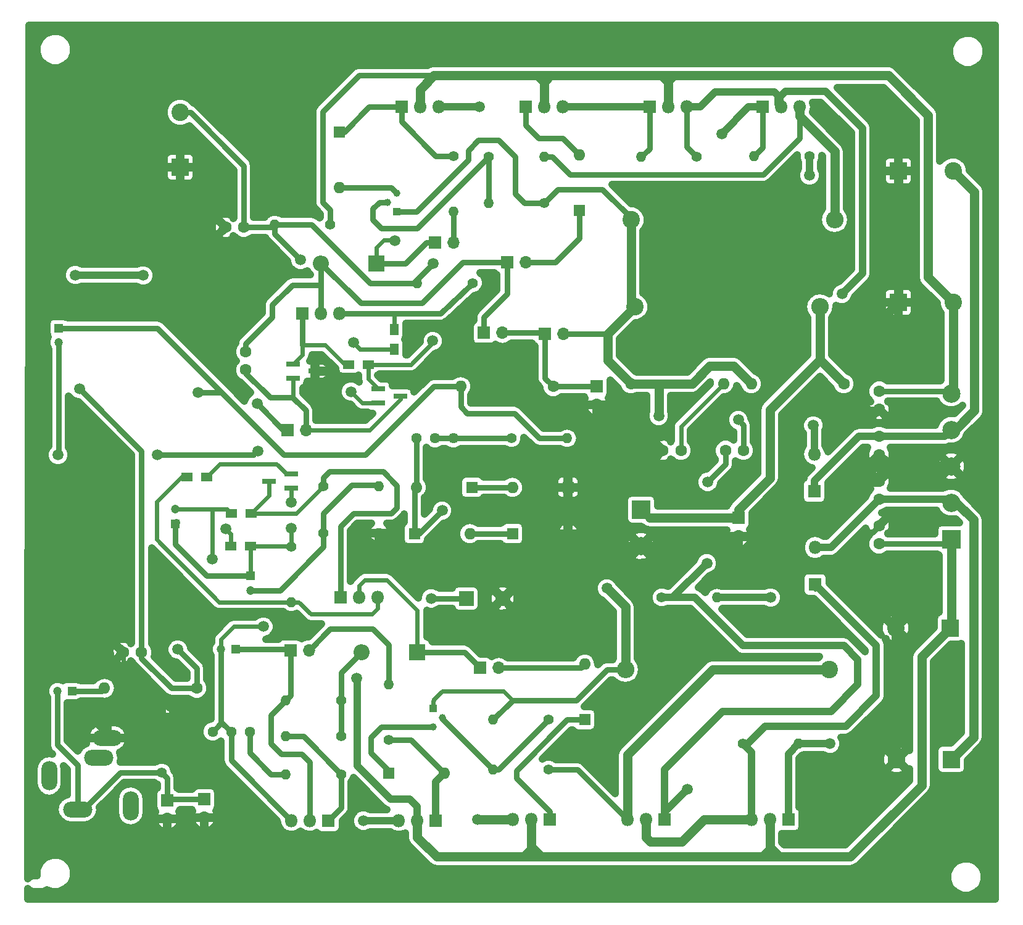
<source format=gbr>
G04 #@! TF.FileFunction,Copper,L2,Bot,Mixed*
%FSLAX46Y46*%
G04 Gerber Fmt 4.6, Leading zero omitted, Abs format (unit mm)*
G04 Created by KiCad (PCBNEW 4.0.7) date 06/26/19 05:05:19*
%MOMM*%
%LPD*%
G01*
G04 APERTURE LIST*
%ADD10C,0.100000*%
%ADD11C,1.400000*%
%ADD12O,1.400000X1.400000*%
%ADD13R,1.200000X1.200000*%
%ADD14C,1.200000*%
%ADD15C,1.600000*%
%ADD16R,2.000000X2.000000*%
%ADD17C,2.000000*%
%ADD18R,2.400000X2.400000*%
%ADD19C,2.400000*%
%ADD20R,1.600000X1.600000*%
%ADD21O,1.600000X1.600000*%
%ADD22R,2.200000X2.200000*%
%ADD23O,2.200000X2.200000*%
%ADD24R,1.800000X1.800000*%
%ADD25O,1.800000X1.800000*%
%ADD26R,1.700000X1.700000*%
%ADD27O,1.700000X1.700000*%
%ADD28R,2.500000X2.500000*%
%ADD29C,2.500000*%
%ADD30C,1.440000*%
%ADD31R,1.900000X0.800000*%
%ADD32C,1.000000*%
%ADD33R,1.000000X1.000000*%
%ADD34R,1.500000X1.300000*%
%ADD35R,1.300000X1.500000*%
%ADD36O,4.000000X2.200000*%
%ADD37O,2.200000X4.000000*%
%ADD38O,2.400000X2.400000*%
%ADD39C,1.500000*%
%ADD40C,0.750000*%
%ADD41C,0.600000*%
%ADD42C,1.250000*%
%ADD43C,1.000000*%
%ADD44C,1.500000*%
%ADD45C,0.800000*%
G04 APERTURE END LIST*
D10*
D11*
X90144600Y-93345000D03*
D12*
X90144600Y-100965000D03*
D13*
X60071000Y-113157000D03*
D14*
X58071000Y-113157000D03*
D15*
X69621400Y-107848400D03*
X67121400Y-107848400D03*
D13*
X58242200Y-63373000D03*
D14*
X58242200Y-65373000D03*
D13*
X74244200Y-90220800D03*
D14*
X74244200Y-88220800D03*
D13*
X84556600Y-97358200D03*
D14*
X84556600Y-99358200D03*
D15*
X170815000Y-92964000D03*
X170815000Y-90464000D03*
X81153000Y-49530000D03*
X83653000Y-49530000D03*
D16*
X114173000Y-100457000D03*
D17*
X119173000Y-100457000D03*
D15*
X83921600Y-66598800D03*
X83921600Y-69098800D03*
D18*
X74930000Y-41275000D03*
D19*
X74930000Y-33775000D03*
D15*
X170815000Y-72009000D03*
X170815000Y-74509000D03*
D13*
X82550000Y-107442000D03*
D14*
X80550000Y-107442000D03*
D18*
X180594000Y-104521000D03*
D19*
X173094000Y-104521000D03*
D18*
X173482000Y-59817000D03*
D19*
X180982000Y-59817000D03*
D15*
X143637000Y-80137000D03*
X141137000Y-80137000D03*
D18*
X180721000Y-122555000D03*
D19*
X173221000Y-122555000D03*
D18*
X173482000Y-41783000D03*
D19*
X180982000Y-41783000D03*
D15*
X149733000Y-80137000D03*
X152233000Y-80137000D03*
X170815000Y-86868000D03*
X170815000Y-84368000D03*
X170815000Y-78232000D03*
X170815000Y-80732000D03*
D20*
X114935000Y-85217000D03*
D21*
X107315000Y-85217000D03*
D20*
X128143000Y-85217000D03*
D21*
X120523000Y-85217000D03*
D20*
X107061000Y-91567000D03*
D21*
X114681000Y-91567000D03*
D20*
X120523000Y-91567000D03*
D21*
X128143000Y-91567000D03*
D22*
X107442000Y-107823000D03*
D23*
X99822000Y-107823000D03*
D22*
X101854000Y-54483000D03*
D23*
X94234000Y-54483000D03*
D20*
X129667000Y-47244000D03*
D21*
X129667000Y-39624000D03*
D20*
X130429000Y-117094000D03*
D21*
X130429000Y-109474000D03*
D24*
X162052000Y-98552000D03*
D25*
X162052000Y-93472000D03*
D24*
X161925000Y-85725000D03*
D25*
X161925000Y-80645000D03*
D20*
X103505000Y-124460000D03*
D21*
X111125000Y-124460000D03*
D20*
X96774000Y-36449000D03*
D21*
X96774000Y-44069000D03*
D26*
X78232000Y-128016000D03*
D27*
X78232000Y-130556000D03*
D28*
X138176000Y-88265000D03*
D29*
X138176000Y-93265000D03*
X180721000Y-72329000D03*
X180721000Y-77329000D03*
X180721000Y-82329000D03*
D28*
X180721000Y-92329000D03*
D29*
X180721000Y-87329000D03*
D26*
X73152000Y-128143000D03*
D27*
X73152000Y-130683000D03*
D26*
X89611200Y-77343000D03*
D27*
X92151200Y-77343000D03*
D26*
X132080000Y-71374000D03*
D27*
X132080000Y-73914000D03*
D26*
X90043000Y-107569000D03*
D27*
X92583000Y-107569000D03*
D30*
X79375000Y-118745000D03*
X81915000Y-118745000D03*
X84455000Y-118745000D03*
X112395000Y-78486000D03*
X109855000Y-78486000D03*
X107315000Y-78486000D03*
D31*
X90120600Y-83403400D03*
X90120600Y-85303400D03*
X87120600Y-84353400D03*
X102106600Y-73619400D03*
X102106600Y-71719400D03*
X105106600Y-72669400D03*
X90422600Y-70215800D03*
X90422600Y-68315800D03*
X93422600Y-69265800D03*
D24*
X158369000Y-130810000D03*
D25*
X155829000Y-130810000D03*
X153289000Y-130810000D03*
D24*
X141351000Y-130810000D03*
D25*
X138811000Y-130810000D03*
X136271000Y-130810000D03*
D24*
X154813000Y-33020000D03*
D25*
X157353000Y-33020000D03*
X159893000Y-33020000D03*
D24*
X139319000Y-33020000D03*
D25*
X141859000Y-33020000D03*
X144399000Y-33020000D03*
D32*
X110871000Y-116840000D03*
X109601000Y-118110000D03*
D33*
X109601000Y-115570000D03*
D32*
X103378000Y-46101000D03*
X104648000Y-44831000D03*
D33*
X104648000Y-47371000D03*
D11*
X72390000Y-124333000D03*
D12*
X72390000Y-116713000D03*
D15*
X77216000Y-112776000D03*
D21*
X64516000Y-112776000D03*
D34*
X84560400Y-93268800D03*
X81860400Y-93268800D03*
X84662000Y-88823800D03*
X81962000Y-88823800D03*
D11*
X94589600Y-85090000D03*
D12*
X102209600Y-85090000D03*
D11*
X94589600Y-91490800D03*
D12*
X102209600Y-91490800D03*
D11*
X120396000Y-78486000D03*
D12*
X128016000Y-78486000D03*
D15*
X126111000Y-71374000D03*
D21*
X113411000Y-71374000D03*
D34*
X75840600Y-83820000D03*
X78540600Y-83820000D03*
D15*
X136779000Y-70993000D03*
D21*
X149479000Y-70993000D03*
D11*
X140970000Y-100330000D03*
D12*
X148590000Y-100330000D03*
D11*
X97028000Y-119380000D03*
D12*
X89408000Y-119380000D03*
D11*
X97028000Y-124587000D03*
D12*
X89408000Y-124587000D03*
D11*
X97028000Y-114427000D03*
D12*
X89408000Y-114427000D03*
D35*
X104267000Y-63572400D03*
X104267000Y-66272400D03*
D34*
X98014800Y-68351400D03*
X100714800Y-68351400D03*
D11*
X115087400Y-57175400D03*
D12*
X107467400Y-57175400D03*
D11*
X95504000Y-49149000D03*
D12*
X87884000Y-49149000D03*
D11*
X103505000Y-119888000D03*
D12*
X103505000Y-112268000D03*
D11*
X112395000Y-39751000D03*
D12*
X112395000Y-47371000D03*
D11*
X125476000Y-117094000D03*
D12*
X117856000Y-117094000D03*
D11*
X124841000Y-46228000D03*
D12*
X117221000Y-46228000D03*
D11*
X161290000Y-39751000D03*
D12*
X153670000Y-39751000D03*
D11*
X152146000Y-120396000D03*
D12*
X159766000Y-120396000D03*
D11*
X145796000Y-39878000D03*
D12*
X138176000Y-39878000D03*
D15*
X165989000Y-70993000D03*
D21*
X153289000Y-70993000D03*
D11*
X125476000Y-123952000D03*
D12*
X117856000Y-123952000D03*
D11*
X117221000Y-39878000D03*
D12*
X124841000Y-39878000D03*
D36*
X60833000Y-129413000D03*
D37*
X68133000Y-128913000D03*
D36*
X63733000Y-122313000D03*
X64933000Y-119613000D03*
D37*
X56933000Y-124813000D03*
D26*
X151511000Y-89408000D03*
D27*
X151511000Y-91948000D03*
D26*
X109855000Y-51612800D03*
D27*
X112395000Y-51612800D03*
D26*
X119761000Y-54356000D03*
D27*
X122301000Y-54356000D03*
D26*
X116078000Y-109982000D03*
D27*
X118618000Y-109982000D03*
D19*
X137287000Y-60452000D03*
D38*
X162687000Y-60452000D03*
D26*
X124968000Y-64135000D03*
D27*
X127508000Y-64135000D03*
D24*
X91694000Y-61341000D03*
D25*
X94234000Y-61341000D03*
X96774000Y-61341000D03*
D24*
X109982000Y-130937000D03*
D25*
X107442000Y-130937000D03*
X104902000Y-130937000D03*
D24*
X105283000Y-33020000D03*
D25*
X107823000Y-33020000D03*
X110363000Y-33020000D03*
D24*
X125603000Y-130810000D03*
D25*
X123063000Y-130810000D03*
X120523000Y-130810000D03*
D24*
X122301000Y-33020000D03*
D25*
X124841000Y-33020000D03*
X127381000Y-33020000D03*
D26*
X116586000Y-64008000D03*
D27*
X119126000Y-64008000D03*
D19*
X136779000Y-48514000D03*
D38*
X164719000Y-48514000D03*
D19*
X163957000Y-110236000D03*
D38*
X136017000Y-110236000D03*
D24*
X96901000Y-100330000D03*
D25*
X99441000Y-100330000D03*
X101981000Y-100330000D03*
D24*
X95250000Y-130937000D03*
D25*
X92710000Y-130937000D03*
X90170000Y-130937000D03*
D39*
X61112400Y-71704200D03*
X74599800Y-107442000D03*
X99187000Y-95935800D03*
X96570800Y-74930000D03*
X62357000Y-116459000D03*
X77343000Y-72237600D03*
X58166000Y-80746600D03*
X79324200Y-95097600D03*
X109651800Y-54483000D03*
X109575600Y-65125600D03*
X91440000Y-53975000D03*
X109347000Y-100457000D03*
X110871000Y-88392000D03*
X104394000Y-51409600D03*
X86334600Y-104317800D03*
X144526000Y-126619000D03*
X100076000Y-130937000D03*
X147320000Y-84455000D03*
X147193000Y-95631000D03*
X151511000Y-75946000D03*
X149225000Y-36703000D03*
X115951000Y-33020000D03*
X161798000Y-76708000D03*
X165735000Y-58674000D03*
X99136200Y-111379000D03*
X90144600Y-87299800D03*
X90119200Y-90830400D03*
X85471000Y-73761600D03*
X85547200Y-80213200D03*
X71805800Y-80746600D03*
X69850000Y-56134000D03*
X60502800Y-56083200D03*
X81203800Y-90932000D03*
X98679000Y-65379600D03*
X98348800Y-72085200D03*
X164084000Y-120396000D03*
X115697000Y-130810000D03*
X161290000Y-42418000D03*
X155956000Y-100330000D03*
X140589000Y-75438000D03*
X133477000Y-99060000D03*
D40*
X60071000Y-113157000D02*
X64135000Y-113157000D01*
X64135000Y-113157000D02*
X64516000Y-112776000D01*
X72390000Y-124333000D02*
X66675000Y-124333000D01*
X66675000Y-124333000D02*
X61595000Y-129413000D01*
D41*
X61595000Y-129413000D02*
X60833000Y-129413000D01*
D40*
X58071000Y-113157000D02*
X58071000Y-120555000D01*
X60833000Y-123317000D02*
X60833000Y-129413000D01*
X58071000Y-120555000D02*
X60833000Y-123317000D01*
X73152000Y-128143000D02*
X73152000Y-125095000D01*
X73152000Y-125095000D02*
X72390000Y-124333000D01*
X78232000Y-128016000D02*
X73279000Y-128016000D01*
D41*
X73279000Y-128016000D02*
X73152000Y-128143000D01*
D40*
X69621400Y-80213200D02*
X69621400Y-107848400D01*
X61112400Y-71704200D02*
X69621400Y-80213200D01*
X69621400Y-107848400D02*
X69621400Y-108661200D01*
X73736200Y-112776000D02*
X77216000Y-112776000D01*
X69621400Y-108661200D02*
X73736200Y-112776000D01*
X77216000Y-110058200D02*
X77216000Y-112776000D01*
X74599800Y-107442000D02*
X77216000Y-110058200D01*
D42*
X167640000Y-72644000D02*
X168783000Y-71501000D01*
X168783000Y-64516000D02*
X173482000Y-59817000D01*
X168783000Y-71501000D02*
X168783000Y-64516000D01*
D43*
X74930000Y-41275000D02*
X74930000Y-43307000D01*
X74930000Y-43307000D02*
X81153000Y-49530000D01*
D41*
X93422600Y-69265800D02*
X93422600Y-71781800D01*
D40*
X101752400Y-96291400D02*
X104417697Y-93626103D01*
X99542600Y-96291400D02*
X101752400Y-96291400D01*
D41*
X99187000Y-95935800D02*
X99542600Y-96291400D01*
X93422600Y-71781800D02*
X96570800Y-74930000D01*
D43*
X67121400Y-110312200D02*
X62255400Y-110312200D01*
X67030600Y-41275000D02*
X74930000Y-41275000D01*
X55854600Y-52451000D02*
X67030600Y-41275000D01*
X55854600Y-103911400D02*
X55854600Y-52451000D01*
X62255400Y-110312200D02*
X55854600Y-103911400D01*
D41*
X67121400Y-107848400D02*
X67121400Y-110312200D01*
D43*
X67121400Y-110312200D02*
X67121400Y-111444400D01*
X67121400Y-111444400D02*
X72390000Y-116713000D01*
X81661000Y-130556000D02*
X81661000Y-131546600D01*
X185801000Y-87409000D02*
X180721000Y-82329000D01*
X185801000Y-122809000D02*
X185801000Y-87409000D01*
X169799000Y-138811000D02*
X185801000Y-122809000D01*
X88925400Y-138811000D02*
X169799000Y-138811000D01*
X81661000Y-131546600D02*
X88925400Y-138811000D01*
D41*
X67121400Y-107848400D02*
X67121400Y-107888400D01*
D43*
X157988000Y-87884000D02*
X157988000Y-93980000D01*
D40*
X168630600Y-95910400D02*
X168910000Y-95631000D01*
D43*
X159918400Y-95910400D02*
X168630600Y-95910400D01*
X157988000Y-93980000D02*
X159918400Y-95910400D01*
X170815000Y-82423000D02*
X168910000Y-82423000D01*
X168910000Y-82423000D02*
X166965000Y-84368000D01*
X64933000Y-119613000D02*
X64933000Y-119035000D01*
X64933000Y-119035000D02*
X62357000Y-116459000D01*
D40*
X128143000Y-91567000D02*
X128143000Y-85217000D01*
X141137000Y-80137000D02*
X138303000Y-80137000D01*
X138303000Y-80137000D02*
X132080000Y-73914000D01*
D43*
X72390000Y-116713000D02*
X83058000Y-127381000D01*
X83058000Y-127381000D02*
X83058000Y-129159000D01*
X83058000Y-129159000D02*
X81661000Y-130556000D01*
D40*
X81661000Y-130556000D02*
X78232000Y-130556000D01*
D42*
X151511000Y-91948000D02*
X153924000Y-91948000D01*
X153924000Y-91948000D02*
X157988000Y-87884000D01*
D44*
X170815000Y-84368000D02*
X166965000Y-84368000D01*
X166965000Y-84368000D02*
X161925000Y-89408000D01*
X159512000Y-89408000D02*
X157988000Y-87884000D01*
X161925000Y-89408000D02*
X159512000Y-89408000D01*
D42*
X165862000Y-74422000D02*
X167640000Y-72644000D01*
X157988000Y-87884000D02*
X157988000Y-77724000D01*
X157988000Y-77724000D02*
X161290000Y-74422000D01*
X161290000Y-74422000D02*
X165862000Y-74422000D01*
D40*
X64933000Y-119613000D02*
X69490000Y-119613000D01*
X69490000Y-119613000D02*
X72390000Y-116713000D01*
X73152000Y-130683000D02*
X78105000Y-130683000D01*
D45*
X78105000Y-130683000D02*
X78232000Y-130556000D01*
X128143000Y-91567000D02*
X128063000Y-91567000D01*
D42*
X128063000Y-91567000D02*
X119173000Y-100457000D01*
D43*
X102209600Y-91490800D02*
X104417697Y-93626103D01*
X104417697Y-93626103D02*
X104521000Y-93726000D01*
X104521000Y-93726000D02*
X112442000Y-93726000D01*
D42*
X112442000Y-93726000D02*
X119173000Y-100457000D01*
X138176000Y-93265000D02*
X129841000Y-93265000D01*
X129841000Y-93265000D02*
X128143000Y-91567000D01*
X138176000Y-93265000D02*
X150194000Y-93265000D01*
X150194000Y-93265000D02*
X151511000Y-91948000D01*
D40*
X128143000Y-85217000D02*
X130302000Y-85217000D01*
X130302000Y-85217000D02*
X132080000Y-83439000D01*
X132080000Y-81661000D02*
X132080000Y-73914000D01*
D45*
X132080000Y-83439000D02*
X132080000Y-81661000D01*
D42*
X173094000Y-104521000D02*
X173094000Y-122428000D01*
D45*
X173094000Y-122428000D02*
X173221000Y-122555000D01*
D42*
X173094000Y-104521000D02*
X173094000Y-99815000D01*
D43*
X173094000Y-99815000D02*
X168910000Y-95631000D01*
D40*
X168148000Y-93131000D02*
X170815000Y-90464000D01*
D43*
X168910000Y-95631000D02*
X168148000Y-94869000D01*
D40*
X168148000Y-94869000D02*
X168148000Y-93131000D01*
D44*
X170815000Y-82423000D02*
X180627000Y-82423000D01*
D45*
X180627000Y-82423000D02*
X180721000Y-82329000D01*
D40*
X170815000Y-80732000D02*
X170815000Y-82423000D01*
X170815000Y-82423000D02*
X170815000Y-84368000D01*
X170815000Y-74509000D02*
X169505000Y-74509000D01*
X169505000Y-74509000D02*
X167640000Y-72644000D01*
D42*
X173482000Y-59817000D02*
X173482000Y-41783000D01*
D40*
X109728000Y-71374000D02*
X113411000Y-71374000D01*
X80594200Y-72161400D02*
X89179400Y-80746600D01*
X89179400Y-80746600D02*
X100355400Y-80746600D01*
X100355400Y-80746600D02*
X109728000Y-71374000D01*
X77419200Y-72161400D02*
X80594200Y-72161400D01*
D41*
X77343000Y-72237600D02*
X77419200Y-72161400D01*
D40*
X58242200Y-63373000D02*
X71805800Y-63373000D01*
X71805800Y-63373000D02*
X80594200Y-72161400D01*
X128016000Y-78486000D02*
X124206000Y-78486000D01*
X113411000Y-74168000D02*
X113411000Y-71374000D01*
X114300000Y-75057000D02*
X113411000Y-74168000D01*
X120777000Y-75057000D02*
X114300000Y-75057000D01*
X124206000Y-78486000D02*
X120777000Y-75057000D01*
X58242200Y-80670400D02*
X58242200Y-65373000D01*
D41*
X58166000Y-80746600D02*
X58242200Y-80670400D01*
X79349600Y-95072200D02*
X79349600Y-88220800D01*
X79324200Y-95097600D02*
X79349600Y-95072200D01*
X74244200Y-88220800D02*
X79349600Y-88220800D01*
X79349600Y-88220800D02*
X81359000Y-88220800D01*
X81359000Y-88220800D02*
X81962000Y-88823800D01*
D40*
X94589600Y-91490800D02*
X94589600Y-88798400D01*
X98450400Y-84937600D02*
X102057200Y-84937600D01*
X94589600Y-88798400D02*
X98450400Y-84937600D01*
X102057200Y-84937600D02*
X102209600Y-85090000D01*
X84556600Y-99358200D02*
X88627200Y-99358200D01*
X94589600Y-93395800D02*
X94589600Y-91490800D01*
X88627200Y-99358200D02*
X94589600Y-93395800D01*
D41*
X102209600Y-85090000D02*
X101828600Y-85090000D01*
D40*
X74930000Y-33775000D02*
X76320000Y-33775000D01*
X83653000Y-41108000D02*
X83653000Y-49530000D01*
X76320000Y-33775000D02*
X83653000Y-41108000D01*
D41*
X100714800Y-68351400D02*
X106603800Y-68351400D01*
D40*
X109651800Y-54483000D02*
X107467400Y-56667400D01*
D41*
X109575600Y-65379600D02*
X109575600Y-65125600D01*
X106603800Y-68351400D02*
X109575600Y-65379600D01*
D40*
X107467400Y-56667400D02*
X107467400Y-57175400D01*
D41*
X100714800Y-68351400D02*
X100714800Y-70327600D01*
X100714800Y-70327600D02*
X102106600Y-71719400D01*
D40*
X87884000Y-49149000D02*
X92989400Y-49149000D01*
X101015800Y-57175400D02*
X107467400Y-57175400D01*
X92989400Y-49149000D02*
X101015800Y-57175400D01*
X87884000Y-49149000D02*
X87884000Y-50419000D01*
X87884000Y-50419000D02*
X91440000Y-53975000D01*
X83653000Y-49530000D02*
X87503000Y-49530000D01*
D41*
X87503000Y-49530000D02*
X87884000Y-49149000D01*
X107061000Y-91567000D02*
X107696000Y-91567000D01*
D40*
X107696000Y-91567000D02*
X110871000Y-88392000D01*
X109347000Y-100457000D02*
X114173000Y-100457000D01*
X107315000Y-78486000D02*
X107315000Y-85217000D01*
X107061000Y-91567000D02*
X107061000Y-85471000D01*
D41*
X107061000Y-85471000D02*
X107315000Y-85217000D01*
D40*
X119761000Y-54356000D02*
X113690400Y-54356000D01*
X99695000Y-59944000D02*
X94234000Y-54483000D01*
X108102400Y-59944000D02*
X99695000Y-59944000D01*
X113690400Y-54356000D02*
X108102400Y-59944000D01*
X83921600Y-66598800D02*
X83921600Y-65481200D01*
X90297000Y-57429400D02*
X94234000Y-57429400D01*
X87528400Y-60198000D02*
X90297000Y-57429400D01*
X87528400Y-61874400D02*
X87528400Y-60198000D01*
X83921600Y-65481200D02*
X87528400Y-61874400D01*
X94234000Y-54483000D02*
X94234000Y-57429400D01*
X94234000Y-57429400D02*
X94234000Y-61341000D01*
X116586000Y-64008000D02*
X116586000Y-61849000D01*
X119761000Y-58674000D02*
X119761000Y-54356000D01*
X116586000Y-61849000D02*
X119761000Y-58674000D01*
D41*
X105106600Y-72669400D02*
X105106600Y-73125200D01*
X100888800Y-77343000D02*
X92151200Y-77343000D01*
X105106600Y-73125200D02*
X100888800Y-77343000D01*
X83921600Y-69098800D02*
X83921600Y-69570600D01*
D40*
X83921600Y-69570600D02*
X87249000Y-72898000D01*
X87249000Y-72898000D02*
X90422600Y-72898000D01*
D41*
X90422600Y-70215800D02*
X90422600Y-72898000D01*
X90422600Y-72898000D02*
X90422600Y-72922000D01*
D40*
X92151200Y-74650600D02*
X92151200Y-77343000D01*
X90422600Y-72922000D02*
X92151200Y-74650600D01*
X90043000Y-107569000D02*
X90043000Y-113792000D01*
X90043000Y-113792000D02*
X89408000Y-114427000D01*
X82550000Y-107442000D02*
X89916000Y-107442000D01*
D41*
X89916000Y-107442000D02*
X90043000Y-107569000D01*
D40*
X92710000Y-130937000D02*
X92710000Y-122936000D01*
X92710000Y-122936000D02*
X91567000Y-121793000D01*
X91567000Y-121793000D02*
X88773000Y-121793000D01*
X88773000Y-121793000D02*
X87376000Y-120396000D01*
X87376000Y-120396000D02*
X87376000Y-116459000D01*
X87376000Y-116459000D02*
X89408000Y-114427000D01*
X101854000Y-54483000D02*
X105791000Y-54483000D01*
X108661200Y-51612800D02*
X109855000Y-51612800D01*
X105791000Y-54483000D02*
X108661200Y-51612800D01*
D41*
X101854000Y-52298600D02*
X102870000Y-51282600D01*
X102870000Y-51282600D02*
X104267000Y-51282600D01*
X104267000Y-51282600D02*
X104394000Y-51409600D01*
X101854000Y-54483000D02*
X101854000Y-52298600D01*
X80550000Y-106089200D02*
X80550000Y-107442000D01*
X82321400Y-104317800D02*
X80550000Y-106089200D01*
X86334600Y-104317800D02*
X82321400Y-104317800D01*
D40*
X81915000Y-118745000D02*
X81915000Y-122682000D01*
X81915000Y-122682000D02*
X90170000Y-130937000D01*
X81915000Y-118745000D02*
X80550000Y-117380000D01*
D41*
X80550000Y-117380000D02*
X80550000Y-117570000D01*
D40*
X80550000Y-107442000D02*
X80550000Y-117570000D01*
X80550000Y-117570000D02*
X79375000Y-118745000D01*
D41*
X143637000Y-80137000D02*
X143637000Y-76835000D01*
X143637000Y-76835000D02*
X149479000Y-70993000D01*
X143637000Y-80137000D02*
X143891000Y-80137000D01*
D45*
X180721000Y-87329000D02*
X181436000Y-87329000D01*
D42*
X181436000Y-87329000D02*
X183769000Y-89662000D01*
X183769000Y-119507000D02*
X180721000Y-122555000D01*
X183769000Y-89662000D02*
X183769000Y-119507000D01*
D43*
X162052000Y-93472000D02*
X164211000Y-93472000D01*
X164211000Y-93472000D02*
X170815000Y-86868000D01*
X170815000Y-86868000D02*
X180260000Y-86868000D01*
D45*
X180260000Y-86868000D02*
X180721000Y-87329000D01*
D43*
X161925000Y-85725000D02*
X161925000Y-84328000D01*
X168021000Y-78232000D02*
X170815000Y-78232000D01*
X161925000Y-84328000D02*
X168021000Y-78232000D01*
D45*
X180721000Y-77329000D02*
X181243000Y-77329000D01*
D42*
X181243000Y-77329000D02*
X183896000Y-74676000D01*
X183896000Y-74676000D02*
X183896000Y-44697000D01*
X183896000Y-44697000D02*
X180982000Y-41783000D01*
D43*
X170815000Y-78232000D02*
X179818000Y-78232000D01*
D45*
X179818000Y-78232000D02*
X180721000Y-77329000D01*
D43*
X144526000Y-126619000D02*
X141351000Y-129794000D01*
D41*
X141351000Y-130810000D02*
X141351000Y-129794000D01*
D43*
X100076000Y-130937000D02*
X104902000Y-130937000D01*
D41*
X104902000Y-130937000D02*
X104140000Y-130937000D01*
X140970000Y-100330000D02*
X142494000Y-100330000D01*
D40*
X149733000Y-82042000D02*
X149733000Y-80137000D01*
X147320000Y-84455000D02*
X149733000Y-82042000D01*
D43*
X142494000Y-100330000D02*
X147193000Y-95631000D01*
X140970000Y-100330000D02*
X145542000Y-100330000D01*
X141351000Y-123952000D02*
X141351000Y-130810000D01*
X149352000Y-115951000D02*
X141351000Y-123952000D01*
X164211000Y-115951000D02*
X149352000Y-115951000D01*
X167894000Y-112268000D02*
X164211000Y-115951000D01*
X167894000Y-108839000D02*
X167894000Y-112268000D01*
X165989000Y-106934000D02*
X167894000Y-108839000D01*
X152146000Y-106934000D02*
X165989000Y-106934000D01*
X145542000Y-100330000D02*
X152146000Y-106934000D01*
D40*
X152233000Y-76668000D02*
X152233000Y-80137000D01*
X151511000Y-75946000D02*
X152233000Y-76668000D01*
D43*
X110363000Y-33020000D02*
X115951000Y-33020000D01*
X152908000Y-33020000D02*
X154813000Y-33020000D01*
X149225000Y-36703000D02*
X152908000Y-33020000D01*
D40*
X154813000Y-33020000D02*
X154813000Y-38608000D01*
X154813000Y-38608000D02*
X153670000Y-39751000D01*
X114935000Y-85217000D02*
X120523000Y-85217000D01*
X114681000Y-91567000D02*
X120523000Y-91567000D01*
X118618000Y-109982000D02*
X129921000Y-109982000D01*
D41*
X129921000Y-109982000D02*
X130429000Y-109474000D01*
D40*
X97028000Y-114427000D02*
X97028000Y-110617000D01*
X97028000Y-110617000D02*
X99822000Y-107823000D01*
X97028000Y-114427000D02*
X97028000Y-119380000D01*
X122301000Y-33020000D02*
X122301000Y-35560000D01*
X127381000Y-37338000D02*
X129667000Y-39624000D01*
X124079000Y-37338000D02*
X127381000Y-37338000D01*
X122301000Y-35560000D02*
X124079000Y-37338000D01*
X125603000Y-130810000D02*
X125603000Y-129667000D01*
X128016000Y-117094000D02*
X130429000Y-117094000D01*
X121031000Y-124079000D02*
X128016000Y-117094000D01*
X121031000Y-125095000D02*
X121031000Y-124079000D01*
X125603000Y-129667000D02*
X121031000Y-125095000D01*
D42*
X153289000Y-130810000D02*
X146812000Y-130810000D01*
X138811000Y-133223000D02*
X138811000Y-130810000D01*
X139446000Y-133858000D02*
X138811000Y-133223000D01*
X143764000Y-133858000D02*
X139446000Y-133858000D01*
X146812000Y-130810000D02*
X143764000Y-133858000D01*
D41*
X152146000Y-120396000D02*
X152781000Y-120396000D01*
D43*
X152781000Y-120396000D02*
X155194000Y-117983000D01*
X170434000Y-106934000D02*
X162052000Y-98552000D01*
X170434000Y-113792000D02*
X170434000Y-106934000D01*
X166243000Y-117983000D02*
X170434000Y-113792000D01*
X155194000Y-117983000D02*
X166243000Y-117983000D01*
D41*
X162052000Y-98552000D02*
X162052000Y-99187000D01*
D43*
X153289000Y-130810000D02*
X153289000Y-121539000D01*
X153289000Y-121539000D02*
X152146000Y-120396000D01*
X161925000Y-76835000D02*
X161925000Y-80645000D01*
D41*
X161798000Y-76708000D02*
X161925000Y-76835000D01*
X157353000Y-33020000D02*
X157353000Y-31496000D01*
D43*
X168529000Y-55880000D02*
X165735000Y-58674000D01*
X168529000Y-35941000D02*
X168529000Y-55880000D01*
X163449000Y-30861000D02*
X168529000Y-35941000D01*
X157988000Y-30861000D02*
X163449000Y-30861000D01*
X157353000Y-31496000D02*
X157988000Y-30861000D01*
D40*
X144399000Y-33020000D02*
X144399000Y-38481000D01*
X144399000Y-38481000D02*
X145796000Y-39878000D01*
D43*
X144399000Y-33020000D02*
X146304000Y-33020000D01*
X156972000Y-31496000D02*
X156972000Y-32639000D01*
X156464000Y-30988000D02*
X156972000Y-31496000D01*
X148336000Y-30988000D02*
X156464000Y-30988000D01*
X146304000Y-33020000D02*
X148336000Y-30988000D01*
D41*
X156972000Y-32639000D02*
X157353000Y-33020000D01*
X103505000Y-124460000D02*
X103505000Y-124079000D01*
D40*
X103505000Y-124079000D02*
X101092000Y-121666000D01*
X101092000Y-121666000D02*
X101092000Y-119507000D01*
X101092000Y-119507000D02*
X102489000Y-118110000D01*
X102489000Y-118110000D02*
X109601000Y-118110000D01*
X103505000Y-119888000D02*
X106553000Y-119888000D01*
X106553000Y-119888000D02*
X111125000Y-124460000D01*
D43*
X109982000Y-130937000D02*
X109982000Y-125603000D01*
X109982000Y-125603000D02*
X111125000Y-124460000D01*
D40*
X105283000Y-33020000D02*
X105283000Y-35052000D01*
X109982000Y-39751000D02*
X112395000Y-39751000D01*
X105283000Y-35052000D02*
X109982000Y-39751000D01*
D41*
X96774000Y-36449000D02*
X97409000Y-36449000D01*
D40*
X97409000Y-36449000D02*
X100838000Y-33020000D01*
X100838000Y-33020000D02*
X105283000Y-33020000D01*
X96774000Y-44069000D02*
X103886000Y-44069000D01*
X103886000Y-44069000D02*
X104648000Y-44831000D01*
D42*
X123063000Y-130810000D02*
X123063000Y-134493000D01*
X123063000Y-134493000D02*
X124460000Y-135890000D01*
X123063000Y-130810000D02*
X123063000Y-134874000D01*
X123063000Y-134874000D02*
X122047000Y-135890000D01*
X155829000Y-134239000D02*
X155829000Y-134874000D01*
X155829000Y-134874000D02*
X154813000Y-135890000D01*
X155829000Y-130810000D02*
X155829000Y-134239000D01*
X155829000Y-134239000D02*
X155829000Y-134620000D01*
X155829000Y-134620000D02*
X157099000Y-135890000D01*
X107442000Y-130937000D02*
X107442000Y-133223000D01*
X176657000Y-108458000D02*
X180594000Y-104521000D01*
X166878000Y-135890000D02*
X176657000Y-126111000D01*
X176657000Y-126111000D02*
X176657000Y-108458000D01*
X110109000Y-135890000D02*
X122047000Y-135890000D01*
X122047000Y-135890000D02*
X122301000Y-135890000D01*
X122301000Y-135890000D02*
X124460000Y-135890000D01*
X124460000Y-135890000D02*
X154813000Y-135890000D01*
X154813000Y-135890000D02*
X157099000Y-135890000D01*
X157099000Y-135890000D02*
X166878000Y-135890000D01*
X107442000Y-133223000D02*
X110109000Y-135890000D01*
D41*
X99136200Y-111379000D02*
X99187000Y-111429800D01*
D43*
X99187000Y-111429800D02*
X99187000Y-116509800D01*
D41*
X90144600Y-93345000D02*
X90144600Y-90855800D01*
X90120600Y-87275800D02*
X90120600Y-85303400D01*
X90144600Y-87299800D02*
X90120600Y-87275800D01*
X90144600Y-90855800D02*
X90119200Y-90830400D01*
X84560400Y-93268800D02*
X84560400Y-97354400D01*
X84560400Y-97354400D02*
X84556600Y-97358200D01*
X84560400Y-93268800D02*
X90068400Y-93268800D01*
X90068400Y-93268800D02*
X90144600Y-93345000D01*
D40*
X74244200Y-90220800D02*
X74244200Y-93014800D01*
X78587600Y-97358200D02*
X84556600Y-97358200D01*
X74244200Y-93014800D02*
X78587600Y-97358200D01*
D43*
X107442000Y-130937000D02*
X107442000Y-129032000D01*
X107442000Y-129032000D02*
X106426000Y-128016000D01*
X106426000Y-128016000D02*
X103759000Y-128016000D01*
X103759000Y-128016000D02*
X99187000Y-123444000D01*
X99187000Y-123444000D02*
X99187000Y-116509800D01*
X74371200Y-90093800D02*
X74244200Y-90220800D01*
D42*
X180721000Y-92329000D02*
X180721000Y-104394000D01*
D45*
X180721000Y-104394000D02*
X180594000Y-104521000D01*
D40*
X170815000Y-92964000D02*
X180086000Y-92964000D01*
D45*
X180086000Y-92964000D02*
X180721000Y-92329000D01*
D40*
X95504000Y-49149000D02*
X95504000Y-47117000D01*
X99441000Y-28702000D02*
X109728000Y-28702000D01*
X94488000Y-33655000D02*
X99441000Y-28702000D01*
X94488000Y-46101000D02*
X94488000Y-33655000D01*
X95504000Y-47117000D02*
X94488000Y-46101000D01*
D42*
X124841000Y-29591000D02*
X123952000Y-28702000D01*
X123952000Y-28702000D02*
X123825000Y-28702000D01*
X124841000Y-33020000D02*
X124841000Y-29591000D01*
X124841000Y-29591000D02*
X125730000Y-28702000D01*
X141859000Y-29464000D02*
X141732000Y-29464000D01*
X141732000Y-29464000D02*
X140970000Y-28702000D01*
X141859000Y-33020000D02*
X141859000Y-29464000D01*
X141859000Y-29464000D02*
X142621000Y-28702000D01*
X107823000Y-33020000D02*
X107823000Y-30607000D01*
X109728000Y-28702000D02*
X123825000Y-28702000D01*
X107823000Y-30607000D02*
X109728000Y-28702000D01*
X123825000Y-28702000D02*
X125730000Y-28702000D01*
X125730000Y-28702000D02*
X140970000Y-28702000D01*
X177546000Y-56381000D02*
X180982000Y-59817000D01*
X177546000Y-34163000D02*
X177546000Y-56381000D01*
X172085000Y-28702000D02*
X177546000Y-34163000D01*
X140970000Y-28702000D02*
X142621000Y-28702000D01*
X142621000Y-28702000D02*
X172085000Y-28702000D01*
X180982000Y-59817000D02*
X180982000Y-72068000D01*
D45*
X180982000Y-72068000D02*
X180721000Y-72329000D01*
D40*
X170815000Y-72009000D02*
X180401000Y-72009000D01*
D45*
X180401000Y-72009000D02*
X180721000Y-72329000D01*
D41*
X151511000Y-89408000D02*
X151511000Y-88265000D01*
D42*
X155829000Y-74549000D02*
X162687000Y-67691000D01*
X155829000Y-83947000D02*
X155829000Y-74549000D01*
X151511000Y-88265000D02*
X155829000Y-83947000D01*
X162687000Y-60452000D02*
X162687000Y-67691000D01*
X162687000Y-67691000D02*
X165989000Y-70993000D01*
X151511000Y-89408000D02*
X139319000Y-89408000D01*
D41*
X139319000Y-89408000D02*
X138176000Y-88265000D01*
D40*
X89611200Y-77343000D02*
X89052400Y-77343000D01*
X89052400Y-77343000D02*
X85471000Y-73761600D01*
D41*
X85547200Y-80213200D02*
X85013800Y-80746600D01*
D40*
X85013800Y-80746600D02*
X71805800Y-80746600D01*
D43*
X60553600Y-56134000D02*
X69850000Y-56134000D01*
D41*
X60502800Y-56083200D02*
X60553600Y-56134000D01*
D40*
X84455000Y-118745000D02*
X84455000Y-121666000D01*
X87376000Y-124587000D02*
X89408000Y-124587000D01*
X84455000Y-121666000D02*
X87376000Y-124587000D01*
X112395000Y-78486000D02*
X120396000Y-78486000D01*
X109855000Y-78486000D02*
X112395000Y-78486000D01*
D41*
X81860400Y-93268800D02*
X81860400Y-91614000D01*
X81203800Y-90957400D02*
X81203800Y-90932000D01*
X81860400Y-91614000D02*
X81203800Y-90957400D01*
X90120600Y-83403400D02*
X89550200Y-83403400D01*
X89550200Y-83403400D02*
X88138000Y-81991200D01*
X88138000Y-81991200D02*
X80369400Y-81991200D01*
X80369400Y-81991200D02*
X78540600Y-83820000D01*
D40*
X94589600Y-85090000D02*
X94589600Y-83845400D01*
X96901000Y-90551000D02*
X96901000Y-100330000D01*
X98679000Y-88773000D02*
X96901000Y-90551000D01*
X103886000Y-88773000D02*
X98679000Y-88773000D01*
X104648000Y-88011000D02*
X103886000Y-88773000D01*
X104648000Y-84963000D02*
X104648000Y-88011000D01*
X102743000Y-83058000D02*
X104648000Y-84963000D01*
X95377000Y-83058000D02*
X102743000Y-83058000D01*
X94589600Y-83845400D02*
X95377000Y-83058000D01*
D41*
X87120600Y-84353400D02*
X87120600Y-86365200D01*
X87120600Y-86365200D02*
X84662000Y-88823800D01*
X94589600Y-84505800D02*
X94589600Y-85090000D01*
X84662000Y-88823800D02*
X90855800Y-88823800D01*
X90855800Y-88823800D02*
X94589600Y-85090000D01*
X102106600Y-73619400D02*
X99883000Y-73619400D01*
X99571800Y-66272400D02*
X104267000Y-66272400D01*
X98679000Y-65379600D02*
X99571800Y-66272400D01*
X99883000Y-73619400D02*
X98348800Y-72085200D01*
D40*
X97028000Y-124587000D02*
X97028000Y-129159000D01*
X97028000Y-129159000D02*
X95250000Y-130937000D01*
X89408000Y-119380000D02*
X91821000Y-119380000D01*
X91821000Y-119380000D02*
X97028000Y-124587000D01*
D41*
X98014800Y-68351400D02*
X97510600Y-68351400D01*
X97510600Y-68351400D02*
X94843600Y-65684400D01*
X94843600Y-65684400D02*
X91694000Y-65684400D01*
D40*
X91694000Y-61341000D02*
X91694000Y-65684400D01*
D41*
X91694000Y-65684400D02*
X91694000Y-67044400D01*
X91694000Y-67044400D02*
X90422600Y-68315800D01*
X104267000Y-63572400D02*
X104267000Y-61671200D01*
X104267000Y-61671200D02*
X103936800Y-61341000D01*
D40*
X96774000Y-61341000D02*
X103936800Y-61341000D01*
X103936800Y-61341000D02*
X110617000Y-61341000D01*
X110617000Y-61341000D02*
X115087400Y-57175400D01*
D42*
X120523000Y-130810000D02*
X115697000Y-130810000D01*
D43*
X164084000Y-120396000D02*
X159766000Y-120396000D01*
X158369000Y-130810000D02*
X158369000Y-121793000D01*
X158369000Y-121793000D02*
X159766000Y-120396000D01*
D40*
X139319000Y-33020000D02*
X139319000Y-38735000D01*
X139319000Y-38735000D02*
X138176000Y-39878000D01*
D43*
X139319000Y-33020000D02*
X127381000Y-33020000D01*
D40*
X125476000Y-123952000D02*
X129413000Y-123952000D01*
X129413000Y-123952000D02*
X136271000Y-130810000D01*
D42*
X136271000Y-130810000D02*
X136271000Y-121920000D01*
X147955000Y-110236000D02*
X163957000Y-110236000D01*
X136271000Y-121920000D02*
X147955000Y-110236000D01*
D40*
X124841000Y-39878000D02*
X125984000Y-39878000D01*
X159893000Y-37338000D02*
X159893000Y-34290000D01*
X154940000Y-42291000D02*
X159893000Y-37338000D01*
X128397000Y-42291000D02*
X154940000Y-42291000D01*
X125984000Y-39878000D02*
X128397000Y-42291000D01*
D42*
X159893000Y-33020000D02*
X159893000Y-34290000D01*
X164719000Y-39116000D02*
X164719000Y-48514000D01*
X159893000Y-34290000D02*
X164719000Y-39116000D01*
D41*
X110871000Y-116840000D02*
X110871000Y-116967000D01*
D40*
X110871000Y-116967000D02*
X117856000Y-123952000D01*
X117856000Y-123952000D02*
X118618000Y-123952000D01*
X118618000Y-123952000D02*
X125476000Y-117094000D01*
X103378000Y-46101000D02*
X102235000Y-46101000D01*
X107442000Y-49657000D02*
X117221000Y-39878000D01*
X102489000Y-49657000D02*
X107442000Y-49657000D01*
X101346000Y-48514000D02*
X102489000Y-49657000D01*
X101346000Y-46990000D02*
X101346000Y-48514000D01*
X102235000Y-46101000D02*
X101346000Y-46990000D01*
X117221000Y-39878000D02*
X117221000Y-46228000D01*
D43*
X148590000Y-100330000D02*
X155956000Y-100330000D01*
X161290000Y-42418000D02*
X161290000Y-39751000D01*
D41*
X99441000Y-100330000D02*
X99441000Y-98679000D01*
X107442000Y-102108000D02*
X107442000Y-107823000D01*
X103251000Y-97917000D02*
X107442000Y-102108000D01*
X100203000Y-97917000D02*
X103251000Y-97917000D01*
X99441000Y-98679000D02*
X100203000Y-97917000D01*
D40*
X107442000Y-107823000D02*
X113919000Y-107823000D01*
X113919000Y-107823000D02*
X116078000Y-109982000D01*
X122301000Y-54356000D02*
X126365000Y-54356000D01*
X129667000Y-51054000D02*
X129667000Y-47244000D01*
X126365000Y-54356000D02*
X129667000Y-51054000D01*
X103505000Y-112268000D02*
X103505000Y-106807000D01*
X95504000Y-104648000D02*
X92583000Y-107569000D01*
X101346000Y-104648000D02*
X95504000Y-104648000D01*
X103505000Y-106807000D02*
X101346000Y-104648000D01*
X112395000Y-47371000D02*
X112395000Y-51612800D01*
D41*
X109601000Y-115570000D02*
X109601000Y-114554000D01*
X119253000Y-113157000D02*
X120523000Y-114427000D01*
X110871000Y-113157000D02*
X119253000Y-113157000D01*
X109728000Y-114300000D02*
X110871000Y-113157000D01*
X109728000Y-114427000D02*
X109728000Y-114300000D01*
X109601000Y-114554000D02*
X109728000Y-114427000D01*
D42*
X136017000Y-110236000D02*
X136017000Y-101600000D01*
X140589000Y-75438000D02*
X140589000Y-70993000D01*
X136017000Y-101600000D02*
X133477000Y-99060000D01*
D41*
X140589000Y-70993000D02*
X140589000Y-71247000D01*
X140589000Y-71247000D02*
X140589000Y-70993000D01*
X136779000Y-48514000D02*
X136779000Y-48260000D01*
D40*
X136779000Y-48260000D02*
X132842000Y-44323000D01*
X126746000Y-44323000D02*
X124841000Y-46228000D01*
X132842000Y-44323000D02*
X126746000Y-44323000D01*
X104648000Y-47371000D02*
X107315000Y-47371000D01*
X122174000Y-46228000D02*
X124841000Y-46228000D01*
X120904000Y-44958000D02*
X122174000Y-46228000D01*
X120904000Y-39878000D02*
X120904000Y-44958000D01*
X118618000Y-37592000D02*
X120904000Y-39878000D01*
X115824000Y-37592000D02*
X118618000Y-37592000D01*
X114427000Y-38989000D02*
X115824000Y-37592000D01*
X114427000Y-40259000D02*
X114427000Y-38989000D01*
X107315000Y-47371000D02*
X114427000Y-40259000D01*
X136017000Y-110236000D02*
X133477000Y-110236000D01*
X120523000Y-114427000D02*
X117856000Y-117094000D01*
X129286000Y-114427000D02*
X120523000Y-114427000D01*
X133477000Y-110236000D02*
X129286000Y-114427000D01*
D42*
X136779000Y-70993000D02*
X140589000Y-70993000D01*
X140589000Y-70993000D02*
X145161000Y-70993000D01*
X145161000Y-70993000D02*
X147574000Y-68580000D01*
X147574000Y-68580000D02*
X150876000Y-68580000D01*
X150876000Y-68580000D02*
X153289000Y-70993000D01*
X133604000Y-64135000D02*
X133604000Y-67818000D01*
X133604000Y-67818000D02*
X136779000Y-70993000D01*
X136779000Y-48514000D02*
X136779000Y-59944000D01*
D41*
X136779000Y-59944000D02*
X137287000Y-60452000D01*
D40*
X127508000Y-64135000D02*
X133604000Y-64135000D01*
D42*
X133604000Y-64135000D02*
X137287000Y-60452000D01*
D40*
X126111000Y-71374000D02*
X132080000Y-71374000D01*
X124968000Y-64135000D02*
X124968000Y-70231000D01*
X124968000Y-70231000D02*
X126111000Y-71374000D01*
X119126000Y-64008000D02*
X124841000Y-64008000D01*
D41*
X124841000Y-64008000D02*
X124968000Y-64135000D01*
X90144600Y-100965000D02*
X91186000Y-100965000D01*
X101981000Y-101854000D02*
X101981000Y-100330000D01*
X101219000Y-102616000D02*
X101981000Y-101854000D01*
X92837000Y-102616000D02*
X101219000Y-102616000D01*
X91186000Y-100965000D02*
X92837000Y-102616000D01*
X75840600Y-83820000D02*
X75107800Y-83820000D01*
X75107800Y-83820000D02*
X71704200Y-87223600D01*
X71704200Y-87223600D02*
X71704200Y-92379800D01*
X71704200Y-92379800D02*
X80289400Y-100965000D01*
X80289400Y-100965000D02*
X90144600Y-100965000D01*
D43*
G36*
X186750000Y-141740000D02*
X54042000Y-141740000D01*
X54042000Y-140254683D01*
X54098203Y-140338797D01*
X54449554Y-140573562D01*
X54864000Y-140656000D01*
X56007000Y-140656000D01*
X56421446Y-140573562D01*
X56650478Y-140420528D01*
X57283939Y-140683564D01*
X58281683Y-140684435D01*
X59203812Y-140303419D01*
X59909939Y-139598523D01*
X60083441Y-139180683D01*
X180244565Y-139180683D01*
X180625581Y-140102812D01*
X181330477Y-140808939D01*
X182251939Y-141191564D01*
X183249683Y-141192435D01*
X184171812Y-140811419D01*
X184877939Y-140106523D01*
X185260564Y-139185061D01*
X185261435Y-138187317D01*
X184880419Y-137265188D01*
X184175523Y-136559061D01*
X183254061Y-136176436D01*
X182256317Y-136175565D01*
X181334188Y-136556581D01*
X180628061Y-137261477D01*
X180245436Y-138182939D01*
X180244565Y-139180683D01*
X60083441Y-139180683D01*
X60292564Y-138677061D01*
X60293435Y-137679317D01*
X59912419Y-136757188D01*
X59207523Y-136051061D01*
X58286061Y-135668436D01*
X57288317Y-135667565D01*
X56366188Y-136048581D01*
X55660061Y-136753477D01*
X55277436Y-137674939D01*
X55276724Y-138490000D01*
X54864000Y-138490000D01*
X54449554Y-138572438D01*
X54098203Y-138807203D01*
X54042000Y-138891317D01*
X54042000Y-123854070D01*
X54825000Y-123854070D01*
X54825000Y-125771930D01*
X54985462Y-126578627D01*
X55442419Y-127262511D01*
X56126303Y-127719468D01*
X56933000Y-127879930D01*
X57739697Y-127719468D01*
X58423581Y-127262511D01*
X58880538Y-126578627D01*
X59041000Y-125771930D01*
X59041000Y-123854070D01*
X58948330Y-123388188D01*
X59450000Y-123889858D01*
X59450000Y-127389353D01*
X59067373Y-127465462D01*
X58383489Y-127922419D01*
X57926532Y-128606303D01*
X57766070Y-129413000D01*
X57926532Y-130219697D01*
X58383489Y-130903581D01*
X59067373Y-131360538D01*
X59874070Y-131521000D01*
X61791930Y-131521000D01*
X62598627Y-131360538D01*
X63282511Y-130903581D01*
X63739468Y-130219697D01*
X63899930Y-129413000D01*
X63842015Y-129121843D01*
X65009788Y-127954070D01*
X66025000Y-127954070D01*
X66025000Y-129871930D01*
X66185462Y-130678627D01*
X66642419Y-131362511D01*
X67326303Y-131819468D01*
X68133000Y-131979930D01*
X68939697Y-131819468D01*
X69623581Y-131362511D01*
X69817692Y-131072003D01*
X71335178Y-131072003D01*
X71592241Y-131692624D01*
X72097337Y-132212665D01*
X72762996Y-132499828D01*
X73052000Y-132286313D01*
X73052000Y-130783000D01*
X73252000Y-130783000D01*
X73252000Y-132286313D01*
X73541004Y-132499828D01*
X74206663Y-132212665D01*
X74711759Y-131692624D01*
X74968822Y-131072003D01*
X74874809Y-130945003D01*
X76415178Y-130945003D01*
X76672241Y-131565624D01*
X77177337Y-132085665D01*
X77842996Y-132372828D01*
X78132000Y-132159313D01*
X78132000Y-130656000D01*
X78332000Y-130656000D01*
X78332000Y-132159313D01*
X78621004Y-132372828D01*
X79286663Y-132085665D01*
X79791759Y-131565624D01*
X80048822Y-130945003D01*
X79834884Y-130656000D01*
X78332000Y-130656000D01*
X78132000Y-130656000D01*
X76629116Y-130656000D01*
X76415178Y-130945003D01*
X74874809Y-130945003D01*
X74754884Y-130783000D01*
X73252000Y-130783000D01*
X73052000Y-130783000D01*
X71549116Y-130783000D01*
X71335178Y-131072003D01*
X69817692Y-131072003D01*
X70080538Y-130678627D01*
X70241000Y-129871930D01*
X70241000Y-127954070D01*
X70080538Y-127147373D01*
X69623581Y-126463489D01*
X68939697Y-126006532D01*
X68133000Y-125846070D01*
X67326303Y-126006532D01*
X66642419Y-126463489D01*
X66185462Y-127147373D01*
X66025000Y-127954070D01*
X65009788Y-127954070D01*
X67247858Y-125716000D01*
X71357216Y-125716000D01*
X71421232Y-125780128D01*
X71769000Y-125924534D01*
X71769000Y-126438148D01*
X71585382Y-126556303D01*
X71355225Y-126893149D01*
X71274253Y-127293000D01*
X71274253Y-128993000D01*
X71344540Y-129366542D01*
X71565303Y-129709618D01*
X71574599Y-129715969D01*
X71335178Y-130293997D01*
X71549116Y-130583000D01*
X73052000Y-130583000D01*
X73052000Y-130563000D01*
X73252000Y-130563000D01*
X73252000Y-130583000D01*
X74754884Y-130583000D01*
X74968822Y-130293997D01*
X74728872Y-129714690D01*
X74944574Y-129399000D01*
X76527148Y-129399000D01*
X76645303Y-129582618D01*
X76654599Y-129588969D01*
X76415178Y-130166997D01*
X76629116Y-130456000D01*
X78132000Y-130456000D01*
X78132000Y-130436000D01*
X78332000Y-130436000D01*
X78332000Y-130456000D01*
X79834884Y-130456000D01*
X80048822Y-130166997D01*
X79808872Y-129587690D01*
X80028775Y-129265851D01*
X80109747Y-128866000D01*
X80109747Y-127166000D01*
X80039460Y-126792458D01*
X79818697Y-126449382D01*
X79481851Y-126219225D01*
X79082000Y-126138253D01*
X77382000Y-126138253D01*
X77008458Y-126208540D01*
X76665382Y-126429303D01*
X76526202Y-126633000D01*
X74775130Y-126633000D01*
X74738697Y-126576382D01*
X74535000Y-126437202D01*
X74535000Y-125095005D01*
X74535001Y-125095000D01*
X74429725Y-124565749D01*
X74333007Y-124421000D01*
X74129929Y-124117071D01*
X74129926Y-124117069D01*
X74098217Y-124085360D01*
X74098296Y-123994748D01*
X73838816Y-123366760D01*
X73358768Y-122885872D01*
X72731233Y-122625297D01*
X72051748Y-122624704D01*
X71423760Y-122884184D01*
X71357829Y-122950000D01*
X66675005Y-122950000D01*
X66675000Y-122949999D01*
X66673150Y-122950367D01*
X66799930Y-122313000D01*
X66646860Y-121543465D01*
X66732085Y-121522270D01*
X67394292Y-121032871D01*
X67818807Y-120327309D01*
X67897060Y-120041161D01*
X67686304Y-119713000D01*
X65033000Y-119713000D01*
X65033000Y-119733000D01*
X64833000Y-119733000D01*
X64833000Y-119713000D01*
X62179696Y-119713000D01*
X61968940Y-120041161D01*
X62047193Y-120327309D01*
X62059163Y-120347204D01*
X61967373Y-120365462D01*
X61283489Y-120822419D01*
X60887266Y-121415408D01*
X59454000Y-119982142D01*
X59454000Y-119184839D01*
X61968940Y-119184839D01*
X62179696Y-119513000D01*
X64833000Y-119513000D01*
X64833000Y-117505000D01*
X65033000Y-117505000D01*
X65033000Y-119513000D01*
X67686304Y-119513000D01*
X67897060Y-119184839D01*
X67818807Y-118898691D01*
X67394292Y-118193129D01*
X66732085Y-117703730D01*
X65933000Y-117505000D01*
X65033000Y-117505000D01*
X64833000Y-117505000D01*
X63933000Y-117505000D01*
X63133915Y-117703730D01*
X62471708Y-118193129D01*
X62047193Y-118898691D01*
X61968940Y-119184839D01*
X59454000Y-119184839D01*
X59454000Y-117078502D01*
X70721559Y-117078502D01*
X70988433Y-117689165D01*
X71468683Y-118151215D01*
X72024499Y-118381434D01*
X72290000Y-118165562D01*
X72290000Y-116813000D01*
X72490000Y-116813000D01*
X72490000Y-118165562D01*
X72755501Y-118381434D01*
X73311317Y-118151215D01*
X73791567Y-117689165D01*
X74058441Y-117078502D01*
X73843077Y-116813000D01*
X72490000Y-116813000D01*
X72290000Y-116813000D01*
X70936923Y-116813000D01*
X70721559Y-117078502D01*
X59454000Y-117078502D01*
X59454000Y-116347498D01*
X70721559Y-116347498D01*
X70936923Y-116613000D01*
X72290000Y-116613000D01*
X72290000Y-115260438D01*
X72490000Y-115260438D01*
X72490000Y-116613000D01*
X73843077Y-116613000D01*
X74058441Y-116347498D01*
X73791567Y-115736835D01*
X73311317Y-115274785D01*
X72755501Y-115044566D01*
X72490000Y-115260438D01*
X72290000Y-115260438D01*
X72024499Y-115044566D01*
X71468683Y-115274785D01*
X70988433Y-115736835D01*
X70721559Y-116347498D01*
X59454000Y-116347498D01*
X59454000Y-114781304D01*
X59471000Y-114784747D01*
X60671000Y-114784747D01*
X61044542Y-114714460D01*
X61315661Y-114540000D01*
X64135000Y-114540000D01*
X64197188Y-114527630D01*
X64480579Y-114584000D01*
X64551421Y-114584000D01*
X65243313Y-114446374D01*
X65829870Y-114054449D01*
X66221795Y-113467892D01*
X66359421Y-112776000D01*
X66221795Y-112084108D01*
X65829870Y-111497551D01*
X65243313Y-111105626D01*
X64551421Y-110968000D01*
X64480579Y-110968000D01*
X63788687Y-111105626D01*
X63202130Y-111497551D01*
X63017413Y-111774000D01*
X61310544Y-111774000D01*
X61070851Y-111610225D01*
X60671000Y-111529253D01*
X59471000Y-111529253D01*
X59097458Y-111599540D01*
X58868346Y-111746969D01*
X58392254Y-111549279D01*
X57752552Y-111548721D01*
X57161331Y-111793009D01*
X56708598Y-112244952D01*
X56463279Y-112835746D01*
X56462721Y-113475448D01*
X56688000Y-114020664D01*
X56688000Y-120555000D01*
X56793275Y-121084251D01*
X57093071Y-121532929D01*
X57398882Y-121838740D01*
X56933000Y-121746070D01*
X56126303Y-121906532D01*
X55442419Y-122363489D01*
X54985462Y-123047373D01*
X54825000Y-123854070D01*
X54042000Y-123854070D01*
X54042000Y-107515933D01*
X65308208Y-107515933D01*
X65318999Y-108235120D01*
X65573458Y-108849438D01*
X65927609Y-108900770D01*
X66979979Y-107848400D01*
X65927609Y-106796030D01*
X65573458Y-106847362D01*
X65308208Y-107515933D01*
X54042000Y-107515933D01*
X54042000Y-106540730D01*
X54095457Y-81094754D01*
X56407696Y-81094754D01*
X56674771Y-81741126D01*
X57168873Y-82236091D01*
X57814778Y-82504294D01*
X58514154Y-82504904D01*
X59160526Y-82237829D01*
X59655491Y-81743727D01*
X59923694Y-81097822D01*
X59924304Y-80398446D01*
X59657229Y-79752074D01*
X59625200Y-79719989D01*
X59625200Y-72702762D01*
X60115273Y-73193691D01*
X60761178Y-73461894D01*
X60914370Y-73462028D01*
X68238400Y-80786058D01*
X68238400Y-106589976D01*
X68173770Y-106654606D01*
X68122438Y-106300458D01*
X67453867Y-106035208D01*
X66734680Y-106045999D01*
X66120362Y-106300458D01*
X66069030Y-106654609D01*
X67121400Y-107706979D01*
X67135543Y-107692837D01*
X67276964Y-107834258D01*
X67262821Y-107848400D01*
X67276964Y-107862543D01*
X67135543Y-108003964D01*
X67121400Y-107989821D01*
X66069030Y-109042191D01*
X66120362Y-109396342D01*
X66788933Y-109661592D01*
X67508120Y-109650801D01*
X68122438Y-109396342D01*
X68173770Y-109042194D01*
X68347257Y-109215681D01*
X68355215Y-109207723D01*
X68643471Y-109639129D01*
X72758271Y-113753929D01*
X73206949Y-114053725D01*
X73736200Y-114159000D01*
X76041918Y-114159000D01*
X76190513Y-114307854D01*
X76854789Y-114583686D01*
X77574056Y-114584313D01*
X78238812Y-114309642D01*
X78747854Y-113801487D01*
X79023686Y-113137211D01*
X79024313Y-112417944D01*
X78749642Y-111753188D01*
X78599000Y-111602283D01*
X78599000Y-110058205D01*
X78599001Y-110058200D01*
X78493725Y-109528949D01*
X78442810Y-109452749D01*
X78193929Y-109080271D01*
X78193926Y-109080269D01*
X76357973Y-107244315D01*
X76358104Y-107093846D01*
X76091029Y-106447474D01*
X75596927Y-105952509D01*
X74951022Y-105684306D01*
X74251646Y-105683696D01*
X73605274Y-105950771D01*
X73110309Y-106444873D01*
X72842106Y-107090778D01*
X72841496Y-107790154D01*
X73108571Y-108436526D01*
X73602673Y-108931491D01*
X74248578Y-109199694D01*
X74401770Y-109199828D01*
X75833000Y-110631057D01*
X75833000Y-111393000D01*
X74309058Y-111393000D01*
X71340062Y-108424004D01*
X71429086Y-108209611D01*
X71429713Y-107490344D01*
X71155042Y-106825588D01*
X71004400Y-106674683D01*
X71004400Y-93529792D01*
X79364502Y-101889893D01*
X79364504Y-101889896D01*
X79690921Y-102108000D01*
X79788850Y-102173434D01*
X80289400Y-102273000D01*
X89036835Y-102273000D01*
X89490977Y-102576448D01*
X90144600Y-102706462D01*
X90798223Y-102576448D01*
X90887802Y-102516593D01*
X91912102Y-103540893D01*
X91912104Y-103540896D01*
X92336450Y-103824434D01*
X92419498Y-103840953D01*
X92837000Y-103924001D01*
X92837005Y-103924000D01*
X94272142Y-103924000D01*
X92506282Y-105689860D01*
X91871974Y-105816032D01*
X91611594Y-105990013D01*
X91292851Y-105772225D01*
X90893000Y-105691253D01*
X89193000Y-105691253D01*
X88819458Y-105761540D01*
X88476382Y-105982303D01*
X88423977Y-106059000D01*
X86724149Y-106059000D01*
X87329126Y-105809029D01*
X87824091Y-105314927D01*
X88092294Y-104669022D01*
X88092904Y-103969646D01*
X87825829Y-103323274D01*
X87331727Y-102828309D01*
X86685822Y-102560106D01*
X85986446Y-102559496D01*
X85340074Y-102826571D01*
X85156525Y-103009800D01*
X82321405Y-103009800D01*
X82321400Y-103009799D01*
X81820850Y-103109366D01*
X81396504Y-103392904D01*
X79625104Y-105164304D01*
X79341566Y-105588650D01*
X79242000Y-106089200D01*
X79242000Y-106475645D01*
X79187598Y-106529952D01*
X78942279Y-107120746D01*
X78941721Y-107760448D01*
X79167000Y-108305664D01*
X79167000Y-116997142D01*
X79147342Y-117016800D01*
X79032787Y-117016700D01*
X78397445Y-117279218D01*
X77910927Y-117764888D01*
X77647300Y-118399772D01*
X77646700Y-119087213D01*
X77909218Y-119722555D01*
X78394888Y-120209073D01*
X79029772Y-120472700D01*
X79717213Y-120473300D01*
X80352555Y-120210782D01*
X80532000Y-120031650D01*
X80532000Y-122682000D01*
X80637275Y-123211251D01*
X80937071Y-123659929D01*
X88227222Y-130950080D01*
X88369858Y-131667160D01*
X88783460Y-132286160D01*
X89402460Y-132699762D01*
X90132620Y-132845000D01*
X90207380Y-132845000D01*
X90937540Y-132699762D01*
X91440000Y-132364029D01*
X91942460Y-132699762D01*
X92672620Y-132845000D01*
X92747380Y-132845000D01*
X93477540Y-132699762D01*
X93654318Y-132581643D01*
X93950149Y-132783775D01*
X94350000Y-132864747D01*
X96150000Y-132864747D01*
X96523542Y-132794460D01*
X96866618Y-132573697D01*
X97096775Y-132236851D01*
X97177747Y-131837000D01*
X97177747Y-130965110D01*
X98005926Y-130136931D01*
X98005929Y-130136929D01*
X98305725Y-129688251D01*
X98350960Y-129460840D01*
X98411001Y-129159000D01*
X98411000Y-129158995D01*
X98411000Y-125619784D01*
X98475128Y-125555768D01*
X98677872Y-125067506D01*
X102692683Y-129082317D01*
X103181913Y-129409210D01*
X103281404Y-129429000D01*
X101028552Y-129429000D01*
X100427222Y-129179306D01*
X99727846Y-129178696D01*
X99081474Y-129445771D01*
X98586509Y-129939873D01*
X98318306Y-130585778D01*
X98317696Y-131285154D01*
X98584771Y-131931526D01*
X99078873Y-132426491D01*
X99724778Y-132694694D01*
X100424154Y-132695304D01*
X101029937Y-132445000D01*
X103753181Y-132445000D01*
X104134460Y-132699762D01*
X104864620Y-132845000D01*
X104939380Y-132845000D01*
X105669540Y-132699762D01*
X105809000Y-132606578D01*
X105809000Y-133223000D01*
X105933305Y-133847922D01*
X106287295Y-134377705D01*
X108954295Y-137044706D01*
X109484078Y-137398695D01*
X110109000Y-137523000D01*
X166878000Y-137523000D01*
X167502922Y-137398695D01*
X168032705Y-137044705D01*
X177811705Y-127265706D01*
X178165695Y-126735922D01*
X178171249Y-126708000D01*
X178290000Y-126111000D01*
X178290000Y-109134410D01*
X180675664Y-106748747D01*
X181794000Y-106748747D01*
X182136000Y-106684395D01*
X182136000Y-118830590D01*
X180639337Y-120327253D01*
X179521000Y-120327253D01*
X179147458Y-120397540D01*
X178804382Y-120618303D01*
X178574225Y-120955149D01*
X178493253Y-121355000D01*
X178493253Y-123755000D01*
X178563540Y-124128542D01*
X178784303Y-124471618D01*
X179121149Y-124701775D01*
X179521000Y-124782747D01*
X181921000Y-124782747D01*
X182294542Y-124712460D01*
X182637618Y-124491697D01*
X182867775Y-124154851D01*
X182948747Y-123755000D01*
X182948747Y-122636663D01*
X184923705Y-120661705D01*
X185277695Y-120131922D01*
X185402000Y-119507000D01*
X185402000Y-89662000D01*
X185277695Y-89037078D01*
X185188897Y-88904182D01*
X184923705Y-88507294D01*
X182754882Y-86338472D01*
X182636356Y-86051617D01*
X182001724Y-85415877D01*
X181172114Y-85071393D01*
X180273826Y-85070609D01*
X179573446Y-85360000D01*
X172366528Y-85360000D01*
X172628192Y-84700467D01*
X172617401Y-83981280D01*
X172562080Y-83847722D01*
X179343700Y-83847722D01*
X179449958Y-84248569D01*
X180281298Y-84588857D01*
X181179578Y-84585103D01*
X181992042Y-84248569D01*
X182098300Y-83847722D01*
X180721000Y-82470421D01*
X179343700Y-83847722D01*
X172562080Y-83847722D01*
X172362942Y-83366962D01*
X172008791Y-83315630D01*
X170956421Y-84368000D01*
X170970564Y-84382143D01*
X170829143Y-84523564D01*
X170815000Y-84509421D01*
X170800858Y-84523564D01*
X170659437Y-84382143D01*
X170673579Y-84368000D01*
X169621209Y-83315630D01*
X169267058Y-83366962D01*
X169001808Y-84035533D01*
X169012599Y-84754720D01*
X169267058Y-85369038D01*
X169621206Y-85420370D01*
X169447719Y-85593857D01*
X169489941Y-85636079D01*
X169283146Y-85842513D01*
X169007314Y-86506789D01*
X169007282Y-86543084D01*
X163586366Y-91964000D01*
X163219382Y-91964000D01*
X162782160Y-91671858D01*
X162052000Y-91526620D01*
X161321840Y-91671858D01*
X160702840Y-92085460D01*
X160289238Y-92704460D01*
X160144000Y-93434620D01*
X160144000Y-93509380D01*
X160289238Y-94239540D01*
X160702840Y-94858540D01*
X161321840Y-95272142D01*
X162052000Y-95417380D01*
X162782160Y-95272142D01*
X163219382Y-94980000D01*
X164211000Y-94980000D01*
X164788087Y-94865210D01*
X165277317Y-94538317D01*
X169011894Y-90803740D01*
X169012599Y-90850720D01*
X169267058Y-91465038D01*
X169621206Y-91516370D01*
X169447719Y-91689857D01*
X169489941Y-91732079D01*
X169283146Y-91938513D01*
X169007314Y-92602789D01*
X169006687Y-93322056D01*
X169281358Y-93986812D01*
X169789513Y-94495854D01*
X170453789Y-94771686D01*
X171173056Y-94772313D01*
X171837812Y-94497642D01*
X171988717Y-94347000D01*
X178809503Y-94347000D01*
X179071149Y-94525775D01*
X179088000Y-94529187D01*
X179088000Y-102350831D01*
X179020458Y-102363540D01*
X178677382Y-102584303D01*
X178447225Y-102921149D01*
X178366253Y-103321000D01*
X178366253Y-104439336D01*
X175502295Y-107303295D01*
X175148305Y-107833078D01*
X175024000Y-108458000D01*
X175024000Y-121294893D01*
X174703630Y-121213792D01*
X173362421Y-122555000D01*
X174703630Y-123896208D01*
X175024000Y-123815107D01*
X175024000Y-125434589D01*
X166201590Y-134257000D01*
X157775411Y-134257000D01*
X157462000Y-133943590D01*
X157462000Y-132736329D01*
X157469000Y-132737747D01*
X159269000Y-132737747D01*
X159642542Y-132667460D01*
X159985618Y-132446697D01*
X160215775Y-132109851D01*
X160296747Y-131710000D01*
X160296747Y-129910000D01*
X160226460Y-129536458D01*
X160005697Y-129193382D01*
X159877000Y-129105447D01*
X159877000Y-124037630D01*
X171879792Y-124037630D01*
X171979952Y-124433286D01*
X172793210Y-124765238D01*
X173671595Y-124760702D01*
X174462048Y-124433286D01*
X174562208Y-124037630D01*
X173221000Y-122696421D01*
X171879792Y-124037630D01*
X159877000Y-124037630D01*
X159877000Y-122417634D01*
X160287763Y-122006871D01*
X160453085Y-121973986D01*
X160557826Y-121904000D01*
X163131448Y-121904000D01*
X163732778Y-122153694D01*
X164432154Y-122154304D01*
X164497726Y-122127210D01*
X171010762Y-122127210D01*
X171015298Y-123005595D01*
X171342714Y-123796048D01*
X171738370Y-123896208D01*
X173079579Y-122555000D01*
X171738370Y-121213792D01*
X171342714Y-121313952D01*
X171010762Y-122127210D01*
X164497726Y-122127210D01*
X165078526Y-121887229D01*
X165573491Y-121393127D01*
X165706680Y-121072370D01*
X171879792Y-121072370D01*
X173221000Y-122413579D01*
X174562208Y-121072370D01*
X174462048Y-120676714D01*
X173648790Y-120344762D01*
X172770405Y-120349298D01*
X171979952Y-120676714D01*
X171879792Y-121072370D01*
X165706680Y-121072370D01*
X165841694Y-120747222D01*
X165842304Y-120047846D01*
X165612220Y-119491000D01*
X166243000Y-119491000D01*
X166820087Y-119376210D01*
X167309317Y-119049317D01*
X171500317Y-114858317D01*
X171596439Y-114714460D01*
X171827210Y-114369087D01*
X171942000Y-113792000D01*
X171942000Y-106934000D01*
X171827210Y-106356913D01*
X171655898Y-106100526D01*
X171752792Y-106003632D01*
X171852952Y-106399286D01*
X172666210Y-106731238D01*
X173544595Y-106726702D01*
X174335048Y-106399286D01*
X174435208Y-106003630D01*
X173094000Y-104662421D01*
X173079858Y-104676564D01*
X172938436Y-104535142D01*
X172952579Y-104521000D01*
X173235421Y-104521000D01*
X174576630Y-105862208D01*
X174972286Y-105762048D01*
X175304238Y-104948790D01*
X175299702Y-104070405D01*
X174972286Y-103279952D01*
X174576630Y-103179792D01*
X173235421Y-104521000D01*
X172952579Y-104521000D01*
X171611370Y-103179792D01*
X171215714Y-103279952D01*
X170883762Y-104093210D01*
X170888298Y-104971595D01*
X171089165Y-105456531D01*
X168671004Y-103038370D01*
X171752792Y-103038370D01*
X173094000Y-104379579D01*
X174435208Y-103038370D01*
X174335048Y-102642714D01*
X173521790Y-102310762D01*
X172643405Y-102315298D01*
X171852952Y-102642714D01*
X171752792Y-103038370D01*
X168671004Y-103038370D01*
X163979747Y-98347113D01*
X163979747Y-97652000D01*
X163909460Y-97278458D01*
X163688697Y-96935382D01*
X163351851Y-96705225D01*
X162952000Y-96624253D01*
X161152000Y-96624253D01*
X160778458Y-96694540D01*
X160435382Y-96915303D01*
X160205225Y-97252149D01*
X160124253Y-97652000D01*
X160124253Y-99452000D01*
X160194540Y-99825542D01*
X160415303Y-100168618D01*
X160752149Y-100398775D01*
X161152000Y-100479747D01*
X161847113Y-100479747D01*
X168926000Y-107558634D01*
X168926000Y-107738366D01*
X167055317Y-105867683D01*
X166897223Y-105762048D01*
X166566087Y-105540790D01*
X165989000Y-105426000D01*
X152770634Y-105426000D01*
X149256679Y-101912045D01*
X149277085Y-101907986D01*
X149381826Y-101838000D01*
X155003448Y-101838000D01*
X155604778Y-102087694D01*
X156304154Y-102088304D01*
X156950526Y-101821229D01*
X157445491Y-101327127D01*
X157713694Y-100681222D01*
X157714304Y-99981846D01*
X157447229Y-99335474D01*
X156953127Y-98840509D01*
X156307222Y-98572306D01*
X155607846Y-98571696D01*
X155002063Y-98822000D01*
X149381826Y-98822000D01*
X149277085Y-98752014D01*
X148623462Y-98622000D01*
X148556538Y-98622000D01*
X147902915Y-98752014D01*
X147348800Y-99122262D01*
X146995559Y-99650925D01*
X146608317Y-99263683D01*
X146406878Y-99129086D01*
X146119087Y-98936790D01*
X146036310Y-98920324D01*
X147585761Y-97370873D01*
X148187526Y-97122229D01*
X148682491Y-96628127D01*
X148950694Y-95982222D01*
X148951304Y-95282846D01*
X148684229Y-94636474D01*
X148190127Y-94141509D01*
X147544222Y-93873306D01*
X146844846Y-93872696D01*
X146198474Y-94139771D01*
X145703509Y-94633873D01*
X145452148Y-95239218D01*
X141869366Y-98822000D01*
X141792172Y-98822000D01*
X141311233Y-98622297D01*
X140631748Y-98621704D01*
X140003760Y-98881184D01*
X139522872Y-99361232D01*
X139262297Y-99988767D01*
X139261704Y-100668252D01*
X139521184Y-101296240D01*
X140001232Y-101777128D01*
X140628767Y-102037703D01*
X141308252Y-102038296D01*
X141793004Y-101838000D01*
X144917366Y-101838000D01*
X151079683Y-108000317D01*
X151568913Y-108327210D01*
X152146000Y-108442000D01*
X162628822Y-108442000D01*
X162467541Y-108603000D01*
X147955000Y-108603000D01*
X147368185Y-108719725D01*
X147330078Y-108727305D01*
X146800294Y-109081295D01*
X135116295Y-120765295D01*
X134762305Y-121295078D01*
X134638000Y-121920000D01*
X134638000Y-127221143D01*
X130390929Y-122974071D01*
X129942251Y-122674275D01*
X129413000Y-122569000D01*
X126508784Y-122569000D01*
X126444768Y-122504872D01*
X125817233Y-122244297D01*
X125137748Y-122243704D01*
X124599932Y-122465926D01*
X128588857Y-118477000D01*
X128806322Y-118477000D01*
X128892303Y-118610618D01*
X129229149Y-118840775D01*
X129629000Y-118921747D01*
X131229000Y-118921747D01*
X131602542Y-118851460D01*
X131945618Y-118630697D01*
X132175775Y-118293851D01*
X132256747Y-117894000D01*
X132256747Y-116294000D01*
X132186460Y-115920458D01*
X131965697Y-115577382D01*
X131628851Y-115347225D01*
X131229000Y-115266253D01*
X130402605Y-115266253D01*
X134049858Y-111619000D01*
X134293320Y-111619000D01*
X134412451Y-111797292D01*
X135128778Y-112275926D01*
X135973743Y-112444000D01*
X136060257Y-112444000D01*
X136905222Y-112275926D01*
X137621549Y-111797292D01*
X138100183Y-111080965D01*
X138268257Y-110236000D01*
X138100183Y-109391035D01*
X137650000Y-108717288D01*
X137650000Y-101600000D01*
X137525695Y-100975078D01*
X137518961Y-100965000D01*
X137171705Y-100445294D01*
X135092399Y-98365989D01*
X134968229Y-98065474D01*
X134474127Y-97570509D01*
X133828222Y-97302306D01*
X133128846Y-97301696D01*
X132482474Y-97568771D01*
X131987509Y-98062873D01*
X131719306Y-98708778D01*
X131718696Y-99408154D01*
X131985771Y-100054526D01*
X132479873Y-100549491D01*
X132782915Y-100675325D01*
X134384000Y-102276411D01*
X134384000Y-108717288D01*
X134293320Y-108853000D01*
X133477000Y-108853000D01*
X132947749Y-108958275D01*
X132499071Y-109258071D01*
X132234338Y-109522804D01*
X132237000Y-109509421D01*
X132237000Y-109438579D01*
X132099374Y-108746687D01*
X131707449Y-108160130D01*
X131120892Y-107768205D01*
X130429000Y-107630579D01*
X129737108Y-107768205D01*
X129150551Y-108160130D01*
X128857307Y-108599000D01*
X119882721Y-108599000D01*
X119329026Y-108229032D01*
X118618000Y-108087600D01*
X117906974Y-108229032D01*
X117646594Y-108403013D01*
X117327851Y-108185225D01*
X116928000Y-108104253D01*
X116156111Y-108104253D01*
X114896929Y-106845071D01*
X114448251Y-106545275D01*
X113919000Y-106440000D01*
X109516497Y-106440000D01*
X109499460Y-106349458D01*
X109278697Y-106006382D01*
X108941851Y-105776225D01*
X108750000Y-105737374D01*
X108750000Y-102112638D01*
X108995778Y-102214694D01*
X109695154Y-102215304D01*
X110341526Y-101948229D01*
X110449944Y-101840000D01*
X112221626Y-101840000D01*
X112436303Y-102173618D01*
X112773149Y-102403775D01*
X113173000Y-102484747D01*
X115173000Y-102484747D01*
X115546542Y-102414460D01*
X115889618Y-102193697D01*
X116119775Y-101856851D01*
X116132252Y-101795236D01*
X117976185Y-101795236D01*
X118051942Y-102170134D01*
X118792866Y-102468739D01*
X119591661Y-102461076D01*
X120294058Y-102170134D01*
X120369815Y-101795236D01*
X119173000Y-100598421D01*
X117976185Y-101795236D01*
X116132252Y-101795236D01*
X116200747Y-101457000D01*
X116200747Y-100076866D01*
X117161261Y-100076866D01*
X117168924Y-100875661D01*
X117459866Y-101578058D01*
X117834764Y-101653815D01*
X119031579Y-100457000D01*
X119314421Y-100457000D01*
X120511236Y-101653815D01*
X120886134Y-101578058D01*
X121184739Y-100837134D01*
X121177076Y-100038339D01*
X120886134Y-99335942D01*
X120511236Y-99260185D01*
X119314421Y-100457000D01*
X119031579Y-100457000D01*
X117834764Y-99260185D01*
X117459866Y-99335942D01*
X117161261Y-100076866D01*
X116200747Y-100076866D01*
X116200747Y-99457000D01*
X116137104Y-99118764D01*
X117976185Y-99118764D01*
X119173000Y-100315579D01*
X120369815Y-99118764D01*
X120294058Y-98743866D01*
X119553134Y-98445261D01*
X118754339Y-98452924D01*
X118051942Y-98743866D01*
X117976185Y-99118764D01*
X116137104Y-99118764D01*
X116130460Y-99083458D01*
X115909697Y-98740382D01*
X115572851Y-98510225D01*
X115173000Y-98429253D01*
X113173000Y-98429253D01*
X112799458Y-98499540D01*
X112456382Y-98720303D01*
X112226225Y-99057149D01*
X112222813Y-99074000D01*
X110450432Y-99074000D01*
X110344127Y-98967509D01*
X109698222Y-98699306D01*
X108998846Y-98698696D01*
X108352474Y-98965771D01*
X107857509Y-99459873D01*
X107589306Y-100105778D01*
X107589045Y-100405253D01*
X104175896Y-96992104D01*
X103751550Y-96708566D01*
X103251000Y-96609000D01*
X100203005Y-96609000D01*
X100203000Y-96608999D01*
X99785498Y-96692047D01*
X99702450Y-96708566D01*
X99278104Y-96992104D01*
X99278102Y-96992107D01*
X98516104Y-97754104D01*
X98284000Y-98101473D01*
X98284000Y-94783722D01*
X136798700Y-94783722D01*
X136904958Y-95184569D01*
X137736298Y-95524857D01*
X138634578Y-95521103D01*
X139447042Y-95184569D01*
X139553300Y-94783722D01*
X138176000Y-93406421D01*
X136798700Y-94783722D01*
X98284000Y-94783722D01*
X98284000Y-91856301D01*
X100541166Y-91856301D01*
X100771385Y-92412117D01*
X101233435Y-92892367D01*
X101844098Y-93159241D01*
X102109600Y-92943877D01*
X102109600Y-91590800D01*
X102309600Y-91590800D01*
X102309600Y-92943877D01*
X102575102Y-93159241D01*
X103185765Y-92892367D01*
X103647815Y-92412117D01*
X103878034Y-91856301D01*
X103662162Y-91590800D01*
X102309600Y-91590800D01*
X102109600Y-91590800D01*
X100757038Y-91590800D01*
X100541166Y-91856301D01*
X98284000Y-91856301D01*
X98284000Y-91123858D01*
X99251857Y-90156000D01*
X101169198Y-90156000D01*
X100771385Y-90569483D01*
X100541166Y-91125299D01*
X100757038Y-91390800D01*
X102109600Y-91390800D01*
X102109600Y-91370800D01*
X102309600Y-91370800D01*
X102309600Y-91390800D01*
X103662162Y-91390800D01*
X103878034Y-91125299D01*
X103647815Y-90569483D01*
X103250002Y-90156000D01*
X103886000Y-90156000D01*
X104415251Y-90050725D01*
X104863929Y-89750929D01*
X104863930Y-89750928D01*
X105625926Y-88988931D01*
X105625929Y-88988929D01*
X105678000Y-88910999D01*
X105678000Y-89944322D01*
X105544382Y-90030303D01*
X105314225Y-90367149D01*
X105233253Y-90767000D01*
X105233253Y-92367000D01*
X105303540Y-92740542D01*
X105524303Y-93083618D01*
X105861149Y-93313775D01*
X106261000Y-93394747D01*
X107861000Y-93394747D01*
X108234542Y-93324460D01*
X108577618Y-93103697D01*
X108807775Y-92766851D01*
X108888747Y-92367000D01*
X108888747Y-92330111D01*
X109651858Y-91567000D01*
X112837579Y-91567000D01*
X112975205Y-92258892D01*
X113367130Y-92845449D01*
X113953687Y-93237374D01*
X114645579Y-93375000D01*
X114716421Y-93375000D01*
X115408313Y-93237374D01*
X115838398Y-92950000D01*
X118900322Y-92950000D01*
X118986303Y-93083618D01*
X119323149Y-93313775D01*
X119723000Y-93394747D01*
X121323000Y-93394747D01*
X121696542Y-93324460D01*
X122039618Y-93103697D01*
X122269775Y-92766851D01*
X122350747Y-92367000D01*
X122350747Y-91948169D01*
X126375637Y-91948169D01*
X126623753Y-92547192D01*
X127114502Y-93053970D01*
X127761830Y-93334370D01*
X128043000Y-93120239D01*
X128043000Y-91667000D01*
X128243000Y-91667000D01*
X128243000Y-93120239D01*
X128524170Y-93334370D01*
X129171498Y-93053970D01*
X129392937Y-92825298D01*
X135916143Y-92825298D01*
X135919897Y-93723578D01*
X136256431Y-94536042D01*
X136657278Y-94642300D01*
X138034579Y-93265000D01*
X138317421Y-93265000D01*
X139694722Y-94642300D01*
X140095569Y-94536042D01*
X140435857Y-93704702D01*
X140432103Y-92806422D01*
X140237664Y-92337003D01*
X149694178Y-92337003D01*
X149951241Y-92957624D01*
X150456337Y-93477665D01*
X151121996Y-93764828D01*
X151411000Y-93551313D01*
X151411000Y-92048000D01*
X151611000Y-92048000D01*
X151611000Y-93551313D01*
X151900004Y-93764828D01*
X152565663Y-93477665D01*
X153070759Y-92957624D01*
X153327822Y-92337003D01*
X153113884Y-92048000D01*
X151611000Y-92048000D01*
X151411000Y-92048000D01*
X149908116Y-92048000D01*
X149694178Y-92337003D01*
X140237664Y-92337003D01*
X140095569Y-91993958D01*
X139694722Y-91887700D01*
X138317421Y-93265000D01*
X138034579Y-93265000D01*
X136657278Y-91887700D01*
X136256431Y-91993958D01*
X135916143Y-92825298D01*
X129392937Y-92825298D01*
X129662247Y-92547192D01*
X129910363Y-91948169D01*
X129756286Y-91746278D01*
X136798700Y-91746278D01*
X138176000Y-93123579D01*
X139553300Y-91746278D01*
X139447042Y-91345431D01*
X138615702Y-91005143D01*
X137717422Y-91008897D01*
X136904958Y-91345431D01*
X136798700Y-91746278D01*
X129756286Y-91746278D01*
X129695783Y-91667000D01*
X128243000Y-91667000D01*
X128043000Y-91667000D01*
X126590217Y-91667000D01*
X126375637Y-91948169D01*
X122350747Y-91948169D01*
X122350747Y-91185831D01*
X126375637Y-91185831D01*
X126590217Y-91467000D01*
X128043000Y-91467000D01*
X128043000Y-90013761D01*
X128243000Y-90013761D01*
X128243000Y-91467000D01*
X129695783Y-91467000D01*
X129910363Y-91185831D01*
X129662247Y-90586808D01*
X129171498Y-90080030D01*
X128524170Y-89799630D01*
X128243000Y-90013761D01*
X128043000Y-90013761D01*
X127761830Y-89799630D01*
X127114502Y-90080030D01*
X126623753Y-90586808D01*
X126375637Y-91185831D01*
X122350747Y-91185831D01*
X122350747Y-90767000D01*
X122280460Y-90393458D01*
X122059697Y-90050382D01*
X121722851Y-89820225D01*
X121323000Y-89739253D01*
X119723000Y-89739253D01*
X119349458Y-89809540D01*
X119006382Y-90030303D01*
X118901365Y-90184000D01*
X115838398Y-90184000D01*
X115408313Y-89896626D01*
X114716421Y-89759000D01*
X114645579Y-89759000D01*
X113953687Y-89896626D01*
X113367130Y-90288551D01*
X112975205Y-90875108D01*
X112837579Y-91567000D01*
X109651858Y-91567000D01*
X111068685Y-90150173D01*
X111219154Y-90150304D01*
X111865526Y-89883229D01*
X112360491Y-89389127D01*
X112628694Y-88743222D01*
X112629304Y-88043846D01*
X112362229Y-87397474D01*
X111868127Y-86902509D01*
X111222222Y-86634306D01*
X110522846Y-86633696D01*
X109876474Y-86900771D01*
X109381509Y-87394873D01*
X109113306Y-88040778D01*
X109113172Y-88193970D01*
X108444000Y-88863142D01*
X108444000Y-86618975D01*
X108628870Y-86495449D01*
X109020795Y-85908892D01*
X109158421Y-85217000D01*
X109020795Y-84525108D01*
X108948560Y-84417000D01*
X113107253Y-84417000D01*
X113107253Y-86017000D01*
X113177540Y-86390542D01*
X113398303Y-86733618D01*
X113735149Y-86963775D01*
X114135000Y-87044747D01*
X115735000Y-87044747D01*
X116108542Y-86974460D01*
X116451618Y-86753697D01*
X116556635Y-86600000D01*
X119365602Y-86600000D01*
X119795687Y-86887374D01*
X120487579Y-87025000D01*
X120558421Y-87025000D01*
X121250313Y-86887374D01*
X121836870Y-86495449D01*
X122228795Y-85908892D01*
X122296403Y-85569000D01*
X126335000Y-85569000D01*
X126335000Y-86217503D01*
X126488459Y-86587986D01*
X126772014Y-86871541D01*
X127142496Y-87025000D01*
X127791000Y-87025000D01*
X128043000Y-86773000D01*
X128043000Y-85317000D01*
X128243000Y-85317000D01*
X128243000Y-86773000D01*
X128495000Y-87025000D01*
X129143504Y-87025000D01*
X129513986Y-86871541D01*
X129797541Y-86587986D01*
X129951000Y-86217503D01*
X129951000Y-85569000D01*
X129699000Y-85317000D01*
X128243000Y-85317000D01*
X128043000Y-85317000D01*
X126587000Y-85317000D01*
X126335000Y-85569000D01*
X122296403Y-85569000D01*
X122366421Y-85217000D01*
X122228795Y-84525108D01*
X122022588Y-84216497D01*
X126335000Y-84216497D01*
X126335000Y-84865000D01*
X126587000Y-85117000D01*
X128043000Y-85117000D01*
X128043000Y-83661000D01*
X128243000Y-83661000D01*
X128243000Y-85117000D01*
X129699000Y-85117000D01*
X129951000Y-84865000D01*
X129951000Y-84803154D01*
X145561696Y-84803154D01*
X145828771Y-85449526D01*
X146322873Y-85944491D01*
X146968778Y-86212694D01*
X147668154Y-86213304D01*
X148314526Y-85946229D01*
X148809491Y-85452127D01*
X149077694Y-84806222D01*
X149077828Y-84653030D01*
X150710926Y-83019931D01*
X150710929Y-83019929D01*
X151010725Y-82571251D01*
X151116000Y-82042000D01*
X151116000Y-81577181D01*
X151207513Y-81668854D01*
X151871789Y-81944686D01*
X152591056Y-81945313D01*
X153255812Y-81670642D01*
X153764854Y-81162487D01*
X154040686Y-80498211D01*
X154041313Y-79778944D01*
X153766642Y-79114188D01*
X153616000Y-78963283D01*
X153616000Y-76668000D01*
X153510725Y-76138749D01*
X153269148Y-75777202D01*
X153269304Y-75597846D01*
X153002229Y-74951474D01*
X152508127Y-74456509D01*
X151862222Y-74188306D01*
X151162846Y-74187696D01*
X150516474Y-74454771D01*
X150021509Y-74948873D01*
X149753306Y-75594778D01*
X149752696Y-76294154D01*
X150019771Y-76940526D01*
X150513873Y-77435491D01*
X150850000Y-77575063D01*
X150850000Y-78696819D01*
X150758487Y-78605146D01*
X150094211Y-78329314D01*
X149374944Y-78328687D01*
X148710188Y-78603358D01*
X148201146Y-79111513D01*
X147925314Y-79775789D01*
X147924687Y-80495056D01*
X148199358Y-81159812D01*
X148350000Y-81310717D01*
X148350000Y-81469143D01*
X147122315Y-82696827D01*
X146971846Y-82696696D01*
X146325474Y-82963771D01*
X145830509Y-83457873D01*
X145562306Y-84103778D01*
X145561696Y-84803154D01*
X129951000Y-84803154D01*
X129951000Y-84216497D01*
X129797541Y-83846014D01*
X129513986Y-83562459D01*
X129143504Y-83409000D01*
X128495000Y-83409000D01*
X128243000Y-83661000D01*
X128043000Y-83661000D01*
X127791000Y-83409000D01*
X127142496Y-83409000D01*
X126772014Y-83562459D01*
X126488459Y-83846014D01*
X126335000Y-84216497D01*
X122022588Y-84216497D01*
X121836870Y-83938551D01*
X121250313Y-83546626D01*
X120558421Y-83409000D01*
X120487579Y-83409000D01*
X119795687Y-83546626D01*
X119365602Y-83834000D01*
X116557678Y-83834000D01*
X116471697Y-83700382D01*
X116134851Y-83470225D01*
X115735000Y-83389253D01*
X114135000Y-83389253D01*
X113761458Y-83459540D01*
X113418382Y-83680303D01*
X113188225Y-84017149D01*
X113107253Y-84417000D01*
X108948560Y-84417000D01*
X108698000Y-84042011D01*
X108698000Y-79772876D01*
X108874888Y-79950073D01*
X109509772Y-80213700D01*
X110197213Y-80214300D01*
X110832555Y-79951782D01*
X110915482Y-79869000D01*
X111333956Y-79869000D01*
X111414888Y-79950073D01*
X112049772Y-80213700D01*
X112737213Y-80214300D01*
X113372555Y-79951782D01*
X113455482Y-79869000D01*
X119363216Y-79869000D01*
X119427232Y-79933128D01*
X120054767Y-80193703D01*
X120734252Y-80194296D01*
X121362240Y-79934816D01*
X121843128Y-79454768D01*
X122103703Y-78827233D01*
X122104128Y-78339986D01*
X123228069Y-79463926D01*
X123228071Y-79463929D01*
X123572006Y-79693738D01*
X123676749Y-79763725D01*
X124206000Y-79869000D01*
X127037098Y-79869000D01*
X127328915Y-80063986D01*
X127982538Y-80194000D01*
X128049462Y-80194000D01*
X128703085Y-80063986D01*
X129091383Y-79804533D01*
X139323808Y-79804533D01*
X139334599Y-80523720D01*
X139589058Y-81138038D01*
X139943209Y-81189370D01*
X140995579Y-80137000D01*
X139943209Y-79084630D01*
X139589058Y-79135962D01*
X139323808Y-79804533D01*
X129091383Y-79804533D01*
X129257200Y-79693738D01*
X129627448Y-79139623D01*
X129757462Y-78486000D01*
X129627448Y-77832377D01*
X129257200Y-77278262D01*
X128703085Y-76908014D01*
X128049462Y-76778000D01*
X127982538Y-76778000D01*
X127328915Y-76908014D01*
X127037098Y-77103000D01*
X124778857Y-77103000D01*
X121978861Y-74303003D01*
X130263178Y-74303003D01*
X130520241Y-74923624D01*
X131025337Y-75443665D01*
X131690996Y-75730828D01*
X131980000Y-75517313D01*
X131980000Y-74014000D01*
X132180000Y-74014000D01*
X132180000Y-75517313D01*
X132469004Y-75730828D01*
X133134663Y-75443665D01*
X133639759Y-74923624D01*
X133896822Y-74303003D01*
X133682884Y-74014000D01*
X132180000Y-74014000D01*
X131980000Y-74014000D01*
X130477116Y-74014000D01*
X130263178Y-74303003D01*
X121978861Y-74303003D01*
X121754929Y-74079071D01*
X121306251Y-73779275D01*
X120777000Y-73674000D01*
X114872858Y-73674000D01*
X114794000Y-73595142D01*
X114794000Y-72548989D01*
X115116795Y-72065892D01*
X115254421Y-71374000D01*
X115116795Y-70682108D01*
X114724870Y-70095551D01*
X114138313Y-69703626D01*
X113446421Y-69566000D01*
X113375579Y-69566000D01*
X112683687Y-69703626D01*
X112253602Y-69991000D01*
X109728000Y-69991000D01*
X109198749Y-70096275D01*
X108750071Y-70396071D01*
X107051470Y-72094672D01*
X107014060Y-71895858D01*
X106793297Y-71552782D01*
X106456451Y-71322625D01*
X106056600Y-71241653D01*
X104156600Y-71241653D01*
X104072689Y-71257442D01*
X104014060Y-70945858D01*
X103793297Y-70602782D01*
X103456451Y-70372625D01*
X103056600Y-70291653D01*
X102528644Y-70291653D01*
X102055874Y-69818882D01*
X102181418Y-69738097D01*
X102235189Y-69659400D01*
X106603800Y-69659400D01*
X107104350Y-69559834D01*
X107528696Y-69276296D01*
X109921090Y-66883902D01*
X109923754Y-66883904D01*
X110570126Y-66616829D01*
X111065091Y-66122727D01*
X111333294Y-65476822D01*
X111333904Y-64777446D01*
X111066829Y-64131074D01*
X110572727Y-63636109D01*
X109926822Y-63367906D01*
X109227446Y-63367296D01*
X108581074Y-63634371D01*
X108086109Y-64128473D01*
X107817906Y-64774378D01*
X107817458Y-65287950D01*
X106062008Y-67043400D01*
X105940494Y-67043400D01*
X105944747Y-67022400D01*
X105944747Y-65522400D01*
X105874460Y-65148858D01*
X105727905Y-64921104D01*
X105863775Y-64722251D01*
X105944747Y-64322400D01*
X105944747Y-62822400D01*
X105926232Y-62724000D01*
X110617000Y-62724000D01*
X110858144Y-62676033D01*
X111100854Y-62636598D01*
X111121939Y-62623561D01*
X111146251Y-62618725D01*
X111350687Y-62482126D01*
X111559827Y-62352814D01*
X115282916Y-58883571D01*
X115425652Y-58883696D01*
X116053640Y-58624216D01*
X116534528Y-58144168D01*
X116795103Y-57516633D01*
X116795696Y-56837148D01*
X116536216Y-56209160D01*
X116066877Y-55739000D01*
X118056148Y-55739000D01*
X118174303Y-55922618D01*
X118378000Y-56061798D01*
X118378000Y-58101142D01*
X115608071Y-60871071D01*
X115308275Y-61319749D01*
X115203000Y-61849000D01*
X115203000Y-62303148D01*
X115019382Y-62421303D01*
X114789225Y-62758149D01*
X114708253Y-63158000D01*
X114708253Y-64858000D01*
X114778540Y-65231542D01*
X114999303Y-65574618D01*
X115336149Y-65804775D01*
X115736000Y-65885747D01*
X117436000Y-65885747D01*
X117809542Y-65815460D01*
X118152618Y-65594697D01*
X118156854Y-65588497D01*
X118414974Y-65760968D01*
X119126000Y-65902400D01*
X119837026Y-65760968D01*
X120390721Y-65391000D01*
X123181426Y-65391000D01*
X123381303Y-65701618D01*
X123585000Y-65840798D01*
X123585000Y-70231000D01*
X123690275Y-70760251D01*
X123990071Y-71208929D01*
X124302870Y-71521728D01*
X124302687Y-71732056D01*
X124577358Y-72396812D01*
X125085513Y-72905854D01*
X125749789Y-73181686D01*
X126469056Y-73182313D01*
X127133812Y-72907642D01*
X127284717Y-72757000D01*
X130375148Y-72757000D01*
X130493303Y-72940618D01*
X130502599Y-72946969D01*
X130263178Y-73524997D01*
X130477116Y-73814000D01*
X131980000Y-73814000D01*
X131980000Y-73794000D01*
X132180000Y-73794000D01*
X132180000Y-73814000D01*
X133682884Y-73814000D01*
X133896822Y-73524997D01*
X133656872Y-72945690D01*
X133876775Y-72623851D01*
X133957747Y-72224000D01*
X133957747Y-70524000D01*
X133947817Y-70471227D01*
X135071407Y-71594817D01*
X135245358Y-72015812D01*
X135753513Y-72524854D01*
X136417789Y-72800686D01*
X137137056Y-72801313D01*
X137561347Y-72626000D01*
X138956000Y-72626000D01*
X138956000Y-74786481D01*
X138831306Y-75086778D01*
X138830696Y-75786154D01*
X139097771Y-76432526D01*
X139591873Y-76927491D01*
X140237778Y-77195694D01*
X140937154Y-77196304D01*
X141583526Y-76929229D01*
X142078491Y-76435127D01*
X142346694Y-75789222D01*
X142347304Y-75089846D01*
X142222000Y-74786587D01*
X142222000Y-72626000D01*
X145161000Y-72626000D01*
X145785922Y-72501695D01*
X146315705Y-72147705D01*
X147676591Y-70786820D01*
X147637161Y-70985048D01*
X142712104Y-75910104D01*
X142428566Y-76334450D01*
X142329000Y-76835000D01*
X142329000Y-78803576D01*
X142189370Y-78943206D01*
X142138038Y-78589058D01*
X141469467Y-78323808D01*
X140750280Y-78334599D01*
X140135962Y-78589058D01*
X140084630Y-78943209D01*
X141137000Y-79995579D01*
X141151143Y-79981437D01*
X141292564Y-80122858D01*
X141278421Y-80137000D01*
X141292564Y-80151143D01*
X141151143Y-80292564D01*
X141137000Y-80278421D01*
X140084630Y-81330791D01*
X140135962Y-81684942D01*
X140804533Y-81950192D01*
X141523720Y-81939401D01*
X142138038Y-81684942D01*
X142189370Y-81330794D01*
X142362857Y-81504281D01*
X142405079Y-81462059D01*
X142611513Y-81668854D01*
X143275789Y-81944686D01*
X143995056Y-81945313D01*
X144659812Y-81670642D01*
X145168854Y-81162487D01*
X145444686Y-80498211D01*
X145445313Y-79778944D01*
X145170642Y-79114188D01*
X144945000Y-78888152D01*
X144945000Y-77376792D01*
X149522373Y-72799418D01*
X150206313Y-72663374D01*
X150792870Y-72271449D01*
X151184795Y-71684892D01*
X151265542Y-71278952D01*
X151561286Y-71574696D01*
X151583205Y-71684892D01*
X151975130Y-72271449D01*
X152561687Y-72663374D01*
X153253579Y-72801000D01*
X153324421Y-72801000D01*
X154016313Y-72663374D01*
X154602870Y-72271449D01*
X154994795Y-71684892D01*
X155132421Y-70993000D01*
X154994795Y-70301108D01*
X154602870Y-69714551D01*
X154016313Y-69322626D01*
X153906118Y-69300707D01*
X152030705Y-67425295D01*
X151500922Y-67071305D01*
X151474644Y-67066078D01*
X150876000Y-66947000D01*
X147574000Y-66947000D01*
X146975356Y-67066078D01*
X146949078Y-67071305D01*
X146419294Y-67425295D01*
X144484590Y-69360000D01*
X137560901Y-69360000D01*
X137380502Y-69285092D01*
X135237000Y-67141590D01*
X135237000Y-64811410D01*
X137388322Y-62660089D01*
X137724271Y-62660382D01*
X138536097Y-62324943D01*
X139157760Y-61704364D01*
X139494616Y-60893125D01*
X139495382Y-60014729D01*
X139159943Y-59202903D01*
X138539364Y-58581240D01*
X138412000Y-58528354D01*
X138412000Y-50003709D01*
X138649760Y-49766364D01*
X138986616Y-48955125D01*
X138987382Y-48076729D01*
X138651943Y-47264903D01*
X138031364Y-46643240D01*
X137220125Y-46306384D01*
X136780859Y-46306001D01*
X134148858Y-43674000D01*
X154940000Y-43674000D01*
X155469251Y-43568725D01*
X155917929Y-43268929D01*
X159582127Y-39604731D01*
X159581704Y-40089252D01*
X159782000Y-40574004D01*
X159782000Y-41465448D01*
X159532306Y-42066778D01*
X159531696Y-42766154D01*
X159798771Y-43412526D01*
X160292873Y-43907491D01*
X160938778Y-44175694D01*
X161638154Y-44176304D01*
X162284526Y-43909229D01*
X162779491Y-43415127D01*
X163047694Y-42769222D01*
X163048304Y-42069846D01*
X162798000Y-41464063D01*
X162798000Y-40573172D01*
X162997703Y-40092233D01*
X162998041Y-39704452D01*
X163086000Y-39792411D01*
X163086000Y-46995288D01*
X162635817Y-47669035D01*
X162467743Y-48514000D01*
X162635817Y-49358965D01*
X163114451Y-50075292D01*
X163830778Y-50553926D01*
X164675743Y-50722000D01*
X164762257Y-50722000D01*
X165607222Y-50553926D01*
X166323549Y-50075292D01*
X166802183Y-49358965D01*
X166970257Y-48514000D01*
X166802183Y-47669035D01*
X166352000Y-46995288D01*
X166352000Y-39116000D01*
X166227695Y-38491078D01*
X166110664Y-38315929D01*
X165873706Y-37961295D01*
X161680897Y-33768487D01*
X161693142Y-33750160D01*
X161838380Y-33020000D01*
X161708888Y-32369000D01*
X162824366Y-32369000D01*
X167021000Y-36565634D01*
X167021000Y-55255366D01*
X165342239Y-56934127D01*
X164740474Y-57182771D01*
X164245509Y-57676873D01*
X163977306Y-58322778D01*
X163976994Y-58680529D01*
X163575222Y-58412074D01*
X162730257Y-58244000D01*
X162643743Y-58244000D01*
X161798778Y-58412074D01*
X161082451Y-58890708D01*
X160603817Y-59607035D01*
X160435743Y-60452000D01*
X160603817Y-61296965D01*
X161054000Y-61970712D01*
X161054000Y-67014589D01*
X154674295Y-73394295D01*
X154320305Y-73924078D01*
X154196000Y-74549000D01*
X154196000Y-83270590D01*
X150356295Y-87110295D01*
X150002305Y-87640078D01*
X149975467Y-87775000D01*
X140453747Y-87775000D01*
X140453747Y-87015000D01*
X140383460Y-86641458D01*
X140162697Y-86298382D01*
X139825851Y-86068225D01*
X139426000Y-85987253D01*
X136926000Y-85987253D01*
X136552458Y-86057540D01*
X136209382Y-86278303D01*
X135979225Y-86615149D01*
X135898253Y-87015000D01*
X135898253Y-89515000D01*
X135968540Y-89888542D01*
X136189303Y-90231618D01*
X136526149Y-90461775D01*
X136926000Y-90542747D01*
X138150959Y-90542747D01*
X138164295Y-90562705D01*
X138694078Y-90916695D01*
X139319000Y-91041000D01*
X149908734Y-91041000D01*
X149694178Y-91558997D01*
X149908116Y-91848000D01*
X151411000Y-91848000D01*
X151411000Y-91828000D01*
X151611000Y-91828000D01*
X151611000Y-91848000D01*
X153113884Y-91848000D01*
X153327822Y-91558997D01*
X153087872Y-90979690D01*
X153307775Y-90657851D01*
X153388747Y-90258000D01*
X153388747Y-88696663D01*
X156983705Y-85101705D01*
X157337695Y-84571922D01*
X157339917Y-84560749D01*
X157462000Y-83947000D01*
X157462000Y-75225410D01*
X162687000Y-70000411D01*
X164281407Y-71594818D01*
X164455358Y-72015812D01*
X164963513Y-72524854D01*
X165627789Y-72800686D01*
X166347056Y-72801313D01*
X167011812Y-72526642D01*
X167520854Y-72018487D01*
X167796686Y-71354211D01*
X167797313Y-70634944D01*
X167522642Y-69970188D01*
X167014487Y-69461146D01*
X166590503Y-69285092D01*
X164320000Y-67014590D01*
X164320000Y-61970712D01*
X164770183Y-61296965D01*
X164938257Y-60452000D01*
X164893743Y-60228214D01*
X165383778Y-60431694D01*
X166083154Y-60432304D01*
X166720399Y-60169000D01*
X171274000Y-60169000D01*
X171274000Y-61217503D01*
X171427459Y-61587986D01*
X171711014Y-61871541D01*
X172081496Y-62025000D01*
X173130000Y-62025000D01*
X173382000Y-61773000D01*
X173382000Y-59917000D01*
X173582000Y-59917000D01*
X173582000Y-61773000D01*
X173834000Y-62025000D01*
X174882504Y-62025000D01*
X175252986Y-61871541D01*
X175536541Y-61587986D01*
X175690000Y-61217503D01*
X175690000Y-60169000D01*
X175438000Y-59917000D01*
X173582000Y-59917000D01*
X173382000Y-59917000D01*
X171526000Y-59917000D01*
X171274000Y-60169000D01*
X166720399Y-60169000D01*
X166729526Y-60165229D01*
X167224491Y-59671127D01*
X167475852Y-59065782D01*
X168125137Y-58416497D01*
X171274000Y-58416497D01*
X171274000Y-59465000D01*
X171526000Y-59717000D01*
X173382000Y-59717000D01*
X173382000Y-57861000D01*
X173582000Y-57861000D01*
X173582000Y-59717000D01*
X175438000Y-59717000D01*
X175690000Y-59465000D01*
X175690000Y-58416497D01*
X175536541Y-58046014D01*
X175252986Y-57762459D01*
X174882504Y-57609000D01*
X173834000Y-57609000D01*
X173582000Y-57861000D01*
X173382000Y-57861000D01*
X173130000Y-57609000D01*
X172081496Y-57609000D01*
X171711014Y-57762459D01*
X171427459Y-58046014D01*
X171274000Y-58416497D01*
X168125137Y-58416497D01*
X169595317Y-56946317D01*
X169922211Y-56457086D01*
X170037000Y-55880000D01*
X170037000Y-42135000D01*
X171274000Y-42135000D01*
X171274000Y-43183503D01*
X171427459Y-43553986D01*
X171711014Y-43837541D01*
X172081496Y-43991000D01*
X173130000Y-43991000D01*
X173382000Y-43739000D01*
X173382000Y-41883000D01*
X173582000Y-41883000D01*
X173582000Y-43739000D01*
X173834000Y-43991000D01*
X174882504Y-43991000D01*
X175252986Y-43837541D01*
X175536541Y-43553986D01*
X175690000Y-43183503D01*
X175690000Y-42135000D01*
X175438000Y-41883000D01*
X173582000Y-41883000D01*
X173382000Y-41883000D01*
X171526000Y-41883000D01*
X171274000Y-42135000D01*
X170037000Y-42135000D01*
X170037000Y-40382497D01*
X171274000Y-40382497D01*
X171274000Y-41431000D01*
X171526000Y-41683000D01*
X173382000Y-41683000D01*
X173382000Y-39827000D01*
X173582000Y-39827000D01*
X173582000Y-41683000D01*
X175438000Y-41683000D01*
X175690000Y-41431000D01*
X175690000Y-40382497D01*
X175536541Y-40012014D01*
X175252986Y-39728459D01*
X174882504Y-39575000D01*
X173834000Y-39575000D01*
X173582000Y-39827000D01*
X173382000Y-39827000D01*
X173130000Y-39575000D01*
X172081496Y-39575000D01*
X171711014Y-39728459D01*
X171427459Y-40012014D01*
X171274000Y-40382497D01*
X170037000Y-40382497D01*
X170037000Y-35941000D01*
X169922210Y-35363913D01*
X169595317Y-34874683D01*
X165055634Y-30335000D01*
X171408590Y-30335000D01*
X175913000Y-34839411D01*
X175913000Y-56381000D01*
X176019358Y-56915696D01*
X176037305Y-57005922D01*
X176391295Y-57535705D01*
X178773911Y-59918322D01*
X178773618Y-60254271D01*
X179109057Y-61066097D01*
X179349000Y-61306459D01*
X179349000Y-70508096D01*
X179230890Y-70626000D01*
X171989082Y-70626000D01*
X171840487Y-70477146D01*
X171176211Y-70201314D01*
X170456944Y-70200687D01*
X169792188Y-70475358D01*
X169283146Y-70983513D01*
X169007314Y-71647789D01*
X169006687Y-72367056D01*
X169281358Y-73031812D01*
X169490022Y-73240840D01*
X169447719Y-73283143D01*
X169621206Y-73456630D01*
X169267058Y-73507962D01*
X169001808Y-74176533D01*
X169012599Y-74895720D01*
X169267058Y-75510038D01*
X169621209Y-75561370D01*
X170673579Y-74509000D01*
X170659437Y-74494858D01*
X170800858Y-74353437D01*
X170815000Y-74367579D01*
X170829143Y-74353437D01*
X170970564Y-74494858D01*
X170956421Y-74509000D01*
X172008791Y-75561370D01*
X172362942Y-75510038D01*
X172628192Y-74841467D01*
X172617401Y-74122280D01*
X172362942Y-73507962D01*
X172008794Y-73456630D01*
X172073424Y-73392000D01*
X178717063Y-73392000D01*
X178805644Y-73606383D01*
X179440276Y-74242123D01*
X180269886Y-74586607D01*
X181168174Y-74587391D01*
X181998383Y-74244356D01*
X182263000Y-73980200D01*
X182263000Y-73999589D01*
X181185598Y-75076992D01*
X181172114Y-75071393D01*
X180273826Y-75070609D01*
X179443617Y-75413644D01*
X178807877Y-76048276D01*
X178527292Y-76724000D01*
X171864299Y-76724000D01*
X171840487Y-76700146D01*
X171176211Y-76424314D01*
X170456944Y-76423687D01*
X169792188Y-76698358D01*
X169766501Y-76724000D01*
X168021000Y-76724000D01*
X167443913Y-76838790D01*
X167144469Y-77038872D01*
X166954683Y-77165683D01*
X163779866Y-80340500D01*
X163687762Y-79877460D01*
X163433000Y-79496181D01*
X163433000Y-77354702D01*
X163555694Y-77059222D01*
X163556304Y-76359846D01*
X163289229Y-75713474D01*
X163278565Y-75702791D01*
X169762630Y-75702791D01*
X169813962Y-76056942D01*
X170482533Y-76322192D01*
X171201720Y-76311401D01*
X171816038Y-76056942D01*
X171867370Y-75702791D01*
X170815000Y-74650421D01*
X169762630Y-75702791D01*
X163278565Y-75702791D01*
X162795127Y-75218509D01*
X162149222Y-74950306D01*
X161449846Y-74949696D01*
X160803474Y-75216771D01*
X160308509Y-75710873D01*
X160040306Y-76356778D01*
X160039696Y-77056154D01*
X160306771Y-77702526D01*
X160417000Y-77812948D01*
X160417000Y-79496181D01*
X160162238Y-79877460D01*
X160017000Y-80607620D01*
X160017000Y-80682380D01*
X160162238Y-81412540D01*
X160575840Y-82031540D01*
X161194840Y-82445142D01*
X161595523Y-82524843D01*
X160858683Y-83261683D01*
X160531790Y-83750913D01*
X160487621Y-83972966D01*
X160308382Y-84088303D01*
X160078225Y-84425149D01*
X159997253Y-84825000D01*
X159997253Y-86625000D01*
X160067540Y-86998542D01*
X160288303Y-87341618D01*
X160625149Y-87571775D01*
X161025000Y-87652747D01*
X162825000Y-87652747D01*
X163198542Y-87582460D01*
X163541618Y-87361697D01*
X163771775Y-87024851D01*
X163852747Y-86625000D01*
X163852747Y-84825000D01*
X163806487Y-84579147D01*
X165211425Y-83174209D01*
X169762630Y-83174209D01*
X170815000Y-84226579D01*
X171867370Y-83174209D01*
X171816038Y-82820058D01*
X171147467Y-82554808D01*
X170428280Y-82565599D01*
X169813962Y-82820058D01*
X169762630Y-83174209D01*
X165211425Y-83174209D01*
X166459843Y-81925791D01*
X169762630Y-81925791D01*
X169813962Y-82279942D01*
X170482533Y-82545192D01*
X171201720Y-82534401D01*
X171816038Y-82279942D01*
X171867370Y-81925791D01*
X171830877Y-81889298D01*
X178461143Y-81889298D01*
X178464897Y-82787578D01*
X178801431Y-83600042D01*
X179202278Y-83706300D01*
X180579579Y-82329000D01*
X180862421Y-82329000D01*
X182239722Y-83706300D01*
X182640569Y-83600042D01*
X182980857Y-82768702D01*
X182977103Y-81870422D01*
X182640569Y-81057958D01*
X182239722Y-80951700D01*
X180862421Y-82329000D01*
X180579579Y-82329000D01*
X179202278Y-80951700D01*
X178801431Y-81057958D01*
X178461143Y-81889298D01*
X171830877Y-81889298D01*
X170815000Y-80873421D01*
X169762630Y-81925791D01*
X166459843Y-81925791D01*
X168645634Y-79740000D01*
X169263472Y-79740000D01*
X169001808Y-80399533D01*
X169012599Y-81118720D01*
X169267058Y-81733038D01*
X169621209Y-81784370D01*
X170673579Y-80732000D01*
X170659437Y-80717858D01*
X170800858Y-80576437D01*
X170815000Y-80590579D01*
X170829143Y-80576437D01*
X170970564Y-80717858D01*
X170956421Y-80732000D01*
X172008791Y-81784370D01*
X172362942Y-81733038D01*
X172628192Y-81064467D01*
X172624379Y-80810278D01*
X179343700Y-80810278D01*
X180721000Y-82187579D01*
X182098300Y-80810278D01*
X181992042Y-80409431D01*
X181160702Y-80069143D01*
X180262422Y-80072897D01*
X179449958Y-80409431D01*
X179343700Y-80810278D01*
X172624379Y-80810278D01*
X172617401Y-80345280D01*
X172366686Y-79740000D01*
X179818000Y-79740000D01*
X180395087Y-79625210D01*
X180452622Y-79586766D01*
X181168174Y-79587391D01*
X181998383Y-79244356D01*
X182634123Y-78609724D01*
X182891486Y-77989924D01*
X185050706Y-75830705D01*
X185404695Y-75300922D01*
X185529000Y-74676000D01*
X185529000Y-44697000D01*
X185404695Y-44072078D01*
X185295883Y-43909229D01*
X185050705Y-43542294D01*
X183190089Y-41681679D01*
X183190382Y-41345729D01*
X182854943Y-40533903D01*
X182234364Y-39912240D01*
X181423125Y-39575384D01*
X180544729Y-39574618D01*
X179732903Y-39910057D01*
X179179000Y-40462994D01*
X179179000Y-34163000D01*
X179054695Y-33538078D01*
X179042983Y-33520550D01*
X178700705Y-33008294D01*
X173239705Y-27547295D01*
X172709922Y-27193305D01*
X172085000Y-27069000D01*
X109728000Y-27069000D01*
X109103078Y-27193305D01*
X108914962Y-27319000D01*
X99441005Y-27319000D01*
X99441000Y-27318999D01*
X98911749Y-27424275D01*
X98463071Y-27724071D01*
X93510071Y-32677071D01*
X93210275Y-33125749D01*
X93105000Y-33655000D01*
X93105000Y-46101000D01*
X93210275Y-46630251D01*
X93510071Y-47078929D01*
X94121000Y-47689858D01*
X94121000Y-48116216D01*
X94056872Y-48180232D01*
X94033288Y-48237030D01*
X93967329Y-48171071D01*
X93518651Y-47871275D01*
X92989400Y-47766000D01*
X88862902Y-47766000D01*
X88571085Y-47571014D01*
X87917462Y-47441000D01*
X87850538Y-47441000D01*
X87196915Y-47571014D01*
X86642800Y-47941262D01*
X86505330Y-48147000D01*
X85036000Y-48147000D01*
X85036000Y-41108000D01*
X84930725Y-40578749D01*
X84630929Y-40130071D01*
X77297929Y-32797071D01*
X76849251Y-32497275D01*
X76755811Y-32478689D01*
X76182364Y-31904240D01*
X75371125Y-31567384D01*
X74492729Y-31566618D01*
X73680903Y-31902057D01*
X73059240Y-32522636D01*
X72722384Y-33333875D01*
X72721618Y-34212271D01*
X73057057Y-35024097D01*
X73677636Y-35645760D01*
X74488875Y-35982616D01*
X75367271Y-35983382D01*
X76179097Y-35647943D01*
X76208116Y-35618974D01*
X82270000Y-41680858D01*
X82270000Y-48271576D01*
X82205370Y-48336206D01*
X82154038Y-47982058D01*
X81485467Y-47716808D01*
X80766280Y-47727599D01*
X80151962Y-47982058D01*
X80100630Y-48336209D01*
X81153000Y-49388579D01*
X81167143Y-49374437D01*
X81308564Y-49515858D01*
X81294421Y-49530000D01*
X81308564Y-49544143D01*
X81167143Y-49685564D01*
X81153000Y-49671421D01*
X80100630Y-50723791D01*
X80151962Y-51077942D01*
X80820533Y-51343192D01*
X81539720Y-51332401D01*
X82154038Y-51077942D01*
X82205370Y-50723794D01*
X82378857Y-50897281D01*
X82421079Y-50855059D01*
X82627513Y-51061854D01*
X83291789Y-51337686D01*
X84011056Y-51338313D01*
X84675812Y-51063642D01*
X84826717Y-50913000D01*
X86599263Y-50913000D01*
X86606275Y-50948251D01*
X86906071Y-51396929D01*
X89681827Y-54172684D01*
X89681696Y-54323154D01*
X89948771Y-54969526D01*
X90442873Y-55464491D01*
X91088778Y-55732694D01*
X91788154Y-55733304D01*
X92378568Y-55489350D01*
X92702121Y-55973581D01*
X92811102Y-56046400D01*
X90297005Y-56046400D01*
X90297000Y-56046399D01*
X89767749Y-56151675D01*
X89319071Y-56451471D01*
X89319069Y-56451474D01*
X86550471Y-59220071D01*
X86250675Y-59668749D01*
X86145400Y-60198000D01*
X86145400Y-61301543D01*
X82943671Y-64503271D01*
X82643875Y-64951949D01*
X82552619Y-65410724D01*
X82389746Y-65573313D01*
X82113914Y-66237589D01*
X82113287Y-66956856D01*
X82387958Y-67621612D01*
X82614701Y-67848750D01*
X82389746Y-68073313D01*
X82113914Y-68737589D01*
X82113287Y-69456856D01*
X82387958Y-70121612D01*
X82896113Y-70630654D01*
X83117883Y-70722741D01*
X84610241Y-72215099D01*
X84476474Y-72270371D01*
X83981509Y-72764473D01*
X83738459Y-73349802D01*
X81572129Y-71183471D01*
X81572126Y-71183469D01*
X72783729Y-62395071D01*
X72335051Y-62095275D01*
X71805800Y-61990000D01*
X59481744Y-61990000D01*
X59242051Y-61826225D01*
X58842200Y-61745253D01*
X57642200Y-61745253D01*
X57268658Y-61815540D01*
X56925582Y-62036303D01*
X56695425Y-62373149D01*
X56614453Y-62773000D01*
X56614453Y-63973000D01*
X56684740Y-64346542D01*
X56832169Y-64575654D01*
X56634479Y-65051746D01*
X56633921Y-65691448D01*
X56859200Y-66236664D01*
X56859200Y-79567101D01*
X56676509Y-79749473D01*
X56408306Y-80395378D01*
X56407696Y-81094754D01*
X54095457Y-81094754D01*
X54147270Y-56431354D01*
X58744496Y-56431354D01*
X59011571Y-57077726D01*
X59505673Y-57572691D01*
X60151578Y-57840894D01*
X60850954Y-57841504D01*
X61333791Y-57642000D01*
X68897448Y-57642000D01*
X69498778Y-57891694D01*
X70198154Y-57892304D01*
X70844526Y-57625229D01*
X71339491Y-57131127D01*
X71607694Y-56485222D01*
X71608304Y-55785846D01*
X71341229Y-55139474D01*
X70847127Y-54644509D01*
X70201222Y-54376306D01*
X69501846Y-54375696D01*
X68896063Y-54626000D01*
X61532162Y-54626000D01*
X61499927Y-54593709D01*
X60854022Y-54325506D01*
X60154646Y-54324896D01*
X59508274Y-54591971D01*
X59013309Y-55086073D01*
X58745106Y-55731978D01*
X58744496Y-56431354D01*
X54147270Y-56431354D01*
X54162467Y-49197533D01*
X79339808Y-49197533D01*
X79350599Y-49916720D01*
X79605058Y-50531038D01*
X79959209Y-50582370D01*
X81011579Y-49530000D01*
X79959209Y-48477630D01*
X79605058Y-48528962D01*
X79339808Y-49197533D01*
X54162467Y-49197533D01*
X54178372Y-41627000D01*
X72722000Y-41627000D01*
X72722000Y-42675504D01*
X72875459Y-43045986D01*
X73159014Y-43329541D01*
X73529497Y-43483000D01*
X74578000Y-43483000D01*
X74830000Y-43231000D01*
X74830000Y-41375000D01*
X75030000Y-41375000D01*
X75030000Y-43231000D01*
X75282000Y-43483000D01*
X76330503Y-43483000D01*
X76700986Y-43329541D01*
X76984541Y-43045986D01*
X77138000Y-42675504D01*
X77138000Y-41627000D01*
X76886000Y-41375000D01*
X75030000Y-41375000D01*
X74830000Y-41375000D01*
X72974000Y-41375000D01*
X72722000Y-41627000D01*
X54178372Y-41627000D01*
X54182053Y-39874496D01*
X72722000Y-39874496D01*
X72722000Y-40923000D01*
X72974000Y-41175000D01*
X74830000Y-41175000D01*
X74830000Y-39319000D01*
X75030000Y-39319000D01*
X75030000Y-41175000D01*
X76886000Y-41175000D01*
X77138000Y-40923000D01*
X77138000Y-39874496D01*
X76984541Y-39504014D01*
X76700986Y-39220459D01*
X76330503Y-39067000D01*
X75282000Y-39067000D01*
X75030000Y-39319000D01*
X74830000Y-39319000D01*
X74578000Y-39067000D01*
X73529497Y-39067000D01*
X73159014Y-39220459D01*
X72875459Y-39504014D01*
X72722000Y-39874496D01*
X54182053Y-39874496D01*
X54211953Y-25642683D01*
X55276565Y-25642683D01*
X55657581Y-26564812D01*
X56362477Y-27270939D01*
X57283939Y-27653564D01*
X58281683Y-27654435D01*
X59203812Y-27273419D01*
X59909939Y-26568523D01*
X60188911Y-25896683D01*
X180498565Y-25896683D01*
X180879581Y-26818812D01*
X181584477Y-27524939D01*
X182505939Y-27907564D01*
X183503683Y-27908435D01*
X184425812Y-27527419D01*
X185131939Y-26822523D01*
X185514564Y-25901061D01*
X185515435Y-24903317D01*
X185134419Y-23981188D01*
X184429523Y-23275061D01*
X183508061Y-22892436D01*
X182510317Y-22891565D01*
X181588188Y-23272581D01*
X180882061Y-23977477D01*
X180499436Y-24898939D01*
X180498565Y-25896683D01*
X60188911Y-25896683D01*
X60292564Y-25647061D01*
X60293435Y-24649317D01*
X59912419Y-23727188D01*
X59207523Y-23021061D01*
X58286061Y-22638436D01*
X57288317Y-22637565D01*
X56366188Y-23018581D01*
X55660061Y-23723477D01*
X55277436Y-24644939D01*
X55276565Y-25642683D01*
X54211953Y-25642683D01*
X54219951Y-21836000D01*
X186750000Y-21836000D01*
X186750000Y-141740000D01*
X186750000Y-141740000D01*
G37*
X186750000Y-141740000D02*
X54042000Y-141740000D01*
X54042000Y-140254683D01*
X54098203Y-140338797D01*
X54449554Y-140573562D01*
X54864000Y-140656000D01*
X56007000Y-140656000D01*
X56421446Y-140573562D01*
X56650478Y-140420528D01*
X57283939Y-140683564D01*
X58281683Y-140684435D01*
X59203812Y-140303419D01*
X59909939Y-139598523D01*
X60083441Y-139180683D01*
X180244565Y-139180683D01*
X180625581Y-140102812D01*
X181330477Y-140808939D01*
X182251939Y-141191564D01*
X183249683Y-141192435D01*
X184171812Y-140811419D01*
X184877939Y-140106523D01*
X185260564Y-139185061D01*
X185261435Y-138187317D01*
X184880419Y-137265188D01*
X184175523Y-136559061D01*
X183254061Y-136176436D01*
X182256317Y-136175565D01*
X181334188Y-136556581D01*
X180628061Y-137261477D01*
X180245436Y-138182939D01*
X180244565Y-139180683D01*
X60083441Y-139180683D01*
X60292564Y-138677061D01*
X60293435Y-137679317D01*
X59912419Y-136757188D01*
X59207523Y-136051061D01*
X58286061Y-135668436D01*
X57288317Y-135667565D01*
X56366188Y-136048581D01*
X55660061Y-136753477D01*
X55277436Y-137674939D01*
X55276724Y-138490000D01*
X54864000Y-138490000D01*
X54449554Y-138572438D01*
X54098203Y-138807203D01*
X54042000Y-138891317D01*
X54042000Y-123854070D01*
X54825000Y-123854070D01*
X54825000Y-125771930D01*
X54985462Y-126578627D01*
X55442419Y-127262511D01*
X56126303Y-127719468D01*
X56933000Y-127879930D01*
X57739697Y-127719468D01*
X58423581Y-127262511D01*
X58880538Y-126578627D01*
X59041000Y-125771930D01*
X59041000Y-123854070D01*
X58948330Y-123388188D01*
X59450000Y-123889858D01*
X59450000Y-127389353D01*
X59067373Y-127465462D01*
X58383489Y-127922419D01*
X57926532Y-128606303D01*
X57766070Y-129413000D01*
X57926532Y-130219697D01*
X58383489Y-130903581D01*
X59067373Y-131360538D01*
X59874070Y-131521000D01*
X61791930Y-131521000D01*
X62598627Y-131360538D01*
X63282511Y-130903581D01*
X63739468Y-130219697D01*
X63899930Y-129413000D01*
X63842015Y-129121843D01*
X65009788Y-127954070D01*
X66025000Y-127954070D01*
X66025000Y-129871930D01*
X66185462Y-130678627D01*
X66642419Y-131362511D01*
X67326303Y-131819468D01*
X68133000Y-131979930D01*
X68939697Y-131819468D01*
X69623581Y-131362511D01*
X69817692Y-131072003D01*
X71335178Y-131072003D01*
X71592241Y-131692624D01*
X72097337Y-132212665D01*
X72762996Y-132499828D01*
X73052000Y-132286313D01*
X73052000Y-130783000D01*
X73252000Y-130783000D01*
X73252000Y-132286313D01*
X73541004Y-132499828D01*
X74206663Y-132212665D01*
X74711759Y-131692624D01*
X74968822Y-131072003D01*
X74874809Y-130945003D01*
X76415178Y-130945003D01*
X76672241Y-131565624D01*
X77177337Y-132085665D01*
X77842996Y-132372828D01*
X78132000Y-132159313D01*
X78132000Y-130656000D01*
X78332000Y-130656000D01*
X78332000Y-132159313D01*
X78621004Y-132372828D01*
X79286663Y-132085665D01*
X79791759Y-131565624D01*
X80048822Y-130945003D01*
X79834884Y-130656000D01*
X78332000Y-130656000D01*
X78132000Y-130656000D01*
X76629116Y-130656000D01*
X76415178Y-130945003D01*
X74874809Y-130945003D01*
X74754884Y-130783000D01*
X73252000Y-130783000D01*
X73052000Y-130783000D01*
X71549116Y-130783000D01*
X71335178Y-131072003D01*
X69817692Y-131072003D01*
X70080538Y-130678627D01*
X70241000Y-129871930D01*
X70241000Y-127954070D01*
X70080538Y-127147373D01*
X69623581Y-126463489D01*
X68939697Y-126006532D01*
X68133000Y-125846070D01*
X67326303Y-126006532D01*
X66642419Y-126463489D01*
X66185462Y-127147373D01*
X66025000Y-127954070D01*
X65009788Y-127954070D01*
X67247858Y-125716000D01*
X71357216Y-125716000D01*
X71421232Y-125780128D01*
X71769000Y-125924534D01*
X71769000Y-126438148D01*
X71585382Y-126556303D01*
X71355225Y-126893149D01*
X71274253Y-127293000D01*
X71274253Y-128993000D01*
X71344540Y-129366542D01*
X71565303Y-129709618D01*
X71574599Y-129715969D01*
X71335178Y-130293997D01*
X71549116Y-130583000D01*
X73052000Y-130583000D01*
X73052000Y-130563000D01*
X73252000Y-130563000D01*
X73252000Y-130583000D01*
X74754884Y-130583000D01*
X74968822Y-130293997D01*
X74728872Y-129714690D01*
X74944574Y-129399000D01*
X76527148Y-129399000D01*
X76645303Y-129582618D01*
X76654599Y-129588969D01*
X76415178Y-130166997D01*
X76629116Y-130456000D01*
X78132000Y-130456000D01*
X78132000Y-130436000D01*
X78332000Y-130436000D01*
X78332000Y-130456000D01*
X79834884Y-130456000D01*
X80048822Y-130166997D01*
X79808872Y-129587690D01*
X80028775Y-129265851D01*
X80109747Y-128866000D01*
X80109747Y-127166000D01*
X80039460Y-126792458D01*
X79818697Y-126449382D01*
X79481851Y-126219225D01*
X79082000Y-126138253D01*
X77382000Y-126138253D01*
X77008458Y-126208540D01*
X76665382Y-126429303D01*
X76526202Y-126633000D01*
X74775130Y-126633000D01*
X74738697Y-126576382D01*
X74535000Y-126437202D01*
X74535000Y-125095005D01*
X74535001Y-125095000D01*
X74429725Y-124565749D01*
X74333007Y-124421000D01*
X74129929Y-124117071D01*
X74129926Y-124117069D01*
X74098217Y-124085360D01*
X74098296Y-123994748D01*
X73838816Y-123366760D01*
X73358768Y-122885872D01*
X72731233Y-122625297D01*
X72051748Y-122624704D01*
X71423760Y-122884184D01*
X71357829Y-122950000D01*
X66675005Y-122950000D01*
X66675000Y-122949999D01*
X66673150Y-122950367D01*
X66799930Y-122313000D01*
X66646860Y-121543465D01*
X66732085Y-121522270D01*
X67394292Y-121032871D01*
X67818807Y-120327309D01*
X67897060Y-120041161D01*
X67686304Y-119713000D01*
X65033000Y-119713000D01*
X65033000Y-119733000D01*
X64833000Y-119733000D01*
X64833000Y-119713000D01*
X62179696Y-119713000D01*
X61968940Y-120041161D01*
X62047193Y-120327309D01*
X62059163Y-120347204D01*
X61967373Y-120365462D01*
X61283489Y-120822419D01*
X60887266Y-121415408D01*
X59454000Y-119982142D01*
X59454000Y-119184839D01*
X61968940Y-119184839D01*
X62179696Y-119513000D01*
X64833000Y-119513000D01*
X64833000Y-117505000D01*
X65033000Y-117505000D01*
X65033000Y-119513000D01*
X67686304Y-119513000D01*
X67897060Y-119184839D01*
X67818807Y-118898691D01*
X67394292Y-118193129D01*
X66732085Y-117703730D01*
X65933000Y-117505000D01*
X65033000Y-117505000D01*
X64833000Y-117505000D01*
X63933000Y-117505000D01*
X63133915Y-117703730D01*
X62471708Y-118193129D01*
X62047193Y-118898691D01*
X61968940Y-119184839D01*
X59454000Y-119184839D01*
X59454000Y-117078502D01*
X70721559Y-117078502D01*
X70988433Y-117689165D01*
X71468683Y-118151215D01*
X72024499Y-118381434D01*
X72290000Y-118165562D01*
X72290000Y-116813000D01*
X72490000Y-116813000D01*
X72490000Y-118165562D01*
X72755501Y-118381434D01*
X73311317Y-118151215D01*
X73791567Y-117689165D01*
X74058441Y-117078502D01*
X73843077Y-116813000D01*
X72490000Y-116813000D01*
X72290000Y-116813000D01*
X70936923Y-116813000D01*
X70721559Y-117078502D01*
X59454000Y-117078502D01*
X59454000Y-116347498D01*
X70721559Y-116347498D01*
X70936923Y-116613000D01*
X72290000Y-116613000D01*
X72290000Y-115260438D01*
X72490000Y-115260438D01*
X72490000Y-116613000D01*
X73843077Y-116613000D01*
X74058441Y-116347498D01*
X73791567Y-115736835D01*
X73311317Y-115274785D01*
X72755501Y-115044566D01*
X72490000Y-115260438D01*
X72290000Y-115260438D01*
X72024499Y-115044566D01*
X71468683Y-115274785D01*
X70988433Y-115736835D01*
X70721559Y-116347498D01*
X59454000Y-116347498D01*
X59454000Y-114781304D01*
X59471000Y-114784747D01*
X60671000Y-114784747D01*
X61044542Y-114714460D01*
X61315661Y-114540000D01*
X64135000Y-114540000D01*
X64197188Y-114527630D01*
X64480579Y-114584000D01*
X64551421Y-114584000D01*
X65243313Y-114446374D01*
X65829870Y-114054449D01*
X66221795Y-113467892D01*
X66359421Y-112776000D01*
X66221795Y-112084108D01*
X65829870Y-111497551D01*
X65243313Y-111105626D01*
X64551421Y-110968000D01*
X64480579Y-110968000D01*
X63788687Y-111105626D01*
X63202130Y-111497551D01*
X63017413Y-111774000D01*
X61310544Y-111774000D01*
X61070851Y-111610225D01*
X60671000Y-111529253D01*
X59471000Y-111529253D01*
X59097458Y-111599540D01*
X58868346Y-111746969D01*
X58392254Y-111549279D01*
X57752552Y-111548721D01*
X57161331Y-111793009D01*
X56708598Y-112244952D01*
X56463279Y-112835746D01*
X56462721Y-113475448D01*
X56688000Y-114020664D01*
X56688000Y-120555000D01*
X56793275Y-121084251D01*
X57093071Y-121532929D01*
X57398882Y-121838740D01*
X56933000Y-121746070D01*
X56126303Y-121906532D01*
X55442419Y-122363489D01*
X54985462Y-123047373D01*
X54825000Y-123854070D01*
X54042000Y-123854070D01*
X54042000Y-107515933D01*
X65308208Y-107515933D01*
X65318999Y-108235120D01*
X65573458Y-108849438D01*
X65927609Y-108900770D01*
X66979979Y-107848400D01*
X65927609Y-106796030D01*
X65573458Y-106847362D01*
X65308208Y-107515933D01*
X54042000Y-107515933D01*
X54042000Y-106540730D01*
X54095457Y-81094754D01*
X56407696Y-81094754D01*
X56674771Y-81741126D01*
X57168873Y-82236091D01*
X57814778Y-82504294D01*
X58514154Y-82504904D01*
X59160526Y-82237829D01*
X59655491Y-81743727D01*
X59923694Y-81097822D01*
X59924304Y-80398446D01*
X59657229Y-79752074D01*
X59625200Y-79719989D01*
X59625200Y-72702762D01*
X60115273Y-73193691D01*
X60761178Y-73461894D01*
X60914370Y-73462028D01*
X68238400Y-80786058D01*
X68238400Y-106589976D01*
X68173770Y-106654606D01*
X68122438Y-106300458D01*
X67453867Y-106035208D01*
X66734680Y-106045999D01*
X66120362Y-106300458D01*
X66069030Y-106654609D01*
X67121400Y-107706979D01*
X67135543Y-107692837D01*
X67276964Y-107834258D01*
X67262821Y-107848400D01*
X67276964Y-107862543D01*
X67135543Y-108003964D01*
X67121400Y-107989821D01*
X66069030Y-109042191D01*
X66120362Y-109396342D01*
X66788933Y-109661592D01*
X67508120Y-109650801D01*
X68122438Y-109396342D01*
X68173770Y-109042194D01*
X68347257Y-109215681D01*
X68355215Y-109207723D01*
X68643471Y-109639129D01*
X72758271Y-113753929D01*
X73206949Y-114053725D01*
X73736200Y-114159000D01*
X76041918Y-114159000D01*
X76190513Y-114307854D01*
X76854789Y-114583686D01*
X77574056Y-114584313D01*
X78238812Y-114309642D01*
X78747854Y-113801487D01*
X79023686Y-113137211D01*
X79024313Y-112417944D01*
X78749642Y-111753188D01*
X78599000Y-111602283D01*
X78599000Y-110058205D01*
X78599001Y-110058200D01*
X78493725Y-109528949D01*
X78442810Y-109452749D01*
X78193929Y-109080271D01*
X78193926Y-109080269D01*
X76357973Y-107244315D01*
X76358104Y-107093846D01*
X76091029Y-106447474D01*
X75596927Y-105952509D01*
X74951022Y-105684306D01*
X74251646Y-105683696D01*
X73605274Y-105950771D01*
X73110309Y-106444873D01*
X72842106Y-107090778D01*
X72841496Y-107790154D01*
X73108571Y-108436526D01*
X73602673Y-108931491D01*
X74248578Y-109199694D01*
X74401770Y-109199828D01*
X75833000Y-110631057D01*
X75833000Y-111393000D01*
X74309058Y-111393000D01*
X71340062Y-108424004D01*
X71429086Y-108209611D01*
X71429713Y-107490344D01*
X71155042Y-106825588D01*
X71004400Y-106674683D01*
X71004400Y-93529792D01*
X79364502Y-101889893D01*
X79364504Y-101889896D01*
X79690921Y-102108000D01*
X79788850Y-102173434D01*
X80289400Y-102273000D01*
X89036835Y-102273000D01*
X89490977Y-102576448D01*
X90144600Y-102706462D01*
X90798223Y-102576448D01*
X90887802Y-102516593D01*
X91912102Y-103540893D01*
X91912104Y-103540896D01*
X92336450Y-103824434D01*
X92419498Y-103840953D01*
X92837000Y-103924001D01*
X92837005Y-103924000D01*
X94272142Y-103924000D01*
X92506282Y-105689860D01*
X91871974Y-105816032D01*
X91611594Y-105990013D01*
X91292851Y-105772225D01*
X90893000Y-105691253D01*
X89193000Y-105691253D01*
X88819458Y-105761540D01*
X88476382Y-105982303D01*
X88423977Y-106059000D01*
X86724149Y-106059000D01*
X87329126Y-105809029D01*
X87824091Y-105314927D01*
X88092294Y-104669022D01*
X88092904Y-103969646D01*
X87825829Y-103323274D01*
X87331727Y-102828309D01*
X86685822Y-102560106D01*
X85986446Y-102559496D01*
X85340074Y-102826571D01*
X85156525Y-103009800D01*
X82321405Y-103009800D01*
X82321400Y-103009799D01*
X81820850Y-103109366D01*
X81396504Y-103392904D01*
X79625104Y-105164304D01*
X79341566Y-105588650D01*
X79242000Y-106089200D01*
X79242000Y-106475645D01*
X79187598Y-106529952D01*
X78942279Y-107120746D01*
X78941721Y-107760448D01*
X79167000Y-108305664D01*
X79167000Y-116997142D01*
X79147342Y-117016800D01*
X79032787Y-117016700D01*
X78397445Y-117279218D01*
X77910927Y-117764888D01*
X77647300Y-118399772D01*
X77646700Y-119087213D01*
X77909218Y-119722555D01*
X78394888Y-120209073D01*
X79029772Y-120472700D01*
X79717213Y-120473300D01*
X80352555Y-120210782D01*
X80532000Y-120031650D01*
X80532000Y-122682000D01*
X80637275Y-123211251D01*
X80937071Y-123659929D01*
X88227222Y-130950080D01*
X88369858Y-131667160D01*
X88783460Y-132286160D01*
X89402460Y-132699762D01*
X90132620Y-132845000D01*
X90207380Y-132845000D01*
X90937540Y-132699762D01*
X91440000Y-132364029D01*
X91942460Y-132699762D01*
X92672620Y-132845000D01*
X92747380Y-132845000D01*
X93477540Y-132699762D01*
X93654318Y-132581643D01*
X93950149Y-132783775D01*
X94350000Y-132864747D01*
X96150000Y-132864747D01*
X96523542Y-132794460D01*
X96866618Y-132573697D01*
X97096775Y-132236851D01*
X97177747Y-131837000D01*
X97177747Y-130965110D01*
X98005926Y-130136931D01*
X98005929Y-130136929D01*
X98305725Y-129688251D01*
X98350960Y-129460840D01*
X98411001Y-129159000D01*
X98411000Y-129158995D01*
X98411000Y-125619784D01*
X98475128Y-125555768D01*
X98677872Y-125067506D01*
X102692683Y-129082317D01*
X103181913Y-129409210D01*
X103281404Y-129429000D01*
X101028552Y-129429000D01*
X100427222Y-129179306D01*
X99727846Y-129178696D01*
X99081474Y-129445771D01*
X98586509Y-129939873D01*
X98318306Y-130585778D01*
X98317696Y-131285154D01*
X98584771Y-131931526D01*
X99078873Y-132426491D01*
X99724778Y-132694694D01*
X100424154Y-132695304D01*
X101029937Y-132445000D01*
X103753181Y-132445000D01*
X104134460Y-132699762D01*
X104864620Y-132845000D01*
X104939380Y-132845000D01*
X105669540Y-132699762D01*
X105809000Y-132606578D01*
X105809000Y-133223000D01*
X105933305Y-133847922D01*
X106287295Y-134377705D01*
X108954295Y-137044706D01*
X109484078Y-137398695D01*
X110109000Y-137523000D01*
X166878000Y-137523000D01*
X167502922Y-137398695D01*
X168032705Y-137044705D01*
X177811705Y-127265706D01*
X178165695Y-126735922D01*
X178171249Y-126708000D01*
X178290000Y-126111000D01*
X178290000Y-109134410D01*
X180675664Y-106748747D01*
X181794000Y-106748747D01*
X182136000Y-106684395D01*
X182136000Y-118830590D01*
X180639337Y-120327253D01*
X179521000Y-120327253D01*
X179147458Y-120397540D01*
X178804382Y-120618303D01*
X178574225Y-120955149D01*
X178493253Y-121355000D01*
X178493253Y-123755000D01*
X178563540Y-124128542D01*
X178784303Y-124471618D01*
X179121149Y-124701775D01*
X179521000Y-124782747D01*
X181921000Y-124782747D01*
X182294542Y-124712460D01*
X182637618Y-124491697D01*
X182867775Y-124154851D01*
X182948747Y-123755000D01*
X182948747Y-122636663D01*
X184923705Y-120661705D01*
X185277695Y-120131922D01*
X185402000Y-119507000D01*
X185402000Y-89662000D01*
X185277695Y-89037078D01*
X185188897Y-88904182D01*
X184923705Y-88507294D01*
X182754882Y-86338472D01*
X182636356Y-86051617D01*
X182001724Y-85415877D01*
X181172114Y-85071393D01*
X180273826Y-85070609D01*
X179573446Y-85360000D01*
X172366528Y-85360000D01*
X172628192Y-84700467D01*
X172617401Y-83981280D01*
X172562080Y-83847722D01*
X179343700Y-83847722D01*
X179449958Y-84248569D01*
X180281298Y-84588857D01*
X181179578Y-84585103D01*
X181992042Y-84248569D01*
X182098300Y-83847722D01*
X180721000Y-82470421D01*
X179343700Y-83847722D01*
X172562080Y-83847722D01*
X172362942Y-83366962D01*
X172008791Y-83315630D01*
X170956421Y-84368000D01*
X170970564Y-84382143D01*
X170829143Y-84523564D01*
X170815000Y-84509421D01*
X170800858Y-84523564D01*
X170659437Y-84382143D01*
X170673579Y-84368000D01*
X169621209Y-83315630D01*
X169267058Y-83366962D01*
X169001808Y-84035533D01*
X169012599Y-84754720D01*
X169267058Y-85369038D01*
X169621206Y-85420370D01*
X169447719Y-85593857D01*
X169489941Y-85636079D01*
X169283146Y-85842513D01*
X169007314Y-86506789D01*
X169007282Y-86543084D01*
X163586366Y-91964000D01*
X163219382Y-91964000D01*
X162782160Y-91671858D01*
X162052000Y-91526620D01*
X161321840Y-91671858D01*
X160702840Y-92085460D01*
X160289238Y-92704460D01*
X160144000Y-93434620D01*
X160144000Y-93509380D01*
X160289238Y-94239540D01*
X160702840Y-94858540D01*
X161321840Y-95272142D01*
X162052000Y-95417380D01*
X162782160Y-95272142D01*
X163219382Y-94980000D01*
X164211000Y-94980000D01*
X164788087Y-94865210D01*
X165277317Y-94538317D01*
X169011894Y-90803740D01*
X169012599Y-90850720D01*
X169267058Y-91465038D01*
X169621206Y-91516370D01*
X169447719Y-91689857D01*
X169489941Y-91732079D01*
X169283146Y-91938513D01*
X169007314Y-92602789D01*
X169006687Y-93322056D01*
X169281358Y-93986812D01*
X169789513Y-94495854D01*
X170453789Y-94771686D01*
X171173056Y-94772313D01*
X171837812Y-94497642D01*
X171988717Y-94347000D01*
X178809503Y-94347000D01*
X179071149Y-94525775D01*
X179088000Y-94529187D01*
X179088000Y-102350831D01*
X179020458Y-102363540D01*
X178677382Y-102584303D01*
X178447225Y-102921149D01*
X178366253Y-103321000D01*
X178366253Y-104439336D01*
X175502295Y-107303295D01*
X175148305Y-107833078D01*
X175024000Y-108458000D01*
X175024000Y-121294893D01*
X174703630Y-121213792D01*
X173362421Y-122555000D01*
X174703630Y-123896208D01*
X175024000Y-123815107D01*
X175024000Y-125434589D01*
X166201590Y-134257000D01*
X157775411Y-134257000D01*
X157462000Y-133943590D01*
X157462000Y-132736329D01*
X157469000Y-132737747D01*
X159269000Y-132737747D01*
X159642542Y-132667460D01*
X159985618Y-132446697D01*
X160215775Y-132109851D01*
X160296747Y-131710000D01*
X160296747Y-129910000D01*
X160226460Y-129536458D01*
X160005697Y-129193382D01*
X159877000Y-129105447D01*
X159877000Y-124037630D01*
X171879792Y-124037630D01*
X171979952Y-124433286D01*
X172793210Y-124765238D01*
X173671595Y-124760702D01*
X174462048Y-124433286D01*
X174562208Y-124037630D01*
X173221000Y-122696421D01*
X171879792Y-124037630D01*
X159877000Y-124037630D01*
X159877000Y-122417634D01*
X160287763Y-122006871D01*
X160453085Y-121973986D01*
X160557826Y-121904000D01*
X163131448Y-121904000D01*
X163732778Y-122153694D01*
X164432154Y-122154304D01*
X164497726Y-122127210D01*
X171010762Y-122127210D01*
X171015298Y-123005595D01*
X171342714Y-123796048D01*
X171738370Y-123896208D01*
X173079579Y-122555000D01*
X171738370Y-121213792D01*
X171342714Y-121313952D01*
X171010762Y-122127210D01*
X164497726Y-122127210D01*
X165078526Y-121887229D01*
X165573491Y-121393127D01*
X165706680Y-121072370D01*
X171879792Y-121072370D01*
X173221000Y-122413579D01*
X174562208Y-121072370D01*
X174462048Y-120676714D01*
X173648790Y-120344762D01*
X172770405Y-120349298D01*
X171979952Y-120676714D01*
X171879792Y-121072370D01*
X165706680Y-121072370D01*
X165841694Y-120747222D01*
X165842304Y-120047846D01*
X165612220Y-119491000D01*
X166243000Y-119491000D01*
X166820087Y-119376210D01*
X167309317Y-119049317D01*
X171500317Y-114858317D01*
X171596439Y-114714460D01*
X171827210Y-114369087D01*
X171942000Y-113792000D01*
X171942000Y-106934000D01*
X171827210Y-106356913D01*
X171655898Y-106100526D01*
X171752792Y-106003632D01*
X171852952Y-106399286D01*
X172666210Y-106731238D01*
X173544595Y-106726702D01*
X174335048Y-106399286D01*
X174435208Y-106003630D01*
X173094000Y-104662421D01*
X173079858Y-104676564D01*
X172938436Y-104535142D01*
X172952579Y-104521000D01*
X173235421Y-104521000D01*
X174576630Y-105862208D01*
X174972286Y-105762048D01*
X175304238Y-104948790D01*
X175299702Y-104070405D01*
X174972286Y-103279952D01*
X174576630Y-103179792D01*
X173235421Y-104521000D01*
X172952579Y-104521000D01*
X171611370Y-103179792D01*
X171215714Y-103279952D01*
X170883762Y-104093210D01*
X170888298Y-104971595D01*
X171089165Y-105456531D01*
X168671004Y-103038370D01*
X171752792Y-103038370D01*
X173094000Y-104379579D01*
X174435208Y-103038370D01*
X174335048Y-102642714D01*
X173521790Y-102310762D01*
X172643405Y-102315298D01*
X171852952Y-102642714D01*
X171752792Y-103038370D01*
X168671004Y-103038370D01*
X163979747Y-98347113D01*
X163979747Y-97652000D01*
X163909460Y-97278458D01*
X163688697Y-96935382D01*
X163351851Y-96705225D01*
X162952000Y-96624253D01*
X161152000Y-96624253D01*
X160778458Y-96694540D01*
X160435382Y-96915303D01*
X160205225Y-97252149D01*
X160124253Y-97652000D01*
X160124253Y-99452000D01*
X160194540Y-99825542D01*
X160415303Y-100168618D01*
X160752149Y-100398775D01*
X161152000Y-100479747D01*
X161847113Y-100479747D01*
X168926000Y-107558634D01*
X168926000Y-107738366D01*
X167055317Y-105867683D01*
X166897223Y-105762048D01*
X166566087Y-105540790D01*
X165989000Y-105426000D01*
X152770634Y-105426000D01*
X149256679Y-101912045D01*
X149277085Y-101907986D01*
X149381826Y-101838000D01*
X155003448Y-101838000D01*
X155604778Y-102087694D01*
X156304154Y-102088304D01*
X156950526Y-101821229D01*
X157445491Y-101327127D01*
X157713694Y-100681222D01*
X157714304Y-99981846D01*
X157447229Y-99335474D01*
X156953127Y-98840509D01*
X156307222Y-98572306D01*
X155607846Y-98571696D01*
X155002063Y-98822000D01*
X149381826Y-98822000D01*
X149277085Y-98752014D01*
X148623462Y-98622000D01*
X148556538Y-98622000D01*
X147902915Y-98752014D01*
X147348800Y-99122262D01*
X146995559Y-99650925D01*
X146608317Y-99263683D01*
X146406878Y-99129086D01*
X146119087Y-98936790D01*
X146036310Y-98920324D01*
X147585761Y-97370873D01*
X148187526Y-97122229D01*
X148682491Y-96628127D01*
X148950694Y-95982222D01*
X148951304Y-95282846D01*
X148684229Y-94636474D01*
X148190127Y-94141509D01*
X147544222Y-93873306D01*
X146844846Y-93872696D01*
X146198474Y-94139771D01*
X145703509Y-94633873D01*
X145452148Y-95239218D01*
X141869366Y-98822000D01*
X141792172Y-98822000D01*
X141311233Y-98622297D01*
X140631748Y-98621704D01*
X140003760Y-98881184D01*
X139522872Y-99361232D01*
X139262297Y-99988767D01*
X139261704Y-100668252D01*
X139521184Y-101296240D01*
X140001232Y-101777128D01*
X140628767Y-102037703D01*
X141308252Y-102038296D01*
X141793004Y-101838000D01*
X144917366Y-101838000D01*
X151079683Y-108000317D01*
X151568913Y-108327210D01*
X152146000Y-108442000D01*
X162628822Y-108442000D01*
X162467541Y-108603000D01*
X147955000Y-108603000D01*
X147368185Y-108719725D01*
X147330078Y-108727305D01*
X146800294Y-109081295D01*
X135116295Y-120765295D01*
X134762305Y-121295078D01*
X134638000Y-121920000D01*
X134638000Y-127221143D01*
X130390929Y-122974071D01*
X129942251Y-122674275D01*
X129413000Y-122569000D01*
X126508784Y-122569000D01*
X126444768Y-122504872D01*
X125817233Y-122244297D01*
X125137748Y-122243704D01*
X124599932Y-122465926D01*
X128588857Y-118477000D01*
X128806322Y-118477000D01*
X128892303Y-118610618D01*
X129229149Y-118840775D01*
X129629000Y-118921747D01*
X131229000Y-118921747D01*
X131602542Y-118851460D01*
X131945618Y-118630697D01*
X132175775Y-118293851D01*
X132256747Y-117894000D01*
X132256747Y-116294000D01*
X132186460Y-115920458D01*
X131965697Y-115577382D01*
X131628851Y-115347225D01*
X131229000Y-115266253D01*
X130402605Y-115266253D01*
X134049858Y-111619000D01*
X134293320Y-111619000D01*
X134412451Y-111797292D01*
X135128778Y-112275926D01*
X135973743Y-112444000D01*
X136060257Y-112444000D01*
X136905222Y-112275926D01*
X137621549Y-111797292D01*
X138100183Y-111080965D01*
X138268257Y-110236000D01*
X138100183Y-109391035D01*
X137650000Y-108717288D01*
X137650000Y-101600000D01*
X137525695Y-100975078D01*
X137518961Y-100965000D01*
X137171705Y-100445294D01*
X135092399Y-98365989D01*
X134968229Y-98065474D01*
X134474127Y-97570509D01*
X133828222Y-97302306D01*
X133128846Y-97301696D01*
X132482474Y-97568771D01*
X131987509Y-98062873D01*
X131719306Y-98708778D01*
X131718696Y-99408154D01*
X131985771Y-100054526D01*
X132479873Y-100549491D01*
X132782915Y-100675325D01*
X134384000Y-102276411D01*
X134384000Y-108717288D01*
X134293320Y-108853000D01*
X133477000Y-108853000D01*
X132947749Y-108958275D01*
X132499071Y-109258071D01*
X132234338Y-109522804D01*
X132237000Y-109509421D01*
X132237000Y-109438579D01*
X132099374Y-108746687D01*
X131707449Y-108160130D01*
X131120892Y-107768205D01*
X130429000Y-107630579D01*
X129737108Y-107768205D01*
X129150551Y-108160130D01*
X128857307Y-108599000D01*
X119882721Y-108599000D01*
X119329026Y-108229032D01*
X118618000Y-108087600D01*
X117906974Y-108229032D01*
X117646594Y-108403013D01*
X117327851Y-108185225D01*
X116928000Y-108104253D01*
X116156111Y-108104253D01*
X114896929Y-106845071D01*
X114448251Y-106545275D01*
X113919000Y-106440000D01*
X109516497Y-106440000D01*
X109499460Y-106349458D01*
X109278697Y-106006382D01*
X108941851Y-105776225D01*
X108750000Y-105737374D01*
X108750000Y-102112638D01*
X108995778Y-102214694D01*
X109695154Y-102215304D01*
X110341526Y-101948229D01*
X110449944Y-101840000D01*
X112221626Y-101840000D01*
X112436303Y-102173618D01*
X112773149Y-102403775D01*
X113173000Y-102484747D01*
X115173000Y-102484747D01*
X115546542Y-102414460D01*
X115889618Y-102193697D01*
X116119775Y-101856851D01*
X116132252Y-101795236D01*
X117976185Y-101795236D01*
X118051942Y-102170134D01*
X118792866Y-102468739D01*
X119591661Y-102461076D01*
X120294058Y-102170134D01*
X120369815Y-101795236D01*
X119173000Y-100598421D01*
X117976185Y-101795236D01*
X116132252Y-101795236D01*
X116200747Y-101457000D01*
X116200747Y-100076866D01*
X117161261Y-100076866D01*
X117168924Y-100875661D01*
X117459866Y-101578058D01*
X117834764Y-101653815D01*
X119031579Y-100457000D01*
X119314421Y-100457000D01*
X120511236Y-101653815D01*
X120886134Y-101578058D01*
X121184739Y-100837134D01*
X121177076Y-100038339D01*
X120886134Y-99335942D01*
X120511236Y-99260185D01*
X119314421Y-100457000D01*
X119031579Y-100457000D01*
X117834764Y-99260185D01*
X117459866Y-99335942D01*
X117161261Y-100076866D01*
X116200747Y-100076866D01*
X116200747Y-99457000D01*
X116137104Y-99118764D01*
X117976185Y-99118764D01*
X119173000Y-100315579D01*
X120369815Y-99118764D01*
X120294058Y-98743866D01*
X119553134Y-98445261D01*
X118754339Y-98452924D01*
X118051942Y-98743866D01*
X117976185Y-99118764D01*
X116137104Y-99118764D01*
X116130460Y-99083458D01*
X115909697Y-98740382D01*
X115572851Y-98510225D01*
X115173000Y-98429253D01*
X113173000Y-98429253D01*
X112799458Y-98499540D01*
X112456382Y-98720303D01*
X112226225Y-99057149D01*
X112222813Y-99074000D01*
X110450432Y-99074000D01*
X110344127Y-98967509D01*
X109698222Y-98699306D01*
X108998846Y-98698696D01*
X108352474Y-98965771D01*
X107857509Y-99459873D01*
X107589306Y-100105778D01*
X107589045Y-100405253D01*
X104175896Y-96992104D01*
X103751550Y-96708566D01*
X103251000Y-96609000D01*
X100203005Y-96609000D01*
X100203000Y-96608999D01*
X99785498Y-96692047D01*
X99702450Y-96708566D01*
X99278104Y-96992104D01*
X99278102Y-96992107D01*
X98516104Y-97754104D01*
X98284000Y-98101473D01*
X98284000Y-94783722D01*
X136798700Y-94783722D01*
X136904958Y-95184569D01*
X137736298Y-95524857D01*
X138634578Y-95521103D01*
X139447042Y-95184569D01*
X139553300Y-94783722D01*
X138176000Y-93406421D01*
X136798700Y-94783722D01*
X98284000Y-94783722D01*
X98284000Y-91856301D01*
X100541166Y-91856301D01*
X100771385Y-92412117D01*
X101233435Y-92892367D01*
X101844098Y-93159241D01*
X102109600Y-92943877D01*
X102109600Y-91590800D01*
X102309600Y-91590800D01*
X102309600Y-92943877D01*
X102575102Y-93159241D01*
X103185765Y-92892367D01*
X103647815Y-92412117D01*
X103878034Y-91856301D01*
X103662162Y-91590800D01*
X102309600Y-91590800D01*
X102109600Y-91590800D01*
X100757038Y-91590800D01*
X100541166Y-91856301D01*
X98284000Y-91856301D01*
X98284000Y-91123858D01*
X99251857Y-90156000D01*
X101169198Y-90156000D01*
X100771385Y-90569483D01*
X100541166Y-91125299D01*
X100757038Y-91390800D01*
X102109600Y-91390800D01*
X102109600Y-91370800D01*
X102309600Y-91370800D01*
X102309600Y-91390800D01*
X103662162Y-91390800D01*
X103878034Y-91125299D01*
X103647815Y-90569483D01*
X103250002Y-90156000D01*
X103886000Y-90156000D01*
X104415251Y-90050725D01*
X104863929Y-89750929D01*
X104863930Y-89750928D01*
X105625926Y-88988931D01*
X105625929Y-88988929D01*
X105678000Y-88910999D01*
X105678000Y-89944322D01*
X105544382Y-90030303D01*
X105314225Y-90367149D01*
X105233253Y-90767000D01*
X105233253Y-92367000D01*
X105303540Y-92740542D01*
X105524303Y-93083618D01*
X105861149Y-93313775D01*
X106261000Y-93394747D01*
X107861000Y-93394747D01*
X108234542Y-93324460D01*
X108577618Y-93103697D01*
X108807775Y-92766851D01*
X108888747Y-92367000D01*
X108888747Y-92330111D01*
X109651858Y-91567000D01*
X112837579Y-91567000D01*
X112975205Y-92258892D01*
X113367130Y-92845449D01*
X113953687Y-93237374D01*
X114645579Y-93375000D01*
X114716421Y-93375000D01*
X115408313Y-93237374D01*
X115838398Y-92950000D01*
X118900322Y-92950000D01*
X118986303Y-93083618D01*
X119323149Y-93313775D01*
X119723000Y-93394747D01*
X121323000Y-93394747D01*
X121696542Y-93324460D01*
X122039618Y-93103697D01*
X122269775Y-92766851D01*
X122350747Y-92367000D01*
X122350747Y-91948169D01*
X126375637Y-91948169D01*
X126623753Y-92547192D01*
X127114502Y-93053970D01*
X127761830Y-93334370D01*
X128043000Y-93120239D01*
X128043000Y-91667000D01*
X128243000Y-91667000D01*
X128243000Y-93120239D01*
X128524170Y-93334370D01*
X129171498Y-93053970D01*
X129392937Y-92825298D01*
X135916143Y-92825298D01*
X135919897Y-93723578D01*
X136256431Y-94536042D01*
X136657278Y-94642300D01*
X138034579Y-93265000D01*
X138317421Y-93265000D01*
X139694722Y-94642300D01*
X140095569Y-94536042D01*
X140435857Y-93704702D01*
X140432103Y-92806422D01*
X140237664Y-92337003D01*
X149694178Y-92337003D01*
X149951241Y-92957624D01*
X150456337Y-93477665D01*
X151121996Y-93764828D01*
X151411000Y-93551313D01*
X151411000Y-92048000D01*
X151611000Y-92048000D01*
X151611000Y-93551313D01*
X151900004Y-93764828D01*
X152565663Y-93477665D01*
X153070759Y-92957624D01*
X153327822Y-92337003D01*
X153113884Y-92048000D01*
X151611000Y-92048000D01*
X151411000Y-92048000D01*
X149908116Y-92048000D01*
X149694178Y-92337003D01*
X140237664Y-92337003D01*
X140095569Y-91993958D01*
X139694722Y-91887700D01*
X138317421Y-93265000D01*
X138034579Y-93265000D01*
X136657278Y-91887700D01*
X136256431Y-91993958D01*
X135916143Y-92825298D01*
X129392937Y-92825298D01*
X129662247Y-92547192D01*
X129910363Y-91948169D01*
X129756286Y-91746278D01*
X136798700Y-91746278D01*
X138176000Y-93123579D01*
X139553300Y-91746278D01*
X139447042Y-91345431D01*
X138615702Y-91005143D01*
X137717422Y-91008897D01*
X136904958Y-91345431D01*
X136798700Y-91746278D01*
X129756286Y-91746278D01*
X129695783Y-91667000D01*
X128243000Y-91667000D01*
X128043000Y-91667000D01*
X126590217Y-91667000D01*
X126375637Y-91948169D01*
X122350747Y-91948169D01*
X122350747Y-91185831D01*
X126375637Y-91185831D01*
X126590217Y-91467000D01*
X128043000Y-91467000D01*
X128043000Y-90013761D01*
X128243000Y-90013761D01*
X128243000Y-91467000D01*
X129695783Y-91467000D01*
X129910363Y-91185831D01*
X129662247Y-90586808D01*
X129171498Y-90080030D01*
X128524170Y-89799630D01*
X128243000Y-90013761D01*
X128043000Y-90013761D01*
X127761830Y-89799630D01*
X127114502Y-90080030D01*
X126623753Y-90586808D01*
X126375637Y-91185831D01*
X122350747Y-91185831D01*
X122350747Y-90767000D01*
X122280460Y-90393458D01*
X122059697Y-90050382D01*
X121722851Y-89820225D01*
X121323000Y-89739253D01*
X119723000Y-89739253D01*
X119349458Y-89809540D01*
X119006382Y-90030303D01*
X118901365Y-90184000D01*
X115838398Y-90184000D01*
X115408313Y-89896626D01*
X114716421Y-89759000D01*
X114645579Y-89759000D01*
X113953687Y-89896626D01*
X113367130Y-90288551D01*
X112975205Y-90875108D01*
X112837579Y-91567000D01*
X109651858Y-91567000D01*
X111068685Y-90150173D01*
X111219154Y-90150304D01*
X111865526Y-89883229D01*
X112360491Y-89389127D01*
X112628694Y-88743222D01*
X112629304Y-88043846D01*
X112362229Y-87397474D01*
X111868127Y-86902509D01*
X111222222Y-86634306D01*
X110522846Y-86633696D01*
X109876474Y-86900771D01*
X109381509Y-87394873D01*
X109113306Y-88040778D01*
X109113172Y-88193970D01*
X108444000Y-88863142D01*
X108444000Y-86618975D01*
X108628870Y-86495449D01*
X109020795Y-85908892D01*
X109158421Y-85217000D01*
X109020795Y-84525108D01*
X108948560Y-84417000D01*
X113107253Y-84417000D01*
X113107253Y-86017000D01*
X113177540Y-86390542D01*
X113398303Y-86733618D01*
X113735149Y-86963775D01*
X114135000Y-87044747D01*
X115735000Y-87044747D01*
X116108542Y-86974460D01*
X116451618Y-86753697D01*
X116556635Y-86600000D01*
X119365602Y-86600000D01*
X119795687Y-86887374D01*
X120487579Y-87025000D01*
X120558421Y-87025000D01*
X121250313Y-86887374D01*
X121836870Y-86495449D01*
X122228795Y-85908892D01*
X122296403Y-85569000D01*
X126335000Y-85569000D01*
X126335000Y-86217503D01*
X126488459Y-86587986D01*
X126772014Y-86871541D01*
X127142496Y-87025000D01*
X127791000Y-87025000D01*
X128043000Y-86773000D01*
X128043000Y-85317000D01*
X128243000Y-85317000D01*
X128243000Y-86773000D01*
X128495000Y-87025000D01*
X129143504Y-87025000D01*
X129513986Y-86871541D01*
X129797541Y-86587986D01*
X129951000Y-86217503D01*
X129951000Y-85569000D01*
X129699000Y-85317000D01*
X128243000Y-85317000D01*
X128043000Y-85317000D01*
X126587000Y-85317000D01*
X126335000Y-85569000D01*
X122296403Y-85569000D01*
X122366421Y-85217000D01*
X122228795Y-84525108D01*
X122022588Y-84216497D01*
X126335000Y-84216497D01*
X126335000Y-84865000D01*
X126587000Y-85117000D01*
X128043000Y-85117000D01*
X128043000Y-83661000D01*
X128243000Y-83661000D01*
X128243000Y-85117000D01*
X129699000Y-85117000D01*
X129951000Y-84865000D01*
X129951000Y-84803154D01*
X145561696Y-84803154D01*
X145828771Y-85449526D01*
X146322873Y-85944491D01*
X146968778Y-86212694D01*
X147668154Y-86213304D01*
X148314526Y-85946229D01*
X148809491Y-85452127D01*
X149077694Y-84806222D01*
X149077828Y-84653030D01*
X150710926Y-83019931D01*
X150710929Y-83019929D01*
X151010725Y-82571251D01*
X151116000Y-82042000D01*
X151116000Y-81577181D01*
X151207513Y-81668854D01*
X151871789Y-81944686D01*
X152591056Y-81945313D01*
X153255812Y-81670642D01*
X153764854Y-81162487D01*
X154040686Y-80498211D01*
X154041313Y-79778944D01*
X153766642Y-79114188D01*
X153616000Y-78963283D01*
X153616000Y-76668000D01*
X153510725Y-76138749D01*
X153269148Y-75777202D01*
X153269304Y-75597846D01*
X153002229Y-74951474D01*
X152508127Y-74456509D01*
X151862222Y-74188306D01*
X151162846Y-74187696D01*
X150516474Y-74454771D01*
X150021509Y-74948873D01*
X149753306Y-75594778D01*
X149752696Y-76294154D01*
X150019771Y-76940526D01*
X150513873Y-77435491D01*
X150850000Y-77575063D01*
X150850000Y-78696819D01*
X150758487Y-78605146D01*
X150094211Y-78329314D01*
X149374944Y-78328687D01*
X148710188Y-78603358D01*
X148201146Y-79111513D01*
X147925314Y-79775789D01*
X147924687Y-80495056D01*
X148199358Y-81159812D01*
X148350000Y-81310717D01*
X148350000Y-81469143D01*
X147122315Y-82696827D01*
X146971846Y-82696696D01*
X146325474Y-82963771D01*
X145830509Y-83457873D01*
X145562306Y-84103778D01*
X145561696Y-84803154D01*
X129951000Y-84803154D01*
X129951000Y-84216497D01*
X129797541Y-83846014D01*
X129513986Y-83562459D01*
X129143504Y-83409000D01*
X128495000Y-83409000D01*
X128243000Y-83661000D01*
X128043000Y-83661000D01*
X127791000Y-83409000D01*
X127142496Y-83409000D01*
X126772014Y-83562459D01*
X126488459Y-83846014D01*
X126335000Y-84216497D01*
X122022588Y-84216497D01*
X121836870Y-83938551D01*
X121250313Y-83546626D01*
X120558421Y-83409000D01*
X120487579Y-83409000D01*
X119795687Y-83546626D01*
X119365602Y-83834000D01*
X116557678Y-83834000D01*
X116471697Y-83700382D01*
X116134851Y-83470225D01*
X115735000Y-83389253D01*
X114135000Y-83389253D01*
X113761458Y-83459540D01*
X113418382Y-83680303D01*
X113188225Y-84017149D01*
X113107253Y-84417000D01*
X108948560Y-84417000D01*
X108698000Y-84042011D01*
X108698000Y-79772876D01*
X108874888Y-79950073D01*
X109509772Y-80213700D01*
X110197213Y-80214300D01*
X110832555Y-79951782D01*
X110915482Y-79869000D01*
X111333956Y-79869000D01*
X111414888Y-79950073D01*
X112049772Y-80213700D01*
X112737213Y-80214300D01*
X113372555Y-79951782D01*
X113455482Y-79869000D01*
X119363216Y-79869000D01*
X119427232Y-79933128D01*
X120054767Y-80193703D01*
X120734252Y-80194296D01*
X121362240Y-79934816D01*
X121843128Y-79454768D01*
X122103703Y-78827233D01*
X122104128Y-78339986D01*
X123228069Y-79463926D01*
X123228071Y-79463929D01*
X123572006Y-79693738D01*
X123676749Y-79763725D01*
X124206000Y-79869000D01*
X127037098Y-79869000D01*
X127328915Y-80063986D01*
X127982538Y-80194000D01*
X128049462Y-80194000D01*
X128703085Y-80063986D01*
X129091383Y-79804533D01*
X139323808Y-79804533D01*
X139334599Y-80523720D01*
X139589058Y-81138038D01*
X139943209Y-81189370D01*
X140995579Y-80137000D01*
X139943209Y-79084630D01*
X139589058Y-79135962D01*
X139323808Y-79804533D01*
X129091383Y-79804533D01*
X129257200Y-79693738D01*
X129627448Y-79139623D01*
X129757462Y-78486000D01*
X129627448Y-77832377D01*
X129257200Y-77278262D01*
X128703085Y-76908014D01*
X128049462Y-76778000D01*
X127982538Y-76778000D01*
X127328915Y-76908014D01*
X127037098Y-77103000D01*
X124778857Y-77103000D01*
X121978861Y-74303003D01*
X130263178Y-74303003D01*
X130520241Y-74923624D01*
X131025337Y-75443665D01*
X131690996Y-75730828D01*
X131980000Y-75517313D01*
X131980000Y-74014000D01*
X132180000Y-74014000D01*
X132180000Y-75517313D01*
X132469004Y-75730828D01*
X133134663Y-75443665D01*
X133639759Y-74923624D01*
X133896822Y-74303003D01*
X133682884Y-74014000D01*
X132180000Y-74014000D01*
X131980000Y-74014000D01*
X130477116Y-74014000D01*
X130263178Y-74303003D01*
X121978861Y-74303003D01*
X121754929Y-74079071D01*
X121306251Y-73779275D01*
X120777000Y-73674000D01*
X114872858Y-73674000D01*
X114794000Y-73595142D01*
X114794000Y-72548989D01*
X115116795Y-72065892D01*
X115254421Y-71374000D01*
X115116795Y-70682108D01*
X114724870Y-70095551D01*
X114138313Y-69703626D01*
X113446421Y-69566000D01*
X113375579Y-69566000D01*
X112683687Y-69703626D01*
X112253602Y-69991000D01*
X109728000Y-69991000D01*
X109198749Y-70096275D01*
X108750071Y-70396071D01*
X107051470Y-72094672D01*
X107014060Y-71895858D01*
X106793297Y-71552782D01*
X106456451Y-71322625D01*
X106056600Y-71241653D01*
X104156600Y-71241653D01*
X104072689Y-71257442D01*
X104014060Y-70945858D01*
X103793297Y-70602782D01*
X103456451Y-70372625D01*
X103056600Y-70291653D01*
X102528644Y-70291653D01*
X102055874Y-69818882D01*
X102181418Y-69738097D01*
X102235189Y-69659400D01*
X106603800Y-69659400D01*
X107104350Y-69559834D01*
X107528696Y-69276296D01*
X109921090Y-66883902D01*
X109923754Y-66883904D01*
X110570126Y-66616829D01*
X111065091Y-66122727D01*
X111333294Y-65476822D01*
X111333904Y-64777446D01*
X111066829Y-64131074D01*
X110572727Y-63636109D01*
X109926822Y-63367906D01*
X109227446Y-63367296D01*
X108581074Y-63634371D01*
X108086109Y-64128473D01*
X107817906Y-64774378D01*
X107817458Y-65287950D01*
X106062008Y-67043400D01*
X105940494Y-67043400D01*
X105944747Y-67022400D01*
X105944747Y-65522400D01*
X105874460Y-65148858D01*
X105727905Y-64921104D01*
X105863775Y-64722251D01*
X105944747Y-64322400D01*
X105944747Y-62822400D01*
X105926232Y-62724000D01*
X110617000Y-62724000D01*
X110858144Y-62676033D01*
X111100854Y-62636598D01*
X111121939Y-62623561D01*
X111146251Y-62618725D01*
X111350687Y-62482126D01*
X111559827Y-62352814D01*
X115282916Y-58883571D01*
X115425652Y-58883696D01*
X116053640Y-58624216D01*
X116534528Y-58144168D01*
X116795103Y-57516633D01*
X116795696Y-56837148D01*
X116536216Y-56209160D01*
X116066877Y-55739000D01*
X118056148Y-55739000D01*
X118174303Y-55922618D01*
X118378000Y-56061798D01*
X118378000Y-58101142D01*
X115608071Y-60871071D01*
X115308275Y-61319749D01*
X115203000Y-61849000D01*
X115203000Y-62303148D01*
X115019382Y-62421303D01*
X114789225Y-62758149D01*
X114708253Y-63158000D01*
X114708253Y-64858000D01*
X114778540Y-65231542D01*
X114999303Y-65574618D01*
X115336149Y-65804775D01*
X115736000Y-65885747D01*
X117436000Y-65885747D01*
X117809542Y-65815460D01*
X118152618Y-65594697D01*
X118156854Y-65588497D01*
X118414974Y-65760968D01*
X119126000Y-65902400D01*
X119837026Y-65760968D01*
X120390721Y-65391000D01*
X123181426Y-65391000D01*
X123381303Y-65701618D01*
X123585000Y-65840798D01*
X123585000Y-70231000D01*
X123690275Y-70760251D01*
X123990071Y-71208929D01*
X124302870Y-71521728D01*
X124302687Y-71732056D01*
X124577358Y-72396812D01*
X125085513Y-72905854D01*
X125749789Y-73181686D01*
X126469056Y-73182313D01*
X127133812Y-72907642D01*
X127284717Y-72757000D01*
X130375148Y-72757000D01*
X130493303Y-72940618D01*
X130502599Y-72946969D01*
X130263178Y-73524997D01*
X130477116Y-73814000D01*
X131980000Y-73814000D01*
X131980000Y-73794000D01*
X132180000Y-73794000D01*
X132180000Y-73814000D01*
X133682884Y-73814000D01*
X133896822Y-73524997D01*
X133656872Y-72945690D01*
X133876775Y-72623851D01*
X133957747Y-72224000D01*
X133957747Y-70524000D01*
X133947817Y-70471227D01*
X135071407Y-71594817D01*
X135245358Y-72015812D01*
X135753513Y-72524854D01*
X136417789Y-72800686D01*
X137137056Y-72801313D01*
X137561347Y-72626000D01*
X138956000Y-72626000D01*
X138956000Y-74786481D01*
X138831306Y-75086778D01*
X138830696Y-75786154D01*
X139097771Y-76432526D01*
X139591873Y-76927491D01*
X140237778Y-77195694D01*
X140937154Y-77196304D01*
X141583526Y-76929229D01*
X142078491Y-76435127D01*
X142346694Y-75789222D01*
X142347304Y-75089846D01*
X142222000Y-74786587D01*
X142222000Y-72626000D01*
X145161000Y-72626000D01*
X145785922Y-72501695D01*
X146315705Y-72147705D01*
X147676591Y-70786820D01*
X147637161Y-70985048D01*
X142712104Y-75910104D01*
X142428566Y-76334450D01*
X142329000Y-76835000D01*
X142329000Y-78803576D01*
X142189370Y-78943206D01*
X142138038Y-78589058D01*
X141469467Y-78323808D01*
X140750280Y-78334599D01*
X140135962Y-78589058D01*
X140084630Y-78943209D01*
X141137000Y-79995579D01*
X141151143Y-79981437D01*
X141292564Y-80122858D01*
X141278421Y-80137000D01*
X141292564Y-80151143D01*
X141151143Y-80292564D01*
X141137000Y-80278421D01*
X140084630Y-81330791D01*
X140135962Y-81684942D01*
X140804533Y-81950192D01*
X141523720Y-81939401D01*
X142138038Y-81684942D01*
X142189370Y-81330794D01*
X142362857Y-81504281D01*
X142405079Y-81462059D01*
X142611513Y-81668854D01*
X143275789Y-81944686D01*
X143995056Y-81945313D01*
X144659812Y-81670642D01*
X145168854Y-81162487D01*
X145444686Y-80498211D01*
X145445313Y-79778944D01*
X145170642Y-79114188D01*
X144945000Y-78888152D01*
X144945000Y-77376792D01*
X149522373Y-72799418D01*
X150206313Y-72663374D01*
X150792870Y-72271449D01*
X151184795Y-71684892D01*
X151265542Y-71278952D01*
X151561286Y-71574696D01*
X151583205Y-71684892D01*
X151975130Y-72271449D01*
X152561687Y-72663374D01*
X153253579Y-72801000D01*
X153324421Y-72801000D01*
X154016313Y-72663374D01*
X154602870Y-72271449D01*
X154994795Y-71684892D01*
X155132421Y-70993000D01*
X154994795Y-70301108D01*
X154602870Y-69714551D01*
X154016313Y-69322626D01*
X153906118Y-69300707D01*
X152030705Y-67425295D01*
X151500922Y-67071305D01*
X151474644Y-67066078D01*
X150876000Y-66947000D01*
X147574000Y-66947000D01*
X146975356Y-67066078D01*
X146949078Y-67071305D01*
X146419294Y-67425295D01*
X144484590Y-69360000D01*
X137560901Y-69360000D01*
X137380502Y-69285092D01*
X135237000Y-67141590D01*
X135237000Y-64811410D01*
X137388322Y-62660089D01*
X137724271Y-62660382D01*
X138536097Y-62324943D01*
X139157760Y-61704364D01*
X139494616Y-60893125D01*
X139495382Y-60014729D01*
X139159943Y-59202903D01*
X138539364Y-58581240D01*
X138412000Y-58528354D01*
X138412000Y-50003709D01*
X138649760Y-49766364D01*
X138986616Y-48955125D01*
X138987382Y-48076729D01*
X138651943Y-47264903D01*
X138031364Y-46643240D01*
X137220125Y-46306384D01*
X136780859Y-46306001D01*
X134148858Y-43674000D01*
X154940000Y-43674000D01*
X155469251Y-43568725D01*
X155917929Y-43268929D01*
X159582127Y-39604731D01*
X159581704Y-40089252D01*
X159782000Y-40574004D01*
X159782000Y-41465448D01*
X159532306Y-42066778D01*
X159531696Y-42766154D01*
X159798771Y-43412526D01*
X160292873Y-43907491D01*
X160938778Y-44175694D01*
X161638154Y-44176304D01*
X162284526Y-43909229D01*
X162779491Y-43415127D01*
X163047694Y-42769222D01*
X163048304Y-42069846D01*
X162798000Y-41464063D01*
X162798000Y-40573172D01*
X162997703Y-40092233D01*
X162998041Y-39704452D01*
X163086000Y-39792411D01*
X163086000Y-46995288D01*
X162635817Y-47669035D01*
X162467743Y-48514000D01*
X162635817Y-49358965D01*
X163114451Y-50075292D01*
X163830778Y-50553926D01*
X164675743Y-50722000D01*
X164762257Y-50722000D01*
X165607222Y-50553926D01*
X166323549Y-50075292D01*
X166802183Y-49358965D01*
X166970257Y-48514000D01*
X166802183Y-47669035D01*
X166352000Y-46995288D01*
X166352000Y-39116000D01*
X166227695Y-38491078D01*
X166110664Y-38315929D01*
X165873706Y-37961295D01*
X161680897Y-33768487D01*
X161693142Y-33750160D01*
X161838380Y-33020000D01*
X161708888Y-32369000D01*
X162824366Y-32369000D01*
X167021000Y-36565634D01*
X167021000Y-55255366D01*
X165342239Y-56934127D01*
X164740474Y-57182771D01*
X164245509Y-57676873D01*
X163977306Y-58322778D01*
X163976994Y-58680529D01*
X163575222Y-58412074D01*
X162730257Y-58244000D01*
X162643743Y-58244000D01*
X161798778Y-58412074D01*
X161082451Y-58890708D01*
X160603817Y-59607035D01*
X160435743Y-60452000D01*
X160603817Y-61296965D01*
X161054000Y-61970712D01*
X161054000Y-67014589D01*
X154674295Y-73394295D01*
X154320305Y-73924078D01*
X154196000Y-74549000D01*
X154196000Y-83270590D01*
X150356295Y-87110295D01*
X150002305Y-87640078D01*
X149975467Y-87775000D01*
X140453747Y-87775000D01*
X140453747Y-87015000D01*
X140383460Y-86641458D01*
X140162697Y-86298382D01*
X139825851Y-86068225D01*
X139426000Y-85987253D01*
X136926000Y-85987253D01*
X136552458Y-86057540D01*
X136209382Y-86278303D01*
X135979225Y-86615149D01*
X135898253Y-87015000D01*
X135898253Y-89515000D01*
X135968540Y-89888542D01*
X136189303Y-90231618D01*
X136526149Y-90461775D01*
X136926000Y-90542747D01*
X138150959Y-90542747D01*
X138164295Y-90562705D01*
X138694078Y-90916695D01*
X139319000Y-91041000D01*
X149908734Y-91041000D01*
X149694178Y-91558997D01*
X149908116Y-91848000D01*
X151411000Y-91848000D01*
X151411000Y-91828000D01*
X151611000Y-91828000D01*
X151611000Y-91848000D01*
X153113884Y-91848000D01*
X153327822Y-91558997D01*
X153087872Y-90979690D01*
X153307775Y-90657851D01*
X153388747Y-90258000D01*
X153388747Y-88696663D01*
X156983705Y-85101705D01*
X157337695Y-84571922D01*
X157339917Y-84560749D01*
X157462000Y-83947000D01*
X157462000Y-75225410D01*
X162687000Y-70000411D01*
X164281407Y-71594818D01*
X164455358Y-72015812D01*
X164963513Y-72524854D01*
X165627789Y-72800686D01*
X166347056Y-72801313D01*
X167011812Y-72526642D01*
X167520854Y-72018487D01*
X167796686Y-71354211D01*
X167797313Y-70634944D01*
X167522642Y-69970188D01*
X167014487Y-69461146D01*
X166590503Y-69285092D01*
X164320000Y-67014590D01*
X164320000Y-61970712D01*
X164770183Y-61296965D01*
X164938257Y-60452000D01*
X164893743Y-60228214D01*
X165383778Y-60431694D01*
X166083154Y-60432304D01*
X166720399Y-60169000D01*
X171274000Y-60169000D01*
X171274000Y-61217503D01*
X171427459Y-61587986D01*
X171711014Y-61871541D01*
X172081496Y-62025000D01*
X173130000Y-62025000D01*
X173382000Y-61773000D01*
X173382000Y-59917000D01*
X173582000Y-59917000D01*
X173582000Y-61773000D01*
X173834000Y-62025000D01*
X174882504Y-62025000D01*
X175252986Y-61871541D01*
X175536541Y-61587986D01*
X175690000Y-61217503D01*
X175690000Y-60169000D01*
X175438000Y-59917000D01*
X173582000Y-59917000D01*
X173382000Y-59917000D01*
X171526000Y-59917000D01*
X171274000Y-60169000D01*
X166720399Y-60169000D01*
X166729526Y-60165229D01*
X167224491Y-59671127D01*
X167475852Y-59065782D01*
X168125137Y-58416497D01*
X171274000Y-58416497D01*
X171274000Y-59465000D01*
X171526000Y-59717000D01*
X173382000Y-59717000D01*
X173382000Y-57861000D01*
X173582000Y-57861000D01*
X173582000Y-59717000D01*
X175438000Y-59717000D01*
X175690000Y-59465000D01*
X175690000Y-58416497D01*
X175536541Y-58046014D01*
X175252986Y-57762459D01*
X174882504Y-57609000D01*
X173834000Y-57609000D01*
X173582000Y-57861000D01*
X173382000Y-57861000D01*
X173130000Y-57609000D01*
X172081496Y-57609000D01*
X171711014Y-57762459D01*
X171427459Y-58046014D01*
X171274000Y-58416497D01*
X168125137Y-58416497D01*
X169595317Y-56946317D01*
X169922211Y-56457086D01*
X170037000Y-55880000D01*
X170037000Y-42135000D01*
X171274000Y-42135000D01*
X171274000Y-43183503D01*
X171427459Y-43553986D01*
X171711014Y-43837541D01*
X172081496Y-43991000D01*
X173130000Y-43991000D01*
X173382000Y-43739000D01*
X173382000Y-41883000D01*
X173582000Y-41883000D01*
X173582000Y-43739000D01*
X173834000Y-43991000D01*
X174882504Y-43991000D01*
X175252986Y-43837541D01*
X175536541Y-43553986D01*
X175690000Y-43183503D01*
X175690000Y-42135000D01*
X175438000Y-41883000D01*
X173582000Y-41883000D01*
X173382000Y-41883000D01*
X171526000Y-41883000D01*
X171274000Y-42135000D01*
X170037000Y-42135000D01*
X170037000Y-40382497D01*
X171274000Y-40382497D01*
X171274000Y-41431000D01*
X171526000Y-41683000D01*
X173382000Y-41683000D01*
X173382000Y-39827000D01*
X173582000Y-39827000D01*
X173582000Y-41683000D01*
X175438000Y-41683000D01*
X175690000Y-41431000D01*
X175690000Y-40382497D01*
X175536541Y-40012014D01*
X175252986Y-39728459D01*
X174882504Y-39575000D01*
X173834000Y-39575000D01*
X173582000Y-39827000D01*
X173382000Y-39827000D01*
X173130000Y-39575000D01*
X172081496Y-39575000D01*
X171711014Y-39728459D01*
X171427459Y-40012014D01*
X171274000Y-40382497D01*
X170037000Y-40382497D01*
X170037000Y-35941000D01*
X169922210Y-35363913D01*
X169595317Y-34874683D01*
X165055634Y-30335000D01*
X171408590Y-30335000D01*
X175913000Y-34839411D01*
X175913000Y-56381000D01*
X176019358Y-56915696D01*
X176037305Y-57005922D01*
X176391295Y-57535705D01*
X178773911Y-59918322D01*
X178773618Y-60254271D01*
X179109057Y-61066097D01*
X179349000Y-61306459D01*
X179349000Y-70508096D01*
X179230890Y-70626000D01*
X171989082Y-70626000D01*
X171840487Y-70477146D01*
X171176211Y-70201314D01*
X170456944Y-70200687D01*
X169792188Y-70475358D01*
X169283146Y-70983513D01*
X169007314Y-71647789D01*
X169006687Y-72367056D01*
X169281358Y-73031812D01*
X169490022Y-73240840D01*
X169447719Y-73283143D01*
X169621206Y-73456630D01*
X169267058Y-73507962D01*
X169001808Y-74176533D01*
X169012599Y-74895720D01*
X169267058Y-75510038D01*
X169621209Y-75561370D01*
X170673579Y-74509000D01*
X170659437Y-74494858D01*
X170800858Y-74353437D01*
X170815000Y-74367579D01*
X170829143Y-74353437D01*
X170970564Y-74494858D01*
X170956421Y-74509000D01*
X172008791Y-75561370D01*
X172362942Y-75510038D01*
X172628192Y-74841467D01*
X172617401Y-74122280D01*
X172362942Y-73507962D01*
X172008794Y-73456630D01*
X172073424Y-73392000D01*
X178717063Y-73392000D01*
X178805644Y-73606383D01*
X179440276Y-74242123D01*
X180269886Y-74586607D01*
X181168174Y-74587391D01*
X181998383Y-74244356D01*
X182263000Y-73980200D01*
X182263000Y-73999589D01*
X181185598Y-75076992D01*
X181172114Y-75071393D01*
X180273826Y-75070609D01*
X179443617Y-75413644D01*
X178807877Y-76048276D01*
X178527292Y-76724000D01*
X171864299Y-76724000D01*
X171840487Y-76700146D01*
X171176211Y-76424314D01*
X170456944Y-76423687D01*
X169792188Y-76698358D01*
X169766501Y-76724000D01*
X168021000Y-76724000D01*
X167443913Y-76838790D01*
X167144469Y-77038872D01*
X166954683Y-77165683D01*
X163779866Y-80340500D01*
X163687762Y-79877460D01*
X163433000Y-79496181D01*
X163433000Y-77354702D01*
X163555694Y-77059222D01*
X163556304Y-76359846D01*
X163289229Y-75713474D01*
X163278565Y-75702791D01*
X169762630Y-75702791D01*
X169813962Y-76056942D01*
X170482533Y-76322192D01*
X171201720Y-76311401D01*
X171816038Y-76056942D01*
X171867370Y-75702791D01*
X170815000Y-74650421D01*
X169762630Y-75702791D01*
X163278565Y-75702791D01*
X162795127Y-75218509D01*
X162149222Y-74950306D01*
X161449846Y-74949696D01*
X160803474Y-75216771D01*
X160308509Y-75710873D01*
X160040306Y-76356778D01*
X160039696Y-77056154D01*
X160306771Y-77702526D01*
X160417000Y-77812948D01*
X160417000Y-79496181D01*
X160162238Y-79877460D01*
X160017000Y-80607620D01*
X160017000Y-80682380D01*
X160162238Y-81412540D01*
X160575840Y-82031540D01*
X161194840Y-82445142D01*
X161595523Y-82524843D01*
X160858683Y-83261683D01*
X160531790Y-83750913D01*
X160487621Y-83972966D01*
X160308382Y-84088303D01*
X160078225Y-84425149D01*
X159997253Y-84825000D01*
X159997253Y-86625000D01*
X160067540Y-86998542D01*
X160288303Y-87341618D01*
X160625149Y-87571775D01*
X161025000Y-87652747D01*
X162825000Y-87652747D01*
X163198542Y-87582460D01*
X163541618Y-87361697D01*
X163771775Y-87024851D01*
X163852747Y-86625000D01*
X163852747Y-84825000D01*
X163806487Y-84579147D01*
X165211425Y-83174209D01*
X169762630Y-83174209D01*
X170815000Y-84226579D01*
X171867370Y-83174209D01*
X171816038Y-82820058D01*
X171147467Y-82554808D01*
X170428280Y-82565599D01*
X169813962Y-82820058D01*
X169762630Y-83174209D01*
X165211425Y-83174209D01*
X166459843Y-81925791D01*
X169762630Y-81925791D01*
X169813962Y-82279942D01*
X170482533Y-82545192D01*
X171201720Y-82534401D01*
X171816038Y-82279942D01*
X171867370Y-81925791D01*
X171830877Y-81889298D01*
X178461143Y-81889298D01*
X178464897Y-82787578D01*
X178801431Y-83600042D01*
X179202278Y-83706300D01*
X180579579Y-82329000D01*
X180862421Y-82329000D01*
X182239722Y-83706300D01*
X182640569Y-83600042D01*
X182980857Y-82768702D01*
X182977103Y-81870422D01*
X182640569Y-81057958D01*
X182239722Y-80951700D01*
X180862421Y-82329000D01*
X180579579Y-82329000D01*
X179202278Y-80951700D01*
X178801431Y-81057958D01*
X178461143Y-81889298D01*
X171830877Y-81889298D01*
X170815000Y-80873421D01*
X169762630Y-81925791D01*
X166459843Y-81925791D01*
X168645634Y-79740000D01*
X169263472Y-79740000D01*
X169001808Y-80399533D01*
X169012599Y-81118720D01*
X169267058Y-81733038D01*
X169621209Y-81784370D01*
X170673579Y-80732000D01*
X170659437Y-80717858D01*
X170800858Y-80576437D01*
X170815000Y-80590579D01*
X170829143Y-80576437D01*
X170970564Y-80717858D01*
X170956421Y-80732000D01*
X172008791Y-81784370D01*
X172362942Y-81733038D01*
X172628192Y-81064467D01*
X172624379Y-80810278D01*
X179343700Y-80810278D01*
X180721000Y-82187579D01*
X182098300Y-80810278D01*
X181992042Y-80409431D01*
X181160702Y-80069143D01*
X180262422Y-80072897D01*
X179449958Y-80409431D01*
X179343700Y-80810278D01*
X172624379Y-80810278D01*
X172617401Y-80345280D01*
X172366686Y-79740000D01*
X179818000Y-79740000D01*
X180395087Y-79625210D01*
X180452622Y-79586766D01*
X181168174Y-79587391D01*
X181998383Y-79244356D01*
X182634123Y-78609724D01*
X182891486Y-77989924D01*
X185050706Y-75830705D01*
X185404695Y-75300922D01*
X185529000Y-74676000D01*
X185529000Y-44697000D01*
X185404695Y-44072078D01*
X185295883Y-43909229D01*
X185050705Y-43542294D01*
X183190089Y-41681679D01*
X183190382Y-41345729D01*
X182854943Y-40533903D01*
X182234364Y-39912240D01*
X181423125Y-39575384D01*
X180544729Y-39574618D01*
X179732903Y-39910057D01*
X179179000Y-40462994D01*
X179179000Y-34163000D01*
X179054695Y-33538078D01*
X179042983Y-33520550D01*
X178700705Y-33008294D01*
X173239705Y-27547295D01*
X172709922Y-27193305D01*
X172085000Y-27069000D01*
X109728000Y-27069000D01*
X109103078Y-27193305D01*
X108914962Y-27319000D01*
X99441005Y-27319000D01*
X99441000Y-27318999D01*
X98911749Y-27424275D01*
X98463071Y-27724071D01*
X93510071Y-32677071D01*
X93210275Y-33125749D01*
X93105000Y-33655000D01*
X93105000Y-46101000D01*
X93210275Y-46630251D01*
X93510071Y-47078929D01*
X94121000Y-47689858D01*
X94121000Y-48116216D01*
X94056872Y-48180232D01*
X94033288Y-48237030D01*
X93967329Y-48171071D01*
X93518651Y-47871275D01*
X92989400Y-47766000D01*
X88862902Y-47766000D01*
X88571085Y-47571014D01*
X87917462Y-47441000D01*
X87850538Y-47441000D01*
X87196915Y-47571014D01*
X86642800Y-47941262D01*
X86505330Y-48147000D01*
X85036000Y-48147000D01*
X85036000Y-41108000D01*
X84930725Y-40578749D01*
X84630929Y-40130071D01*
X77297929Y-32797071D01*
X76849251Y-32497275D01*
X76755811Y-32478689D01*
X76182364Y-31904240D01*
X75371125Y-31567384D01*
X74492729Y-31566618D01*
X73680903Y-31902057D01*
X73059240Y-32522636D01*
X72722384Y-33333875D01*
X72721618Y-34212271D01*
X73057057Y-35024097D01*
X73677636Y-35645760D01*
X74488875Y-35982616D01*
X75367271Y-35983382D01*
X76179097Y-35647943D01*
X76208116Y-35618974D01*
X82270000Y-41680858D01*
X82270000Y-48271576D01*
X82205370Y-48336206D01*
X82154038Y-47982058D01*
X81485467Y-47716808D01*
X80766280Y-47727599D01*
X80151962Y-47982058D01*
X80100630Y-48336209D01*
X81153000Y-49388579D01*
X81167143Y-49374437D01*
X81308564Y-49515858D01*
X81294421Y-49530000D01*
X81308564Y-49544143D01*
X81167143Y-49685564D01*
X81153000Y-49671421D01*
X80100630Y-50723791D01*
X80151962Y-51077942D01*
X80820533Y-51343192D01*
X81539720Y-51332401D01*
X82154038Y-51077942D01*
X82205370Y-50723794D01*
X82378857Y-50897281D01*
X82421079Y-50855059D01*
X82627513Y-51061854D01*
X83291789Y-51337686D01*
X84011056Y-51338313D01*
X84675812Y-51063642D01*
X84826717Y-50913000D01*
X86599263Y-50913000D01*
X86606275Y-50948251D01*
X86906071Y-51396929D01*
X89681827Y-54172684D01*
X89681696Y-54323154D01*
X89948771Y-54969526D01*
X90442873Y-55464491D01*
X91088778Y-55732694D01*
X91788154Y-55733304D01*
X92378568Y-55489350D01*
X92702121Y-55973581D01*
X92811102Y-56046400D01*
X90297005Y-56046400D01*
X90297000Y-56046399D01*
X89767749Y-56151675D01*
X89319071Y-56451471D01*
X89319069Y-56451474D01*
X86550471Y-59220071D01*
X86250675Y-59668749D01*
X86145400Y-60198000D01*
X86145400Y-61301543D01*
X82943671Y-64503271D01*
X82643875Y-64951949D01*
X82552619Y-65410724D01*
X82389746Y-65573313D01*
X82113914Y-66237589D01*
X82113287Y-66956856D01*
X82387958Y-67621612D01*
X82614701Y-67848750D01*
X82389746Y-68073313D01*
X82113914Y-68737589D01*
X82113287Y-69456856D01*
X82387958Y-70121612D01*
X82896113Y-70630654D01*
X83117883Y-70722741D01*
X84610241Y-72215099D01*
X84476474Y-72270371D01*
X83981509Y-72764473D01*
X83738459Y-73349802D01*
X81572129Y-71183471D01*
X81572126Y-71183469D01*
X72783729Y-62395071D01*
X72335051Y-62095275D01*
X71805800Y-61990000D01*
X59481744Y-61990000D01*
X59242051Y-61826225D01*
X58842200Y-61745253D01*
X57642200Y-61745253D01*
X57268658Y-61815540D01*
X56925582Y-62036303D01*
X56695425Y-62373149D01*
X56614453Y-62773000D01*
X56614453Y-63973000D01*
X56684740Y-64346542D01*
X56832169Y-64575654D01*
X56634479Y-65051746D01*
X56633921Y-65691448D01*
X56859200Y-66236664D01*
X56859200Y-79567101D01*
X56676509Y-79749473D01*
X56408306Y-80395378D01*
X56407696Y-81094754D01*
X54095457Y-81094754D01*
X54147270Y-56431354D01*
X58744496Y-56431354D01*
X59011571Y-57077726D01*
X59505673Y-57572691D01*
X60151578Y-57840894D01*
X60850954Y-57841504D01*
X61333791Y-57642000D01*
X68897448Y-57642000D01*
X69498778Y-57891694D01*
X70198154Y-57892304D01*
X70844526Y-57625229D01*
X71339491Y-57131127D01*
X71607694Y-56485222D01*
X71608304Y-55785846D01*
X71341229Y-55139474D01*
X70847127Y-54644509D01*
X70201222Y-54376306D01*
X69501846Y-54375696D01*
X68896063Y-54626000D01*
X61532162Y-54626000D01*
X61499927Y-54593709D01*
X60854022Y-54325506D01*
X60154646Y-54324896D01*
X59508274Y-54591971D01*
X59013309Y-55086073D01*
X58745106Y-55731978D01*
X58744496Y-56431354D01*
X54147270Y-56431354D01*
X54162467Y-49197533D01*
X79339808Y-49197533D01*
X79350599Y-49916720D01*
X79605058Y-50531038D01*
X79959209Y-50582370D01*
X81011579Y-49530000D01*
X79959209Y-48477630D01*
X79605058Y-48528962D01*
X79339808Y-49197533D01*
X54162467Y-49197533D01*
X54178372Y-41627000D01*
X72722000Y-41627000D01*
X72722000Y-42675504D01*
X72875459Y-43045986D01*
X73159014Y-43329541D01*
X73529497Y-43483000D01*
X74578000Y-43483000D01*
X74830000Y-43231000D01*
X74830000Y-41375000D01*
X75030000Y-41375000D01*
X75030000Y-43231000D01*
X75282000Y-43483000D01*
X76330503Y-43483000D01*
X76700986Y-43329541D01*
X76984541Y-43045986D01*
X77138000Y-42675504D01*
X77138000Y-41627000D01*
X76886000Y-41375000D01*
X75030000Y-41375000D01*
X74830000Y-41375000D01*
X72974000Y-41375000D01*
X72722000Y-41627000D01*
X54178372Y-41627000D01*
X54182053Y-39874496D01*
X72722000Y-39874496D01*
X72722000Y-40923000D01*
X72974000Y-41175000D01*
X74830000Y-41175000D01*
X74830000Y-39319000D01*
X75030000Y-39319000D01*
X75030000Y-41175000D01*
X76886000Y-41175000D01*
X77138000Y-40923000D01*
X77138000Y-39874496D01*
X76984541Y-39504014D01*
X76700986Y-39220459D01*
X76330503Y-39067000D01*
X75282000Y-39067000D01*
X75030000Y-39319000D01*
X74830000Y-39319000D01*
X74578000Y-39067000D01*
X73529497Y-39067000D01*
X73159014Y-39220459D01*
X72875459Y-39504014D01*
X72722000Y-39874496D01*
X54182053Y-39874496D01*
X54211953Y-25642683D01*
X55276565Y-25642683D01*
X55657581Y-26564812D01*
X56362477Y-27270939D01*
X57283939Y-27653564D01*
X58281683Y-27654435D01*
X59203812Y-27273419D01*
X59909939Y-26568523D01*
X60188911Y-25896683D01*
X180498565Y-25896683D01*
X180879581Y-26818812D01*
X181584477Y-27524939D01*
X182505939Y-27907564D01*
X183503683Y-27908435D01*
X184425812Y-27527419D01*
X185131939Y-26822523D01*
X185514564Y-25901061D01*
X185515435Y-24903317D01*
X185134419Y-23981188D01*
X184429523Y-23275061D01*
X183508061Y-22892436D01*
X182510317Y-22891565D01*
X181588188Y-23272581D01*
X180882061Y-23977477D01*
X180499436Y-24898939D01*
X180498565Y-25896683D01*
X60188911Y-25896683D01*
X60292564Y-25647061D01*
X60293435Y-24649317D01*
X59912419Y-23727188D01*
X59207523Y-23021061D01*
X58286061Y-22638436D01*
X57288317Y-22637565D01*
X56366188Y-23018581D01*
X55660061Y-23723477D01*
X55277436Y-24644939D01*
X55276565Y-25642683D01*
X54211953Y-25642683D01*
X54219951Y-21836000D01*
X186750000Y-21836000D01*
X186750000Y-141740000D01*
G36*
X178805644Y-88606383D02*
X179440276Y-89242123D01*
X180269886Y-89586607D01*
X181168174Y-89587391D01*
X181321590Y-89524001D01*
X181848842Y-90051253D01*
X179471000Y-90051253D01*
X179097458Y-90121540D01*
X178754382Y-90342303D01*
X178524225Y-90679149D01*
X178443253Y-91079000D01*
X178443253Y-91581000D01*
X172073424Y-91581000D01*
X172008794Y-91516370D01*
X172362942Y-91465038D01*
X172628192Y-90796467D01*
X172617401Y-90077280D01*
X172362942Y-89462962D01*
X172008791Y-89411630D01*
X170956421Y-90464000D01*
X170970564Y-90478143D01*
X170829143Y-90619564D01*
X170815000Y-90605421D01*
X170800858Y-90619564D01*
X170659437Y-90478143D01*
X170673579Y-90464000D01*
X170659437Y-90449858D01*
X170800858Y-90308437D01*
X170815000Y-90322579D01*
X171867370Y-89270209D01*
X171816038Y-88916058D01*
X171192012Y-88668481D01*
X171837812Y-88401642D01*
X171863499Y-88376000D01*
X178710452Y-88376000D01*
X178805644Y-88606383D01*
X178805644Y-88606383D01*
G37*
X178805644Y-88606383D02*
X179440276Y-89242123D01*
X180269886Y-89586607D01*
X181168174Y-89587391D01*
X181321590Y-89524001D01*
X181848842Y-90051253D01*
X179471000Y-90051253D01*
X179097458Y-90121540D01*
X178754382Y-90342303D01*
X178524225Y-90679149D01*
X178443253Y-91079000D01*
X178443253Y-91581000D01*
X172073424Y-91581000D01*
X172008794Y-91516370D01*
X172362942Y-91465038D01*
X172628192Y-90796467D01*
X172617401Y-90077280D01*
X172362942Y-89462962D01*
X172008791Y-89411630D01*
X170956421Y-90464000D01*
X170970564Y-90478143D01*
X170829143Y-90619564D01*
X170815000Y-90605421D01*
X170800858Y-90619564D01*
X170659437Y-90478143D01*
X170673579Y-90464000D01*
X170659437Y-90449858D01*
X170800858Y-90308437D01*
X170815000Y-90322579D01*
X171867370Y-89270209D01*
X171816038Y-88916058D01*
X171192012Y-88668481D01*
X171837812Y-88401642D01*
X171863499Y-88376000D01*
X178710452Y-88376000D01*
X178805644Y-88606383D01*
G36*
X96237053Y-68927644D02*
X96237053Y-69001400D01*
X96307340Y-69374942D01*
X96528103Y-69718018D01*
X96864949Y-69948175D01*
X97264800Y-70029147D01*
X98764800Y-70029147D01*
X99138342Y-69958860D01*
X99366096Y-69812305D01*
X99406800Y-69840116D01*
X99406800Y-70327600D01*
X99488549Y-70738581D01*
X99345927Y-70595709D01*
X98700022Y-70327506D01*
X98000646Y-70326896D01*
X97354274Y-70593971D01*
X96859309Y-71088073D01*
X96591106Y-71733978D01*
X96590496Y-72433354D01*
X96857571Y-73079726D01*
X97351673Y-73574691D01*
X97997578Y-73842894D01*
X98256929Y-73843120D01*
X98958102Y-74544293D01*
X98958104Y-74544296D01*
X99250292Y-74739529D01*
X99382450Y-74827834D01*
X99883000Y-74927400D01*
X100700000Y-74927400D01*
X100756749Y-74966175D01*
X101156600Y-75047147D01*
X101334861Y-75047147D01*
X100347008Y-76035000D01*
X93534200Y-76035000D01*
X93534200Y-74650605D01*
X93534201Y-74650600D01*
X93428925Y-74121349D01*
X93400676Y-74079071D01*
X93129129Y-73672671D01*
X93129126Y-73672669D01*
X91730600Y-72274142D01*
X91730600Y-71576184D01*
X91746142Y-71573260D01*
X92089218Y-71352497D01*
X92319375Y-71015651D01*
X92388602Y-70673800D01*
X93070600Y-70673800D01*
X93322600Y-70421800D01*
X93322600Y-69365800D01*
X93522600Y-69365800D01*
X93522600Y-70421800D01*
X93774600Y-70673800D01*
X94573104Y-70673800D01*
X94943586Y-70520341D01*
X95227141Y-70236786D01*
X95380600Y-69866303D01*
X95380600Y-69617800D01*
X95128600Y-69365800D01*
X93522600Y-69365800D01*
X93322600Y-69365800D01*
X93302600Y-69365800D01*
X93302600Y-69165800D01*
X93322600Y-69165800D01*
X93322600Y-68109800D01*
X93522600Y-68109800D01*
X93522600Y-69165800D01*
X95128600Y-69165800D01*
X95380600Y-68913800D01*
X95380600Y-68665297D01*
X95227141Y-68294814D01*
X94943586Y-68011259D01*
X94573104Y-67857800D01*
X93774600Y-67857800D01*
X93522600Y-68109800D01*
X93322600Y-68109800D01*
X93070600Y-67857800D01*
X92693395Y-67857800D01*
X92902434Y-67544950D01*
X93002000Y-67044400D01*
X93002000Y-66992400D01*
X94301808Y-66992400D01*
X96237053Y-68927644D01*
X96237053Y-68927644D01*
G37*
X96237053Y-68927644D02*
X96237053Y-69001400D01*
X96307340Y-69374942D01*
X96528103Y-69718018D01*
X96864949Y-69948175D01*
X97264800Y-70029147D01*
X98764800Y-70029147D01*
X99138342Y-69958860D01*
X99366096Y-69812305D01*
X99406800Y-69840116D01*
X99406800Y-70327600D01*
X99488549Y-70738581D01*
X99345927Y-70595709D01*
X98700022Y-70327506D01*
X98000646Y-70326896D01*
X97354274Y-70593971D01*
X96859309Y-71088073D01*
X96591106Y-71733978D01*
X96590496Y-72433354D01*
X96857571Y-73079726D01*
X97351673Y-73574691D01*
X97997578Y-73842894D01*
X98256929Y-73843120D01*
X98958102Y-74544293D01*
X98958104Y-74544296D01*
X99250292Y-74739529D01*
X99382450Y-74827834D01*
X99883000Y-74927400D01*
X100700000Y-74927400D01*
X100756749Y-74966175D01*
X101156600Y-75047147D01*
X101334861Y-75047147D01*
X100347008Y-76035000D01*
X93534200Y-76035000D01*
X93534200Y-74650605D01*
X93534201Y-74650600D01*
X93428925Y-74121349D01*
X93400676Y-74079071D01*
X93129129Y-73672671D01*
X93129126Y-73672669D01*
X91730600Y-72274142D01*
X91730600Y-71576184D01*
X91746142Y-71573260D01*
X92089218Y-71352497D01*
X92319375Y-71015651D01*
X92388602Y-70673800D01*
X93070600Y-70673800D01*
X93322600Y-70421800D01*
X93322600Y-69365800D01*
X93522600Y-69365800D01*
X93522600Y-70421800D01*
X93774600Y-70673800D01*
X94573104Y-70673800D01*
X94943586Y-70520341D01*
X95227141Y-70236786D01*
X95380600Y-69866303D01*
X95380600Y-69617800D01*
X95128600Y-69365800D01*
X93522600Y-69365800D01*
X93322600Y-69365800D01*
X93302600Y-69365800D01*
X93302600Y-69165800D01*
X93322600Y-69165800D01*
X93322600Y-68109800D01*
X93522600Y-68109800D01*
X93522600Y-69165800D01*
X95128600Y-69165800D01*
X95380600Y-68913800D01*
X95380600Y-68665297D01*
X95227141Y-68294814D01*
X94943586Y-68011259D01*
X94573104Y-67857800D01*
X93774600Y-67857800D01*
X93522600Y-68109800D01*
X93322600Y-68109800D01*
X93070600Y-67857800D01*
X92693395Y-67857800D01*
X92902434Y-67544950D01*
X93002000Y-67044400D01*
X93002000Y-66992400D01*
X94301808Y-66992400D01*
X96237053Y-68927644D01*
M02*

</source>
